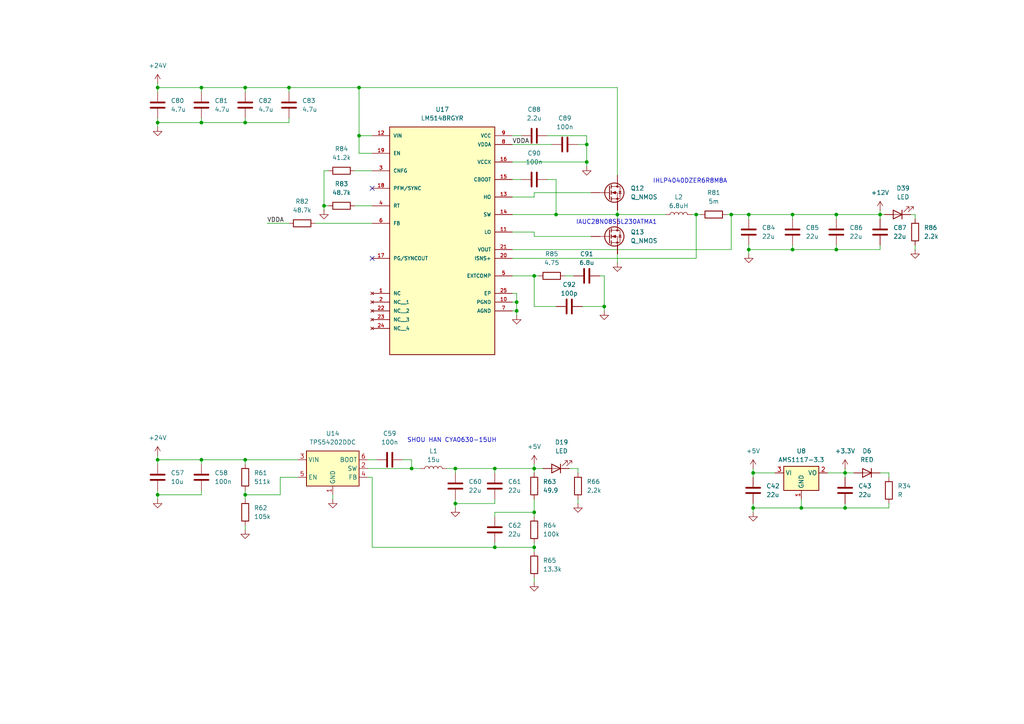
<source format=kicad_sch>
(kicad_sch
	(version 20250114)
	(generator "eeschema")
	(generator_version "9.0")
	(uuid "56b8c0a9-06fb-470f-bee5-c999e76cefd3")
	(paper "A4")
	(lib_symbols
		(symbol "Device:C"
			(pin_numbers
				(hide yes)
			)
			(pin_names
				(offset 0.254)
			)
			(exclude_from_sim no)
			(in_bom yes)
			(on_board yes)
			(property "Reference" "C"
				(at 0.635 2.54 0)
				(effects
					(font
						(size 1.27 1.27)
					)
					(justify left)
				)
			)
			(property "Value" "C"
				(at 0.635 -2.54 0)
				(effects
					(font
						(size 1.27 1.27)
					)
					(justify left)
				)
			)
			(property "Footprint" ""
				(at 0.9652 -3.81 0)
				(effects
					(font
						(size 1.27 1.27)
					)
					(hide yes)
				)
			)
			(property "Datasheet" "~"
				(at 0 0 0)
				(effects
					(font
						(size 1.27 1.27)
					)
					(hide yes)
				)
			)
			(property "Description" "Unpolarized capacitor"
				(at 0 0 0)
				(effects
					(font
						(size 1.27 1.27)
					)
					(hide yes)
				)
			)
			(property "ki_keywords" "cap capacitor"
				(at 0 0 0)
				(effects
					(font
						(size 1.27 1.27)
					)
					(hide yes)
				)
			)
			(property "ki_fp_filters" "C_*"
				(at 0 0 0)
				(effects
					(font
						(size 1.27 1.27)
					)
					(hide yes)
				)
			)
			(symbol "C_0_1"
				(polyline
					(pts
						(xy -2.032 0.762) (xy 2.032 0.762)
					)
					(stroke
						(width 0.508)
						(type default)
					)
					(fill
						(type none)
					)
				)
				(polyline
					(pts
						(xy -2.032 -0.762) (xy 2.032 -0.762)
					)
					(stroke
						(width 0.508)
						(type default)
					)
					(fill
						(type none)
					)
				)
			)
			(symbol "C_1_1"
				(pin passive line
					(at 0 3.81 270)
					(length 2.794)
					(name "~"
						(effects
							(font
								(size 1.27 1.27)
							)
						)
					)
					(number "1"
						(effects
							(font
								(size 1.27 1.27)
							)
						)
					)
				)
				(pin passive line
					(at 0 -3.81 90)
					(length 2.794)
					(name "~"
						(effects
							(font
								(size 1.27 1.27)
							)
						)
					)
					(number "2"
						(effects
							(font
								(size 1.27 1.27)
							)
						)
					)
				)
			)
			(embedded_fonts no)
		)
		(symbol "Device:D"
			(pin_numbers
				(hide yes)
			)
			(pin_names
				(offset 1.016)
				(hide yes)
			)
			(exclude_from_sim no)
			(in_bom yes)
			(on_board yes)
			(property "Reference" "D"
				(at 0 2.54 0)
				(effects
					(font
						(size 1.27 1.27)
					)
				)
			)
			(property "Value" "D"
				(at 0 -2.54 0)
				(effects
					(font
						(size 1.27 1.27)
					)
				)
			)
			(property "Footprint" ""
				(at 0 0 0)
				(effects
					(font
						(size 1.27 1.27)
					)
					(hide yes)
				)
			)
			(property "Datasheet" "~"
				(at 0 0 0)
				(effects
					(font
						(size 1.27 1.27)
					)
					(hide yes)
				)
			)
			(property "Description" "Diode"
				(at 0 0 0)
				(effects
					(font
						(size 1.27 1.27)
					)
					(hide yes)
				)
			)
			(property "Sim.Device" "D"
				(at 0 0 0)
				(effects
					(font
						(size 1.27 1.27)
					)
					(hide yes)
				)
			)
			(property "Sim.Pins" "1=K 2=A"
				(at 0 0 0)
				(effects
					(font
						(size 1.27 1.27)
					)
					(hide yes)
				)
			)
			(property "ki_keywords" "diode"
				(at 0 0 0)
				(effects
					(font
						(size 1.27 1.27)
					)
					(hide yes)
				)
			)
			(property "ki_fp_filters" "TO-???* *_Diode_* *SingleDiode* D_*"
				(at 0 0 0)
				(effects
					(font
						(size 1.27 1.27)
					)
					(hide yes)
				)
			)
			(symbol "D_0_1"
				(polyline
					(pts
						(xy -1.27 1.27) (xy -1.27 -1.27)
					)
					(stroke
						(width 0.254)
						(type default)
					)
					(fill
						(type none)
					)
				)
				(polyline
					(pts
						(xy 1.27 1.27) (xy 1.27 -1.27) (xy -1.27 0) (xy 1.27 1.27)
					)
					(stroke
						(width 0.254)
						(type default)
					)
					(fill
						(type none)
					)
				)
				(polyline
					(pts
						(xy 1.27 0) (xy -1.27 0)
					)
					(stroke
						(width 0)
						(type default)
					)
					(fill
						(type none)
					)
				)
			)
			(symbol "D_1_1"
				(pin passive line
					(at -3.81 0 0)
					(length 2.54)
					(name "K"
						(effects
							(font
								(size 1.27 1.27)
							)
						)
					)
					(number "1"
						(effects
							(font
								(size 1.27 1.27)
							)
						)
					)
				)
				(pin passive line
					(at 3.81 0 180)
					(length 2.54)
					(name "A"
						(effects
							(font
								(size 1.27 1.27)
							)
						)
					)
					(number "2"
						(effects
							(font
								(size 1.27 1.27)
							)
						)
					)
				)
			)
			(embedded_fonts no)
		)
		(symbol "Device:L"
			(pin_numbers
				(hide yes)
			)
			(pin_names
				(offset 1.016)
				(hide yes)
			)
			(exclude_from_sim no)
			(in_bom yes)
			(on_board yes)
			(property "Reference" "L"
				(at -1.27 0 90)
				(effects
					(font
						(size 1.27 1.27)
					)
				)
			)
			(property "Value" "L"
				(at 1.905 0 90)
				(effects
					(font
						(size 1.27 1.27)
					)
				)
			)
			(property "Footprint" ""
				(at 0 0 0)
				(effects
					(font
						(size 1.27 1.27)
					)
					(hide yes)
				)
			)
			(property "Datasheet" "~"
				(at 0 0 0)
				(effects
					(font
						(size 1.27 1.27)
					)
					(hide yes)
				)
			)
			(property "Description" "Inductor"
				(at 0 0 0)
				(effects
					(font
						(size 1.27 1.27)
					)
					(hide yes)
				)
			)
			(property "ki_keywords" "inductor choke coil reactor magnetic"
				(at 0 0 0)
				(effects
					(font
						(size 1.27 1.27)
					)
					(hide yes)
				)
			)
			(property "ki_fp_filters" "Choke_* *Coil* Inductor_* L_*"
				(at 0 0 0)
				(effects
					(font
						(size 1.27 1.27)
					)
					(hide yes)
				)
			)
			(symbol "L_0_1"
				(arc
					(start 0 2.54)
					(mid 0.6323 1.905)
					(end 0 1.27)
					(stroke
						(width 0)
						(type default)
					)
					(fill
						(type none)
					)
				)
				(arc
					(start 0 1.27)
					(mid 0.6323 0.635)
					(end 0 0)
					(stroke
						(width 0)
						(type default)
					)
					(fill
						(type none)
					)
				)
				(arc
					(start 0 0)
					(mid 0.6323 -0.635)
					(end 0 -1.27)
					(stroke
						(width 0)
						(type default)
					)
					(fill
						(type none)
					)
				)
				(arc
					(start 0 -1.27)
					(mid 0.6323 -1.905)
					(end 0 -2.54)
					(stroke
						(width 0)
						(type default)
					)
					(fill
						(type none)
					)
				)
			)
			(symbol "L_1_1"
				(pin passive line
					(at 0 3.81 270)
					(length 1.27)
					(name "1"
						(effects
							(font
								(size 1.27 1.27)
							)
						)
					)
					(number "1"
						(effects
							(font
								(size 1.27 1.27)
							)
						)
					)
				)
				(pin passive line
					(at 0 -3.81 90)
					(length 1.27)
					(name "2"
						(effects
							(font
								(size 1.27 1.27)
							)
						)
					)
					(number "2"
						(effects
							(font
								(size 1.27 1.27)
							)
						)
					)
				)
			)
			(embedded_fonts no)
		)
		(symbol "Device:LED"
			(pin_numbers
				(hide yes)
			)
			(pin_names
				(offset 1.016)
				(hide yes)
			)
			(exclude_from_sim no)
			(in_bom yes)
			(on_board yes)
			(property "Reference" "D"
				(at 0 2.54 0)
				(effects
					(font
						(size 1.27 1.27)
					)
				)
			)
			(property "Value" "LED"
				(at 0 -2.54 0)
				(effects
					(font
						(size 1.27 1.27)
					)
				)
			)
			(property "Footprint" ""
				(at 0 0 0)
				(effects
					(font
						(size 1.27 1.27)
					)
					(hide yes)
				)
			)
			(property "Datasheet" "~"
				(at 0 0 0)
				(effects
					(font
						(size 1.27 1.27)
					)
					(hide yes)
				)
			)
			(property "Description" "Light emitting diode"
				(at 0 0 0)
				(effects
					(font
						(size 1.27 1.27)
					)
					(hide yes)
				)
			)
			(property "Sim.Pins" "1=K 2=A"
				(at 0 0 0)
				(effects
					(font
						(size 1.27 1.27)
					)
					(hide yes)
				)
			)
			(property "ki_keywords" "LED diode"
				(at 0 0 0)
				(effects
					(font
						(size 1.27 1.27)
					)
					(hide yes)
				)
			)
			(property "ki_fp_filters" "LED* LED_SMD:* LED_THT:*"
				(at 0 0 0)
				(effects
					(font
						(size 1.27 1.27)
					)
					(hide yes)
				)
			)
			(symbol "LED_0_1"
				(polyline
					(pts
						(xy -3.048 -0.762) (xy -4.572 -2.286) (xy -3.81 -2.286) (xy -4.572 -2.286) (xy -4.572 -1.524)
					)
					(stroke
						(width 0)
						(type default)
					)
					(fill
						(type none)
					)
				)
				(polyline
					(pts
						(xy -1.778 -0.762) (xy -3.302 -2.286) (xy -2.54 -2.286) (xy -3.302 -2.286) (xy -3.302 -1.524)
					)
					(stroke
						(width 0)
						(type default)
					)
					(fill
						(type none)
					)
				)
				(polyline
					(pts
						(xy -1.27 0) (xy 1.27 0)
					)
					(stroke
						(width 0)
						(type default)
					)
					(fill
						(type none)
					)
				)
				(polyline
					(pts
						(xy -1.27 -1.27) (xy -1.27 1.27)
					)
					(stroke
						(width 0.254)
						(type default)
					)
					(fill
						(type none)
					)
				)
				(polyline
					(pts
						(xy 1.27 -1.27) (xy 1.27 1.27) (xy -1.27 0) (xy 1.27 -1.27)
					)
					(stroke
						(width 0.254)
						(type default)
					)
					(fill
						(type none)
					)
				)
			)
			(symbol "LED_1_1"
				(pin passive line
					(at -3.81 0 0)
					(length 2.54)
					(name "K"
						(effects
							(font
								(size 1.27 1.27)
							)
						)
					)
					(number "1"
						(effects
							(font
								(size 1.27 1.27)
							)
						)
					)
				)
				(pin passive line
					(at 3.81 0 180)
					(length 2.54)
					(name "A"
						(effects
							(font
								(size 1.27 1.27)
							)
						)
					)
					(number "2"
						(effects
							(font
								(size 1.27 1.27)
							)
						)
					)
				)
			)
			(embedded_fonts no)
		)
		(symbol "Device:Q_NMOS"
			(pin_numbers
				(hide yes)
			)
			(pin_names
				(offset 0)
				(hide yes)
			)
			(exclude_from_sim no)
			(in_bom yes)
			(on_board yes)
			(property "Reference" "Q12"
				(at 6.35 1.2701 0)
				(effects
					(font
						(size 1.27 1.27)
					)
					(justify left)
				)
			)
			(property "Value" "Q_NMOS"
				(at 6.35 -1.2699 0)
				(effects
					(font
						(size 1.27 1.27)
					)
					(justify left)
				)
			)
			(property "Footprint" "Package_TO_SOT_SMD:TDSON-8-1"
				(at 5.08 2.54 0)
				(effects
					(font
						(size 1.27 1.27)
					)
					(hide yes)
				)
			)
			(property "Datasheet" "~"
				(at 0 0 0)
				(effects
					(font
						(size 1.27 1.27)
					)
					(hide yes)
				)
			)
			(property "Description" "N-MOSFET transistor"
				(at -0.762 2.54 0)
				(effects
					(font
						(size 1.27 1.27)
					)
					(hide yes)
				)
			)
			(property "ki_keywords" "NMOS N-MOS"
				(at 0 0 0)
				(effects
					(font
						(size 1.27 1.27)
					)
					(hide yes)
				)
			)
			(symbol "Q_NMOS_0_1"
				(polyline
					(pts
						(xy 0.254 1.905) (xy 0.254 -1.905)
					)
					(stroke
						(width 0.254)
						(type default)
					)
					(fill
						(type none)
					)
				)
				(polyline
					(pts
						(xy 0.254 0) (xy -2.54 0)
					)
					(stroke
						(width 0)
						(type default)
					)
					(fill
						(type none)
					)
				)
				(polyline
					(pts
						(xy 0.762 2.286) (xy 0.762 1.27)
					)
					(stroke
						(width 0.254)
						(type default)
					)
					(fill
						(type none)
					)
				)
				(polyline
					(pts
						(xy 0.762 0.508) (xy 0.762 -0.508)
					)
					(stroke
						(width 0.254)
						(type default)
					)
					(fill
						(type none)
					)
				)
				(polyline
					(pts
						(xy 0.762 -1.27) (xy 0.762 -2.286)
					)
					(stroke
						(width 0.254)
						(type default)
					)
					(fill
						(type none)
					)
				)
				(polyline
					(pts
						(xy 0.762 -1.778) (xy 3.302 -1.778) (xy 3.302 1.778) (xy 0.762 1.778)
					)
					(stroke
						(width 0)
						(type default)
					)
					(fill
						(type none)
					)
				)
				(polyline
					(pts
						(xy 1.016 0) (xy 2.032 0.381) (xy 2.032 -0.381) (xy 1.016 0)
					)
					(stroke
						(width 0)
						(type default)
					)
					(fill
						(type outline)
					)
				)
				(circle
					(center 1.651 0)
					(radius 2.794)
					(stroke
						(width 0.254)
						(type default)
					)
					(fill
						(type none)
					)
				)
				(polyline
					(pts
						(xy 2.54 2.54) (xy 2.54 1.778)
					)
					(stroke
						(width 0)
						(type default)
					)
					(fill
						(type none)
					)
				)
				(circle
					(center 2.54 1.778)
					(radius 0.254)
					(stroke
						(width 0)
						(type default)
					)
					(fill
						(type outline)
					)
				)
				(circle
					(center 2.54 -1.778)
					(radius 0.254)
					(stroke
						(width 0)
						(type default)
					)
					(fill
						(type outline)
					)
				)
				(polyline
					(pts
						(xy 2.54 -2.54) (xy 2.54 0) (xy 0.762 0)
					)
					(stroke
						(width 0)
						(type default)
					)
					(fill
						(type none)
					)
				)
				(polyline
					(pts
						(xy 2.921 0.381) (xy 3.683 0.381)
					)
					(stroke
						(width 0)
						(type default)
					)
					(fill
						(type none)
					)
				)
				(polyline
					(pts
						(xy 3.302 0.381) (xy 2.921 -0.254) (xy 3.683 -0.254) (xy 3.302 0.381)
					)
					(stroke
						(width 0)
						(type default)
					)
					(fill
						(type none)
					)
				)
			)
			(symbol "Q_NMOS_1_1"
				(pin input line
					(at -5.08 0 0)
					(length 2.54)
					(name "G"
						(effects
							(font
								(size 1.27 1.27)
							)
						)
					)
					(number "4"
						(effects
							(font
								(size 1.27 1.27)
							)
						)
					)
				)
				(pin passive line
					(at 2.54 5.08 270)
					(length 2.54)
					(name "D"
						(effects
							(font
								(size 1.27 1.27)
							)
						)
					)
					(number "5"
						(effects
							(font
								(size 1.27 1.27)
							)
						)
					)
				)
				(pin passive line
					(at 2.54 -5.08 90)
					(length 2.54)
					(name "S"
						(effects
							(font
								(size 1.27 1.27)
							)
						)
					)
					(number "1"
						(effects
							(font
								(size 1.27 1.27)
							)
						)
					)
				)
				(pin passive line
					(at 2.54 -5.08 90)
					(length 2.54)
					(name "S"
						(effects
							(font
								(size 1.27 1.27)
							)
						)
					)
					(number "2"
						(effects
							(font
								(size 1.27 1.27)
							)
						)
					)
				)
				(pin passive line
					(at 2.54 -5.08 90)
					(length 2.54)
					(name "S"
						(effects
							(font
								(size 1.27 1.27)
							)
						)
					)
					(number "3"
						(effects
							(font
								(size 1.27 1.27)
							)
						)
					)
				)
			)
			(embedded_fonts no)
		)
		(symbol "Device:R"
			(pin_numbers
				(hide yes)
			)
			(pin_names
				(offset 0)
			)
			(exclude_from_sim no)
			(in_bom yes)
			(on_board yes)
			(property "Reference" "R"
				(at 2.032 0 90)
				(effects
					(font
						(size 1.27 1.27)
					)
				)
			)
			(property "Value" "R"
				(at 0 0 90)
				(effects
					(font
						(size 1.27 1.27)
					)
				)
			)
			(property "Footprint" ""
				(at -1.778 0 90)
				(effects
					(font
						(size 1.27 1.27)
					)
					(hide yes)
				)
			)
			(property "Datasheet" "~"
				(at 0 0 0)
				(effects
					(font
						(size 1.27 1.27)
					)
					(hide yes)
				)
			)
			(property "Description" "Resistor"
				(at 0 0 0)
				(effects
					(font
						(size 1.27 1.27)
					)
					(hide yes)
				)
			)
			(property "ki_keywords" "R res resistor"
				(at 0 0 0)
				(effects
					(font
						(size 1.27 1.27)
					)
					(hide yes)
				)
			)
			(property "ki_fp_filters" "R_*"
				(at 0 0 0)
				(effects
					(font
						(size 1.27 1.27)
					)
					(hide yes)
				)
			)
			(symbol "R_0_1"
				(rectangle
					(start -1.016 -2.54)
					(end 1.016 2.54)
					(stroke
						(width 0.254)
						(type default)
					)
					(fill
						(type none)
					)
				)
			)
			(symbol "R_1_1"
				(pin passive line
					(at 0 3.81 270)
					(length 1.27)
					(name "~"
						(effects
							(font
								(size 1.27 1.27)
							)
						)
					)
					(number "1"
						(effects
							(font
								(size 1.27 1.27)
							)
						)
					)
				)
				(pin passive line
					(at 0 -3.81 90)
					(length 1.27)
					(name "~"
						(effects
							(font
								(size 1.27 1.27)
							)
						)
					)
					(number "2"
						(effects
							(font
								(size 1.27 1.27)
							)
						)
					)
				)
			)
			(embedded_fonts no)
		)
		(symbol "Q_NMOS_1"
			(pin_numbers
				(hide yes)
			)
			(pin_names
				(offset 0)
				(hide yes)
			)
			(exclude_from_sim no)
			(in_bom yes)
			(on_board yes)
			(property "Reference" "Q13"
				(at 6.35 1.2701 0)
				(effects
					(font
						(size 1.27 1.27)
					)
					(justify left)
				)
			)
			(property "Value" "Q_NMOS"
				(at 6.35 -1.2699 0)
				(effects
					(font
						(size 1.27 1.27)
					)
					(justify left)
				)
			)
			(property "Footprint" "Package_TO_SOT_SMD:TDSON-8-1"
				(at 5.08 2.54 0)
				(effects
					(font
						(size 1.27 1.27)
					)
					(hide yes)
				)
			)
			(property "Datasheet" "~"
				(at 0 0 0)
				(effects
					(font
						(size 1.27 1.27)
					)
					(hide yes)
				)
			)
			(property "Description" "N-MOSFET transistor"
				(at -9.398 4.826 0)
				(effects
					(font
						(size 1.27 1.27)
					)
					(hide yes)
				)
			)
			(property "ki_keywords" "NMOS N-MOS"
				(at 0 0 0)
				(effects
					(font
						(size 1.27 1.27)
					)
					(hide yes)
				)
			)
			(symbol "Q_NMOS_1_0_1"
				(polyline
					(pts
						(xy 0.254 1.905) (xy 0.254 -1.905)
					)
					(stroke
						(width 0.254)
						(type default)
					)
					(fill
						(type none)
					)
				)
				(polyline
					(pts
						(xy 0.254 0) (xy -2.54 0)
					)
					(stroke
						(width 0)
						(type default)
					)
					(fill
						(type none)
					)
				)
				(polyline
					(pts
						(xy 0.762 2.286) (xy 0.762 1.27)
					)
					(stroke
						(width 0.254)
						(type default)
					)
					(fill
						(type none)
					)
				)
				(polyline
					(pts
						(xy 0.762 0.508) (xy 0.762 -0.508)
					)
					(stroke
						(width 0.254)
						(type default)
					)
					(fill
						(type none)
					)
				)
				(polyline
					(pts
						(xy 0.762 -1.27) (xy 0.762 -2.286)
					)
					(stroke
						(width 0.254)
						(type default)
					)
					(fill
						(type none)
					)
				)
				(polyline
					(pts
						(xy 0.762 -1.778) (xy 3.302 -1.778) (xy 3.302 1.778) (xy 0.762 1.778)
					)
					(stroke
						(width 0)
						(type default)
					)
					(fill
						(type none)
					)
				)
				(polyline
					(pts
						(xy 1.016 0) (xy 2.032 0.381) (xy 2.032 -0.381) (xy 1.016 0)
					)
					(stroke
						(width 0)
						(type default)
					)
					(fill
						(type outline)
					)
				)
				(circle
					(center 1.651 0)
					(radius 2.794)
					(stroke
						(width 0.254)
						(type default)
					)
					(fill
						(type none)
					)
				)
				(polyline
					(pts
						(xy 2.54 2.54) (xy 2.54 1.778)
					)
					(stroke
						(width 0)
						(type default)
					)
					(fill
						(type none)
					)
				)
				(circle
					(center 2.54 1.778)
					(radius 0.254)
					(stroke
						(width 0)
						(type default)
					)
					(fill
						(type outline)
					)
				)
				(circle
					(center 2.54 -1.778)
					(radius 0.254)
					(stroke
						(width 0)
						(type default)
					)
					(fill
						(type outline)
					)
				)
				(polyline
					(pts
						(xy 2.54 -2.54) (xy 2.54 0) (xy 0.762 0)
					)
					(stroke
						(width 0)
						(type default)
					)
					(fill
						(type none)
					)
				)
				(polyline
					(pts
						(xy 2.921 0.381) (xy 3.683 0.381)
					)
					(stroke
						(width 0)
						(type default)
					)
					(fill
						(type none)
					)
				)
				(polyline
					(pts
						(xy 3.302 0.381) (xy 2.921 -0.254) (xy 3.683 -0.254) (xy 3.302 0.381)
					)
					(stroke
						(width 0)
						(type default)
					)
					(fill
						(type none)
					)
				)
			)
			(symbol "Q_NMOS_1_1_1"
				(pin input line
					(at -5.08 0 0)
					(length 2.54)
					(name "G"
						(effects
							(font
								(size 1.27 1.27)
							)
						)
					)
					(number "4"
						(effects
							(font
								(size 1.27 1.27)
							)
						)
					)
				)
				(pin passive line
					(at 2.54 5.08 270)
					(length 2.54)
					(name "D"
						(effects
							(font
								(size 1.27 1.27)
							)
						)
					)
					(number "5"
						(effects
							(font
								(size 1.27 1.27)
							)
						)
					)
				)
				(pin passive line
					(at 2.54 -5.08 90)
					(length 2.54)
					(name "S"
						(effects
							(font
								(size 1.27 1.27)
							)
						)
					)
					(number "1"
						(effects
							(font
								(size 1.27 1.27)
							)
						)
					)
				)
				(pin passive line
					(at 2.54 -5.08 90)
					(length 2.54)
					(name "S"
						(effects
							(font
								(size 1.27 1.27)
							)
						)
					)
					(number "2"
						(effects
							(font
								(size 1.27 1.27)
							)
						)
					)
				)
				(pin passive line
					(at 2.54 -5.08 90)
					(length 2.54)
					(name "S"
						(effects
							(font
								(size 1.27 1.27)
							)
						)
					)
					(number "3"
						(effects
							(font
								(size 1.27 1.27)
							)
						)
					)
				)
			)
			(embedded_fonts no)
		)
		(symbol "Regulator_Linear:AMS1117-3.3"
			(exclude_from_sim no)
			(in_bom yes)
			(on_board yes)
			(property "Reference" "U"
				(at -3.81 3.175 0)
				(effects
					(font
						(size 1.27 1.27)
					)
				)
			)
			(property "Value" "AMS1117-3.3"
				(at 0 3.175 0)
				(effects
					(font
						(size 1.27 1.27)
					)
					(justify left)
				)
			)
			(property "Footprint" "Package_TO_SOT_SMD:SOT-223-3_TabPin2"
				(at 0 5.08 0)
				(effects
					(font
						(size 1.27 1.27)
					)
					(hide yes)
				)
			)
			(property "Datasheet" "http://www.advanced-monolithic.com/pdf/ds1117.pdf"
				(at 2.54 -6.35 0)
				(effects
					(font
						(size 1.27 1.27)
					)
					(hide yes)
				)
			)
			(property "Description" "1A Low Dropout regulator, positive, 3.3V fixed output, SOT-223"
				(at 0 0 0)
				(effects
					(font
						(size 1.27 1.27)
					)
					(hide yes)
				)
			)
			(property "ki_keywords" "linear regulator ldo fixed positive"
				(at 0 0 0)
				(effects
					(font
						(size 1.27 1.27)
					)
					(hide yes)
				)
			)
			(property "ki_fp_filters" "SOT?223*TabPin2*"
				(at 0 0 0)
				(effects
					(font
						(size 1.27 1.27)
					)
					(hide yes)
				)
			)
			(symbol "AMS1117-3.3_0_1"
				(rectangle
					(start -5.08 -5.08)
					(end 5.08 1.905)
					(stroke
						(width 0.254)
						(type default)
					)
					(fill
						(type background)
					)
				)
			)
			(symbol "AMS1117-3.3_1_1"
				(pin power_in line
					(at -7.62 0 0)
					(length 2.54)
					(name "VI"
						(effects
							(font
								(size 1.27 1.27)
							)
						)
					)
					(number "3"
						(effects
							(font
								(size 1.27 1.27)
							)
						)
					)
				)
				(pin power_in line
					(at 0 -7.62 90)
					(length 2.54)
					(name "GND"
						(effects
							(font
								(size 1.27 1.27)
							)
						)
					)
					(number "1"
						(effects
							(font
								(size 1.27 1.27)
							)
						)
					)
				)
				(pin power_out line
					(at 7.62 0 180)
					(length 2.54)
					(name "VO"
						(effects
							(font
								(size 1.27 1.27)
							)
						)
					)
					(number "2"
						(effects
							(font
								(size 1.27 1.27)
							)
						)
					)
				)
			)
			(embedded_fonts no)
		)
		(symbol "Regulator_Switching:TPS54202DDC"
			(exclude_from_sim no)
			(in_bom yes)
			(on_board yes)
			(property "Reference" "U"
				(at -7.62 6.35 0)
				(effects
					(font
						(size 1.27 1.27)
					)
					(justify left)
				)
			)
			(property "Value" "TPS54202DDC"
				(at 0 6.35 0)
				(effects
					(font
						(size 1.27 1.27)
					)
					(justify left)
				)
			)
			(property "Footprint" "Package_TO_SOT_SMD:SOT-23-6"
				(at 1.27 -8.89 0)
				(effects
					(font
						(size 1.27 1.27)
					)
					(justify left)
					(hide yes)
				)
			)
			(property "Datasheet" "http://www.ti.com/lit/ds/symlink/tps54202.pdf"
				(at -7.62 8.89 0)
				(effects
					(font
						(size 1.27 1.27)
					)
					(hide yes)
				)
			)
			(property "Description" "2A, 4.5 to 28V Input, EMI Friendly integrated switch synchronous step-down regulator, pulse-skipping, SOT-23-6"
				(at 0 0 0)
				(effects
					(font
						(size 1.27 1.27)
					)
					(hide yes)
				)
			)
			(property "ki_keywords" "switching buck converter power-supply voltage regulator emi spread spectrum"
				(at 0 0 0)
				(effects
					(font
						(size 1.27 1.27)
					)
					(hide yes)
				)
			)
			(property "ki_fp_filters" "SOT?23*"
				(at 0 0 0)
				(effects
					(font
						(size 1.27 1.27)
					)
					(hide yes)
				)
			)
			(symbol "TPS54202DDC_0_1"
				(rectangle
					(start -7.62 5.08)
					(end 7.62 -5.08)
					(stroke
						(width 0.254)
						(type default)
					)
					(fill
						(type background)
					)
				)
			)
			(symbol "TPS54202DDC_1_1"
				(pin power_in line
					(at -10.16 2.54 0)
					(length 2.54)
					(name "VIN"
						(effects
							(font
								(size 1.27 1.27)
							)
						)
					)
					(number "3"
						(effects
							(font
								(size 1.27 1.27)
							)
						)
					)
				)
				(pin input line
					(at -10.16 -2.54 0)
					(length 2.54)
					(name "EN"
						(effects
							(font
								(size 1.27 1.27)
							)
						)
					)
					(number "5"
						(effects
							(font
								(size 1.27 1.27)
							)
						)
					)
				)
				(pin power_in line
					(at 0 -7.62 90)
					(length 2.54)
					(name "GND"
						(effects
							(font
								(size 1.27 1.27)
							)
						)
					)
					(number "1"
						(effects
							(font
								(size 1.27 1.27)
							)
						)
					)
				)
				(pin passive line
					(at 10.16 2.54 180)
					(length 2.54)
					(name "BOOT"
						(effects
							(font
								(size 1.27 1.27)
							)
						)
					)
					(number "6"
						(effects
							(font
								(size 1.27 1.27)
							)
						)
					)
				)
				(pin power_out line
					(at 10.16 0 180)
					(length 2.54)
					(name "SW"
						(effects
							(font
								(size 1.27 1.27)
							)
						)
					)
					(number "2"
						(effects
							(font
								(size 1.27 1.27)
							)
						)
					)
				)
				(pin input line
					(at 10.16 -2.54 180)
					(length 2.54)
					(name "FB"
						(effects
							(font
								(size 1.27 1.27)
							)
						)
					)
					(number "4"
						(effects
							(font
								(size 1.27 1.27)
							)
						)
					)
				)
			)
			(embedded_fonts no)
		)
		(symbol "Tutor_Common_Parts:LM5148RGYR"
			(pin_names
				(offset 1.016)
			)
			(exclude_from_sim no)
			(in_bom yes)
			(on_board yes)
			(property "Reference" "U"
				(at -15.24 28.702 0)
				(effects
					(font
						(size 1.27 1.27)
					)
					(justify left bottom)
				)
			)
			(property "Value" "LM5148RGYR"
				(at -15.24 -40.64 0)
				(effects
					(font
						(size 1.27 1.27)
					)
					(justify left bottom)
				)
			)
			(property "Footprint" "LM5148RGYR:QFN50P550X350X100-25N"
				(at 0 0 0)
				(effects
					(font
						(size 1.27 1.27)
					)
					(justify bottom)
					(hide yes)
				)
			)
			(property "Datasheet" "https://www.ti.com/lit/ds/symlink/lm5148.pdf?ts=1752590309532&ref_url=https%253A%252F%252Feu.mouser.com%252F"
				(at 0 0 0)
				(effects
					(font
						(size 1.27 1.27)
					)
					(hide yes)
				)
			)
			(property "Description" ""
				(at 0 0 0)
				(effects
					(font
						(size 1.27 1.27)
					)
					(hide yes)
				)
			)
			(property "SNAPEDA_PACKAGE_ID" ""
				(at 0 0 0)
				(effects
					(font
						(size 1.27 1.27)
					)
					(justify bottom)
					(hide yes)
				)
			)
			(property "B_NOM" "0.25"
				(at 0 0 0)
				(effects
					(font
						(size 1.27 1.27)
					)
					(justify bottom)
					(hide yes)
				)
			)
			(property "EMAX" ""
				(at 0 0 0)
				(effects
					(font
						(size 1.27 1.27)
					)
					(justify bottom)
					(hide yes)
				)
			)
			(property "D_MAX" "5.6"
				(at 0 0 0)
				(effects
					(font
						(size 1.27 1.27)
					)
					(justify bottom)
					(hide yes)
				)
			)
			(property "BALL_COLUMNS" ""
				(at 0 0 0)
				(effects
					(font
						(size 1.27 1.27)
					)
					(justify bottom)
					(hide yes)
				)
			)
			(property "PARTEV" "February 2023"
				(at 0 0 0)
				(effects
					(font
						(size 1.27 1.27)
					)
					(justify bottom)
					(hide yes)
				)
			)
			(property "PIN_COUNT_D" "10.0"
				(at 0 0 0)
				(effects
					(font
						(size 1.27 1.27)
					)
					(justify bottom)
					(hide yes)
				)
			)
			(property "THERMAL_PAD" ""
				(at 0 0 0)
				(effects
					(font
						(size 1.27 1.27)
					)
					(justify bottom)
					(hide yes)
				)
			)
			(property "DMAX" ""
				(at 0 0 0)
				(effects
					(font
						(size 1.27 1.27)
					)
					(justify bottom)
					(hide yes)
				)
			)
			(property "B_MAX" "0.3"
				(at 0 0 0)
				(effects
					(font
						(size 1.27 1.27)
					)
					(justify bottom)
					(hide yes)
				)
			)
			(property "EMIN" ""
				(at 0 0 0)
				(effects
					(font
						(size 1.27 1.27)
					)
					(justify bottom)
					(hide yes)
				)
			)
			(property "JEDEC" ""
				(at 0 0 0)
				(effects
					(font
						(size 1.27 1.27)
					)
					(justify bottom)
					(hide yes)
				)
			)
			(property "ENOM" "0.5"
				(at 0 0 0)
				(effects
					(font
						(size 1.27 1.27)
					)
					(justify bottom)
					(hide yes)
				)
			)
			(property "D_NOM" "5.5"
				(at 0 0 0)
				(effects
					(font
						(size 1.27 1.27)
					)
					(justify bottom)
					(hide yes)
				)
			)
			(property "VACANCIES" ""
				(at 0 0 0)
				(effects
					(font
						(size 1.27 1.27)
					)
					(justify bottom)
					(hide yes)
				)
			)
			(property "L_MAX" "0.5"
				(at 0 0 0)
				(effects
					(font
						(size 1.27 1.27)
					)
					(justify bottom)
					(hide yes)
				)
			)
			(property "A_MAX" "1.0"
				(at 0 0 0)
				(effects
					(font
						(size 1.27 1.27)
					)
					(justify bottom)
					(hide yes)
				)
			)
			(property "E2_NOM" "2.1"
				(at 0 0 0)
				(effects
					(font
						(size 1.27 1.27)
					)
					(justify bottom)
					(hide yes)
				)
			)
			(property "D2_NOM" "4.1"
				(at 0 0 0)
				(effects
					(font
						(size 1.27 1.27)
					)
					(justify bottom)
					(hide yes)
				)
			)
			(property "DNOM" ""
				(at 0 0 0)
				(effects
					(font
						(size 1.27 1.27)
					)
					(justify bottom)
					(hide yes)
				)
			)
			(property "DMIN" ""
				(at 0 0 0)
				(effects
					(font
						(size 1.27 1.27)
					)
					(justify bottom)
					(hide yes)
				)
			)
			(property "E_NOM" "3.5"
				(at 0 0 0)
				(effects
					(font
						(size 1.27 1.27)
					)
					(justify bottom)
					(hide yes)
				)
			)
			(property "BALL_ROWS" ""
				(at 0 0 0)
				(effects
					(font
						(size 1.27 1.27)
					)
					(justify bottom)
					(hide yes)
				)
			)
			(property "B_MIN" "0.2"
				(at 0 0 0)
				(effects
					(font
						(size 1.27 1.27)
					)
					(justify bottom)
					(hide yes)
				)
			)
			(property "STANDARD" "IPC 7351B"
				(at 0 0 0)
				(effects
					(font
						(size 1.27 1.27)
					)
					(justify bottom)
					(hide yes)
				)
			)
			(property "L_NOM" "0.4"
				(at 0 0 0)
				(effects
					(font
						(size 1.27 1.27)
					)
					(justify bottom)
					(hide yes)
				)
			)
			(property "MANUFACTURER" "Texas Instruments"
				(at 0 0 0)
				(effects
					(font
						(size 1.27 1.27)
					)
					(justify bottom)
					(hide yes)
				)
			)
			(property "IPC" ""
				(at 0 0 0)
				(effects
					(font
						(size 1.27 1.27)
					)
					(justify bottom)
					(hide yes)
				)
			)
			(property "PIN_COLUMNS" ""
				(at 0 0 0)
				(effects
					(font
						(size 1.27 1.27)
					)
					(justify bottom)
					(hide yes)
				)
			)
			(property "MAXIMUM_PACKAGE_HEIGHT" "1.00 mm"
				(at 0 0 0)
				(effects
					(font
						(size 1.27 1.27)
					)
					(justify bottom)
					(hide yes)
				)
			)
			(property "PIN_COUNT_E" "4.0"
				(at 0 0 0)
				(effects
					(font
						(size 1.27 1.27)
					)
					(justify bottom)
					(hide yes)
				)
			)
			(property "BODY_DIAMETER" ""
				(at 0 0 0)
				(effects
					(font
						(size 1.27 1.27)
					)
					(justify bottom)
					(hide yes)
				)
			)
			(property "E_MIN" "3.4"
				(at 0 0 0)
				(effects
					(font
						(size 1.27 1.27)
					)
					(justify bottom)
					(hide yes)
				)
			)
			(property "PACKAGE_TYPE" ""
				(at 0 0 0)
				(effects
					(font
						(size 1.27 1.27)
					)
					(justify bottom)
					(hide yes)
				)
			)
			(property "D_MIN" "5.4"
				(at 0 0 0)
				(effects
					(font
						(size 1.27 1.27)
					)
					(justify bottom)
					(hide yes)
				)
			)
			(property "PINS" ""
				(at 0 0 0)
				(effects
					(font
						(size 1.27 1.27)
					)
					(justify bottom)
					(hide yes)
				)
			)
			(property "L_MIN" "0.3"
				(at 0 0 0)
				(effects
					(font
						(size 1.27 1.27)
					)
					(justify bottom)
					(hide yes)
				)
			)
			(property "E_MAX" "3.6"
				(at 0 0 0)
				(effects
					(font
						(size 1.27 1.27)
					)
					(justify bottom)
					(hide yes)
				)
			)
			(symbol "LM5148RGYR_0_0"
				(rectangle
					(start -15.24 -38.1)
					(end 15.24 27.94)
					(stroke
						(width 0.254)
						(type default)
					)
					(fill
						(type background)
					)
				)
				(pin input line
					(at -20.32 25.4 0)
					(length 5.08)
					(name "VIN"
						(effects
							(font
								(size 1.016 1.016)
							)
						)
					)
					(number "12"
						(effects
							(font
								(size 1.016 1.016)
							)
						)
					)
				)
				(pin input line
					(at -20.32 20.32 0)
					(length 5.08)
					(name "EN"
						(effects
							(font
								(size 1.016 1.016)
							)
						)
					)
					(number "19"
						(effects
							(font
								(size 1.016 1.016)
							)
						)
					)
				)
				(pin input line
					(at -20.32 15.24 0)
					(length 5.08)
					(name "CNFG"
						(effects
							(font
								(size 1.016 1.016)
							)
						)
					)
					(number "3"
						(effects
							(font
								(size 1.016 1.016)
							)
						)
					)
				)
				(pin input line
					(at -20.32 10.16 0)
					(length 5.08)
					(name "PFM/SYNC"
						(effects
							(font
								(size 1.016 1.016)
							)
						)
					)
					(number "18"
						(effects
							(font
								(size 1.016 1.016)
							)
						)
					)
				)
				(pin input line
					(at -20.32 5.08 0)
					(length 5.08)
					(name "RT"
						(effects
							(font
								(size 1.016 1.016)
							)
						)
					)
					(number "4"
						(effects
							(font
								(size 1.016 1.016)
							)
						)
					)
				)
				(pin input line
					(at -20.32 0 0)
					(length 5.08)
					(name "FB"
						(effects
							(font
								(size 1.016 1.016)
							)
						)
					)
					(number "6"
						(effects
							(font
								(size 1.016 1.016)
							)
						)
					)
				)
				(pin output line
					(at -20.32 -10.16 0)
					(length 5.08)
					(name "PG/SYNCOUT"
						(effects
							(font
								(size 1.016 1.016)
							)
						)
					)
					(number "17"
						(effects
							(font
								(size 1.016 1.016)
							)
						)
					)
				)
				(pin no_connect line
					(at -20.32 -20.32 0)
					(length 5.08)
					(name "NC"
						(effects
							(font
								(size 1.016 1.016)
							)
						)
					)
					(number "1"
						(effects
							(font
								(size 1.016 1.016)
							)
						)
					)
				)
				(pin no_connect line
					(at -20.32 -22.86 0)
					(length 5.08)
					(name "NC__1"
						(effects
							(font
								(size 1.016 1.016)
							)
						)
					)
					(number "2"
						(effects
							(font
								(size 1.016 1.016)
							)
						)
					)
				)
				(pin no_connect line
					(at -20.32 -25.4 0)
					(length 5.08)
					(name "NC__2"
						(effects
							(font
								(size 1.016 1.016)
							)
						)
					)
					(number "22"
						(effects
							(font
								(size 1.016 1.016)
							)
						)
					)
				)
				(pin no_connect line
					(at -20.32 -27.94 0)
					(length 5.08)
					(name "NC__3"
						(effects
							(font
								(size 1.016 1.016)
							)
						)
					)
					(number "23"
						(effects
							(font
								(size 1.016 1.016)
							)
						)
					)
				)
				(pin no_connect line
					(at -20.32 -30.48 0)
					(length 5.08)
					(name "NC__4"
						(effects
							(font
								(size 1.016 1.016)
							)
						)
					)
					(number "24"
						(effects
							(font
								(size 1.016 1.016)
							)
						)
					)
				)
				(pin power_in line
					(at 20.32 25.4 180)
					(length 5.08)
					(name "VCC"
						(effects
							(font
								(size 1.016 1.016)
							)
						)
					)
					(number "9"
						(effects
							(font
								(size 1.016 1.016)
							)
						)
					)
				)
				(pin power_in line
					(at 20.32 22.86 180)
					(length 5.08)
					(name "VDDA"
						(effects
							(font
								(size 1.016 1.016)
							)
						)
					)
					(number "8"
						(effects
							(font
								(size 1.016 1.016)
							)
						)
					)
				)
				(pin passive line
					(at 20.32 17.78 180)
					(length 5.08)
					(name "VCCX"
						(effects
							(font
								(size 1.016 1.016)
							)
						)
					)
					(number "16"
						(effects
							(font
								(size 1.016 1.016)
							)
						)
					)
				)
				(pin passive line
					(at 20.32 12.7 180)
					(length 5.08)
					(name "CBOOT"
						(effects
							(font
								(size 1.016 1.016)
							)
						)
					)
					(number "15"
						(effects
							(font
								(size 1.016 1.016)
							)
						)
					)
				)
				(pin output line
					(at 20.32 7.62 180)
					(length 5.08)
					(name "HO"
						(effects
							(font
								(size 1.016 1.016)
							)
						)
					)
					(number "13"
						(effects
							(font
								(size 1.016 1.016)
							)
						)
					)
				)
				(pin passive line
					(at 20.32 2.54 180)
					(length 5.08)
					(name "SW"
						(effects
							(font
								(size 1.016 1.016)
							)
						)
					)
					(number "14"
						(effects
							(font
								(size 1.016 1.016)
							)
						)
					)
				)
				(pin output line
					(at 20.32 -2.54 180)
					(length 5.08)
					(name "LO"
						(effects
							(font
								(size 1.016 1.016)
							)
						)
					)
					(number "11"
						(effects
							(font
								(size 1.016 1.016)
							)
						)
					)
				)
				(pin input line
					(at 20.32 -7.62 180)
					(length 5.08)
					(name "VOUT"
						(effects
							(font
								(size 1.016 1.016)
							)
						)
					)
					(number "21"
						(effects
							(font
								(size 1.016 1.016)
							)
						)
					)
				)
				(pin input line
					(at 20.32 -10.16 180)
					(length 5.08)
					(name "ISNS+"
						(effects
							(font
								(size 1.016 1.016)
							)
						)
					)
					(number "20"
						(effects
							(font
								(size 1.016 1.016)
							)
						)
					)
				)
				(pin output line
					(at 20.32 -15.24 180)
					(length 5.08)
					(name "EXTCOMP"
						(effects
							(font
								(size 1.016 1.016)
							)
						)
					)
					(number "5"
						(effects
							(font
								(size 1.016 1.016)
							)
						)
					)
				)
				(pin power_in line
					(at 20.32 -20.32 180)
					(length 5.08)
					(name "EP"
						(effects
							(font
								(size 1.016 1.016)
							)
						)
					)
					(number "25"
						(effects
							(font
								(size 1.016 1.016)
							)
						)
					)
				)
				(pin power_in line
					(at 20.32 -22.86 180)
					(length 5.08)
					(name "PGND"
						(effects
							(font
								(size 1.016 1.016)
							)
						)
					)
					(number "10"
						(effects
							(font
								(size 1.016 1.016)
							)
						)
					)
				)
				(pin power_in line
					(at 20.32 -25.4 180)
					(length 5.08)
					(name "AGND"
						(effects
							(font
								(size 1.016 1.016)
							)
						)
					)
					(number "7"
						(effects
							(font
								(size 1.016 1.016)
							)
						)
					)
				)
			)
			(embedded_fonts no)
		)
		(symbol "power:+12V"
			(power)
			(pin_numbers
				(hide yes)
			)
			(pin_names
				(offset 0)
				(hide yes)
			)
			(exclude_from_sim no)
			(in_bom yes)
			(on_board yes)
			(property "Reference" "#PWR"
				(at 0 -3.81 0)
				(effects
					(font
						(size 1.27 1.27)
					)
					(hide yes)
				)
			)
			(property "Value" "+12V"
				(at 0 3.556 0)
				(effects
					(font
						(size 1.27 1.27)
					)
				)
			)
			(property "Footprint" ""
				(at 0 0 0)
				(effects
					(font
						(size 1.27 1.27)
					)
					(hide yes)
				)
			)
			(property "Datasheet" ""
				(at 0 0 0)
				(effects
					(font
						(size 1.27 1.27)
					)
					(hide yes)
				)
			)
			(property "Description" "Power symbol creates a global label with name \"+12V\""
				(at 0 0 0)
				(effects
					(font
						(size 1.27 1.27)
					)
					(hide yes)
				)
			)
			(property "ki_keywords" "global power"
				(at 0 0 0)
				(effects
					(font
						(size 1.27 1.27)
					)
					(hide yes)
				)
			)
			(symbol "+12V_0_1"
				(polyline
					(pts
						(xy -0.762 1.27) (xy 0 2.54)
					)
					(stroke
						(width 0)
						(type default)
					)
					(fill
						(type none)
					)
				)
				(polyline
					(pts
						(xy 0 2.54) (xy 0.762 1.27)
					)
					(stroke
						(width 0)
						(type default)
					)
					(fill
						(type none)
					)
				)
				(polyline
					(pts
						(xy 0 0) (xy 0 2.54)
					)
					(stroke
						(width 0)
						(type default)
					)
					(fill
						(type none)
					)
				)
			)
			(symbol "+12V_1_1"
				(pin power_in line
					(at 0 0 90)
					(length 0)
					(name "~"
						(effects
							(font
								(size 1.27 1.27)
							)
						)
					)
					(number "1"
						(effects
							(font
								(size 1.27 1.27)
							)
						)
					)
				)
			)
			(embedded_fonts no)
		)
		(symbol "power:+24V"
			(power)
			(pin_numbers
				(hide yes)
			)
			(pin_names
				(offset 0)
				(hide yes)
			)
			(exclude_from_sim no)
			(in_bom yes)
			(on_board yes)
			(property "Reference" "#PWR"
				(at 0 -3.81 0)
				(effects
					(font
						(size 1.27 1.27)
					)
					(hide yes)
				)
			)
			(property "Value" "+24V"
				(at 0 3.556 0)
				(effects
					(font
						(size 1.27 1.27)
					)
				)
			)
			(property "Footprint" ""
				(at 0 0 0)
				(effects
					(font
						(size 1.27 1.27)
					)
					(hide yes)
				)
			)
			(property "Datasheet" ""
				(at 0 0 0)
				(effects
					(font
						(size 1.27 1.27)
					)
					(hide yes)
				)
			)
			(property "Description" "Power symbol creates a global label with name \"+24V\""
				(at 0 0 0)
				(effects
					(font
						(size 1.27 1.27)
					)
					(hide yes)
				)
			)
			(property "ki_keywords" "global power"
				(at 0 0 0)
				(effects
					(font
						(size 1.27 1.27)
					)
					(hide yes)
				)
			)
			(symbol "+24V_0_1"
				(polyline
					(pts
						(xy -0.762 1.27) (xy 0 2.54)
					)
					(stroke
						(width 0)
						(type default)
					)
					(fill
						(type none)
					)
				)
				(polyline
					(pts
						(xy 0 2.54) (xy 0.762 1.27)
					)
					(stroke
						(width 0)
						(type default)
					)
					(fill
						(type none)
					)
				)
				(polyline
					(pts
						(xy 0 0) (xy 0 2.54)
					)
					(stroke
						(width 0)
						(type default)
					)
					(fill
						(type none)
					)
				)
			)
			(symbol "+24V_1_1"
				(pin power_in line
					(at 0 0 90)
					(length 0)
					(name "~"
						(effects
							(font
								(size 1.27 1.27)
							)
						)
					)
					(number "1"
						(effects
							(font
								(size 1.27 1.27)
							)
						)
					)
				)
			)
			(embedded_fonts no)
		)
		(symbol "power:+3.3V"
			(power)
			(pin_numbers
				(hide yes)
			)
			(pin_names
				(offset 0)
				(hide yes)
			)
			(exclude_from_sim no)
			(in_bom yes)
			(on_board yes)
			(property "Reference" "#PWR"
				(at 0 -3.81 0)
				(effects
					(font
						(size 1.27 1.27)
					)
					(hide yes)
				)
			)
			(property "Value" "+3.3V"
				(at 0 3.556 0)
				(effects
					(font
						(size 1.27 1.27)
					)
				)
			)
			(property "Footprint" ""
				(at 0 0 0)
				(effects
					(font
						(size 1.27 1.27)
					)
					(hide yes)
				)
			)
			(property "Datasheet" ""
				(at 0 0 0)
				(effects
					(font
						(size 1.27 1.27)
					)
					(hide yes)
				)
			)
			(property "Description" "Power symbol creates a global label with name \"+3.3V\""
				(at 0 0 0)
				(effects
					(font
						(size 1.27 1.27)
					)
					(hide yes)
				)
			)
			(property "ki_keywords" "global power"
				(at 0 0 0)
				(effects
					(font
						(size 1.27 1.27)
					)
					(hide yes)
				)
			)
			(symbol "+3.3V_0_1"
				(polyline
					(pts
						(xy -0.762 1.27) (xy 0 2.54)
					)
					(stroke
						(width 0)
						(type default)
					)
					(fill
						(type none)
					)
				)
				(polyline
					(pts
						(xy 0 2.54) (xy 0.762 1.27)
					)
					(stroke
						(width 0)
						(type default)
					)
					(fill
						(type none)
					)
				)
				(polyline
					(pts
						(xy 0 0) (xy 0 2.54)
					)
					(stroke
						(width 0)
						(type default)
					)
					(fill
						(type none)
					)
				)
			)
			(symbol "+3.3V_1_1"
				(pin power_in line
					(at 0 0 90)
					(length 0)
					(name "~"
						(effects
							(font
								(size 1.27 1.27)
							)
						)
					)
					(number "1"
						(effects
							(font
								(size 1.27 1.27)
							)
						)
					)
				)
			)
			(embedded_fonts no)
		)
		(symbol "power:+5V"
			(power)
			(pin_numbers
				(hide yes)
			)
			(pin_names
				(offset 0)
				(hide yes)
			)
			(exclude_from_sim no)
			(in_bom yes)
			(on_board yes)
			(property "Reference" "#PWR"
				(at 0 -3.81 0)
				(effects
					(font
						(size 1.27 1.27)
					)
					(hide yes)
				)
			)
			(property "Value" "+5V"
				(at 0 3.556 0)
				(effects
					(font
						(size 1.27 1.27)
					)
				)
			)
			(property "Footprint" ""
				(at 0 0 0)
				(effects
					(font
						(size 1.27 1.27)
					)
					(hide yes)
				)
			)
			(property "Datasheet" ""
				(at 0 0 0)
				(effects
					(font
						(size 1.27 1.27)
					)
					(hide yes)
				)
			)
			(property "Description" "Power symbol creates a global label with name \"+5V\""
				(at 0 0 0)
				(effects
					(font
						(size 1.27 1.27)
					)
					(hide yes)
				)
			)
			(property "ki_keywords" "global power"
				(at 0 0 0)
				(effects
					(font
						(size 1.27 1.27)
					)
					(hide yes)
				)
			)
			(symbol "+5V_0_1"
				(polyline
					(pts
						(xy -0.762 1.27) (xy 0 2.54)
					)
					(stroke
						(width 0)
						(type default)
					)
					(fill
						(type none)
					)
				)
				(polyline
					(pts
						(xy 0 2.54) (xy 0.762 1.27)
					)
					(stroke
						(width 0)
						(type default)
					)
					(fill
						(type none)
					)
				)
				(polyline
					(pts
						(xy 0 0) (xy 0 2.54)
					)
					(stroke
						(width 0)
						(type default)
					)
					(fill
						(type none)
					)
				)
			)
			(symbol "+5V_1_1"
				(pin power_in line
					(at 0 0 90)
					(length 0)
					(name "~"
						(effects
							(font
								(size 1.27 1.27)
							)
						)
					)
					(number "1"
						(effects
							(font
								(size 1.27 1.27)
							)
						)
					)
				)
			)
			(embedded_fonts no)
		)
		(symbol "power:GND"
			(power)
			(pin_numbers
				(hide yes)
			)
			(pin_names
				(offset 0)
				(hide yes)
			)
			(exclude_from_sim no)
			(in_bom yes)
			(on_board yes)
			(property "Reference" "#PWR"
				(at 0 -6.35 0)
				(effects
					(font
						(size 1.27 1.27)
					)
					(hide yes)
				)
			)
			(property "Value" "GND"
				(at 0 -3.81 0)
				(effects
					(font
						(size 1.27 1.27)
					)
				)
			)
			(property "Footprint" ""
				(at 0 0 0)
				(effects
					(font
						(size 1.27 1.27)
					)
					(hide yes)
				)
			)
			(property "Datasheet" ""
				(at 0 0 0)
				(effects
					(font
						(size 1.27 1.27)
					)
					(hide yes)
				)
			)
			(property "Description" "Power symbol creates a global label with name \"GND\" , ground"
				(at 0 0 0)
				(effects
					(font
						(size 1.27 1.27)
					)
					(hide yes)
				)
			)
			(property "ki_keywords" "global power"
				(at 0 0 0)
				(effects
					(font
						(size 1.27 1.27)
					)
					(hide yes)
				)
			)
			(symbol "GND_0_1"
				(polyline
					(pts
						(xy 0 0) (xy 0 -1.27) (xy 1.27 -1.27) (xy 0 -2.54) (xy -1.27 -1.27) (xy 0 -1.27)
					)
					(stroke
						(width 0)
						(type default)
					)
					(fill
						(type none)
					)
				)
			)
			(symbol "GND_1_1"
				(pin power_in line
					(at 0 0 270)
					(length 0)
					(name "~"
						(effects
							(font
								(size 1.27 1.27)
							)
						)
					)
					(number "1"
						(effects
							(font
								(size 1.27 1.27)
							)
						)
					)
				)
			)
			(embedded_fonts no)
		)
	)
	(text "SHOU HAN CYA0630-15UH"
		(exclude_from_sim no)
		(at 131.064 127.762 0)
		(effects
			(font
				(size 1.27 1.27)
			)
		)
		(uuid "78060bc4-b191-46f5-ab8d-92ad6cee246d")
	)
	(text "IHLP4040DZER6R8M8A"
		(exclude_from_sim no)
		(at 200.152 52.578 0)
		(effects
			(font
				(size 1.27 1.27)
			)
		)
		(uuid "b54acfb5-278f-470f-ba4d-a05e1c75dcb7")
	)
	(text "IAUC28N08S5L230ATMA1"
		(exclude_from_sim no)
		(at 178.816 64.516 0)
		(effects
			(font
				(size 1.27 1.27)
			)
		)
		(uuid "f0a252c1-21c7-4f33-b042-fdb72d721185")
	)
	(junction
		(at 217.17 62.23)
		(diameter 0)
		(color 0 0 0 0)
		(uuid "013883ea-b10a-459f-88cb-172ff1fc122e")
	)
	(junction
		(at 255.27 62.23)
		(diameter 0)
		(color 0 0 0 0)
		(uuid "055a00cb-e6c5-4b5c-95a1-a50b9f34366b")
	)
	(junction
		(at 104.14 39.37)
		(diameter 0)
		(color 0 0 0 0)
		(uuid "07218ca8-ae65-4357-8735-4ce9fdadafbd")
	)
	(junction
		(at 71.12 25.4)
		(diameter 0)
		(color 0 0 0 0)
		(uuid "1337e0ad-729f-408f-9a01-fed26ed2eadd")
	)
	(junction
		(at 119.38 135.89)
		(diameter 0)
		(color 0 0 0 0)
		(uuid "278da7af-5115-4aa4-9633-c7763b89dc4a")
	)
	(junction
		(at 201.93 62.23)
		(diameter 0)
		(color 0 0 0 0)
		(uuid "2a439234-c891-4a43-9393-8433ad67d6cc")
	)
	(junction
		(at 132.08 135.89)
		(diameter 0)
		(color 0 0 0 0)
		(uuid "2bc97c3e-59b4-43d3-9160-f965c206363c")
	)
	(junction
		(at 58.42 25.4)
		(diameter 0)
		(color 0 0 0 0)
		(uuid "2d87331f-6971-4cb2-bb70-d0df463f7c5a")
	)
	(junction
		(at 232.41 147.32)
		(diameter 0)
		(color 0 0 0 0)
		(uuid "3365c6d6-e198-46a7-909b-2ef87cf37b16")
	)
	(junction
		(at 83.82 25.4)
		(diameter 0)
		(color 0 0 0 0)
		(uuid "3540a65e-bbbb-415c-8c88-6aaabe68eda3")
	)
	(junction
		(at 154.94 158.75)
		(diameter 0)
		(color 0 0 0 0)
		(uuid "36bbe687-3ce7-4e95-834d-ce5fa22b6bef")
	)
	(junction
		(at 45.72 133.35)
		(diameter 0)
		(color 0 0 0 0)
		(uuid "3717a418-97e0-4b52-ba10-22bb9b79078d")
	)
	(junction
		(at 143.51 158.75)
		(diameter 0)
		(color 0 0 0 0)
		(uuid "3a74da90-bd21-4699-9a31-a7018fbec7d4")
	)
	(junction
		(at 229.87 72.39)
		(diameter 0)
		(color 0 0 0 0)
		(uuid "3ac5c2fc-c9f9-4e6a-b816-47c298b33046")
	)
	(junction
		(at 245.11 147.32)
		(diameter 0)
		(color 0 0 0 0)
		(uuid "3ad2a6ec-eb86-4e52-a69e-ff28f1602871")
	)
	(junction
		(at 229.87 62.23)
		(diameter 0)
		(color 0 0 0 0)
		(uuid "3cdb4c16-57c2-476a-9a31-99a8fca08517")
	)
	(junction
		(at 71.12 143.51)
		(diameter 0)
		(color 0 0 0 0)
		(uuid "415743d3-d8ef-4734-9e6d-e8347383f743")
	)
	(junction
		(at 154.94 148.59)
		(diameter 0)
		(color 0 0 0 0)
		(uuid "46116a53-7581-48d0-bf65-c1c7ac76bcd4")
	)
	(junction
		(at 58.42 133.35)
		(diameter 0)
		(color 0 0 0 0)
		(uuid "4dfef113-d64e-47ba-a4dd-26d8bffde09d")
	)
	(junction
		(at 149.86 90.17)
		(diameter 0)
		(color 0 0 0 0)
		(uuid "511136f3-1939-4760-914c-e58f49562642")
	)
	(junction
		(at 71.12 133.35)
		(diameter 0)
		(color 0 0 0 0)
		(uuid "5fe82e69-8f26-46ec-9a9f-5af7636a611b")
	)
	(junction
		(at 170.18 41.91)
		(diameter 0)
		(color 0 0 0 0)
		(uuid "6d76337a-b5ce-48f9-b3ab-080d91884201")
	)
	(junction
		(at 71.12 35.56)
		(diameter 0)
		(color 0 0 0 0)
		(uuid "6dbdf107-c241-44cb-a3ae-f179e7f69190")
	)
	(junction
		(at 45.72 25.4)
		(diameter 0)
		(color 0 0 0 0)
		(uuid "6fa42a99-ada7-49da-ab0a-eb214e5af600")
	)
	(junction
		(at 242.57 62.23)
		(diameter 0)
		(color 0 0 0 0)
		(uuid "73e47cc2-db5d-4063-b692-c7d36956affe")
	)
	(junction
		(at 149.86 87.63)
		(diameter 0)
		(color 0 0 0 0)
		(uuid "9c333620-d1a9-4c03-8d94-cebc71338fc4")
	)
	(junction
		(at 218.44 147.32)
		(diameter 0)
		(color 0 0 0 0)
		(uuid "a5460b73-114c-46ae-a509-df5ae94f9a18")
	)
	(junction
		(at 93.98 59.69)
		(diameter 0)
		(color 0 0 0 0)
		(uuid "a7836748-04ee-40a5-b88c-5fe1be3eebbd")
	)
	(junction
		(at 179.07 62.23)
		(diameter 0)
		(color 0 0 0 0)
		(uuid "ac948f59-1edd-40d3-9b77-027dce2daebc")
	)
	(junction
		(at 218.44 137.16)
		(diameter 0)
		(color 0 0 0 0)
		(uuid "b0212c4c-253d-4870-b166-ade69e3860b8")
	)
	(junction
		(at 154.94 80.01)
		(diameter 0)
		(color 0 0 0 0)
		(uuid "b4cf9271-a2fe-4112-873e-cffa86a43d89")
	)
	(junction
		(at 170.18 46.99)
		(diameter 0)
		(color 0 0 0 0)
		(uuid "b5ed774b-d5f7-4f70-b2b6-00b537422636")
	)
	(junction
		(at 175.26 88.9)
		(diameter 0)
		(color 0 0 0 0)
		(uuid "b639db92-f418-46ec-8af0-256e90d0f2fe")
	)
	(junction
		(at 132.08 146.05)
		(diameter 0)
		(color 0 0 0 0)
		(uuid "c02b40de-a385-4745-ba6e-17d51596b3b3")
	)
	(junction
		(at 58.42 35.56)
		(diameter 0)
		(color 0 0 0 0)
		(uuid "c2c4ed00-add2-461e-9bf1-ea0a50b19f46")
	)
	(junction
		(at 212.09 62.23)
		(diameter 0)
		(color 0 0 0 0)
		(uuid "d6664e3a-278c-4eb7-b56e-5c0bc08b0c4b")
	)
	(junction
		(at 45.72 35.56)
		(diameter 0)
		(color 0 0 0 0)
		(uuid "dda0dd26-255d-4e80-bfcc-493d5d34f08d")
	)
	(junction
		(at 161.29 62.23)
		(diameter 0)
		(color 0 0 0 0)
		(uuid "e6763825-0745-4237-946a-d10b794143de")
	)
	(junction
		(at 217.17 72.39)
		(diameter 0)
		(color 0 0 0 0)
		(uuid "f12c24ac-9df3-4529-9dd0-454216293dc3")
	)
	(junction
		(at 45.72 143.51)
		(diameter 0)
		(color 0 0 0 0)
		(uuid "f4a8bb5e-e0d5-485f-b9d7-edc1c1950e87")
	)
	(junction
		(at 104.14 25.4)
		(diameter 0)
		(color 0 0 0 0)
		(uuid "f50e827e-e34f-4575-be7b-280a6bab2038")
	)
	(junction
		(at 143.51 135.89)
		(diameter 0)
		(color 0 0 0 0)
		(uuid "f7181269-57de-4638-94e3-c20563d256f7")
	)
	(junction
		(at 242.57 72.39)
		(diameter 0)
		(color 0 0 0 0)
		(uuid "fb640fa4-271a-4dbe-a4c6-13aba34b4a96")
	)
	(junction
		(at 245.11 137.16)
		(diameter 0)
		(color 0 0 0 0)
		(uuid "fdd235f9-9e34-43d4-913d-509121cf136e")
	)
	(junction
		(at 154.94 135.89)
		(diameter 0)
		(color 0 0 0 0)
		(uuid "fe6fc815-4f38-469d-bca8-d7e49ba05b45")
	)
	(no_connect
		(at 107.95 74.93)
		(uuid "b0a9eb83-595c-46ae-a4b2-81e2bd01bec7")
	)
	(no_connect
		(at 107.95 54.61)
		(uuid "fac7a664-35c1-4e71-ba8b-7a5f182fc8ef")
	)
	(wire
		(pts
			(xy 96.52 143.51) (xy 96.52 144.78)
		)
		(stroke
			(width 0)
			(type default)
		)
		(uuid "0041d41b-82d3-4032-b197-5876a1a095f3")
	)
	(wire
		(pts
			(xy 210.82 62.23) (xy 212.09 62.23)
		)
		(stroke
			(width 0)
			(type default)
		)
		(uuid "048af161-1928-4593-9a62-34768e3fdd95")
	)
	(wire
		(pts
			(xy 148.59 90.17) (xy 149.86 90.17)
		)
		(stroke
			(width 0)
			(type default)
		)
		(uuid "06569223-4f8b-4b77-be5d-d3feff229f8f")
	)
	(wire
		(pts
			(xy 83.82 34.29) (xy 83.82 35.56)
		)
		(stroke
			(width 0)
			(type default)
		)
		(uuid "065e43bc-9ca6-481f-8bd9-ffbf4389c9db")
	)
	(wire
		(pts
			(xy 161.29 62.23) (xy 179.07 62.23)
		)
		(stroke
			(width 0)
			(type default)
		)
		(uuid "0c75a316-c9da-4ed2-8f9f-3d940bc2f540")
	)
	(wire
		(pts
			(xy 148.59 80.01) (xy 154.94 80.01)
		)
		(stroke
			(width 0)
			(type default)
		)
		(uuid "0ef780cc-a2e2-4032-877c-d1f0814db530")
	)
	(wire
		(pts
			(xy 149.86 91.44) (xy 149.86 90.17)
		)
		(stroke
			(width 0)
			(type default)
		)
		(uuid "11421aaf-032f-4b67-b0f1-6438aa3d19f7")
	)
	(wire
		(pts
			(xy 104.14 44.45) (xy 104.14 39.37)
		)
		(stroke
			(width 0)
			(type default)
		)
		(uuid "13d4da78-ccea-43b7-8932-87a31db34c41")
	)
	(wire
		(pts
			(xy 58.42 142.24) (xy 58.42 143.51)
		)
		(stroke
			(width 0)
			(type default)
		)
		(uuid "174d8e40-955b-4fda-823a-6a70a777cd5c")
	)
	(wire
		(pts
			(xy 232.41 147.32) (xy 245.11 147.32)
		)
		(stroke
			(width 0)
			(type default)
		)
		(uuid "1a4d303b-0878-4ba9-a2ff-f014ac7ae413")
	)
	(wire
		(pts
			(xy 95.25 49.53) (xy 93.98 49.53)
		)
		(stroke
			(width 0)
			(type default)
		)
		(uuid "1c244309-5e2c-448f-83c0-e9706a656c14")
	)
	(wire
		(pts
			(xy 179.07 60.96) (xy 179.07 62.23)
		)
		(stroke
			(width 0)
			(type default)
		)
		(uuid "1dd7fac6-fa9c-4cac-be19-ca282c59282b")
	)
	(wire
		(pts
			(xy 242.57 62.23) (xy 255.27 62.23)
		)
		(stroke
			(width 0)
			(type default)
		)
		(uuid "1ee26684-c2b1-4790-8045-f5f9dc70e4b2")
	)
	(wire
		(pts
			(xy 218.44 147.32) (xy 232.41 147.32)
		)
		(stroke
			(width 0)
			(type default)
		)
		(uuid "1f23ec4f-f273-4330-a05a-ec7ab1b22182")
	)
	(wire
		(pts
			(xy 154.94 68.58) (xy 154.94 67.31)
		)
		(stroke
			(width 0)
			(type default)
		)
		(uuid "1fd190f2-98ab-4de9-9e8c-6ead3f49b672")
	)
	(wire
		(pts
			(xy 148.59 87.63) (xy 149.86 87.63)
		)
		(stroke
			(width 0)
			(type default)
		)
		(uuid "209d72ae-d505-4af7-8c55-c2c017554c54")
	)
	(wire
		(pts
			(xy 218.44 146.05) (xy 218.44 147.32)
		)
		(stroke
			(width 0)
			(type default)
		)
		(uuid "2111378a-a613-4210-974e-bd1e7079414e")
	)
	(wire
		(pts
			(xy 175.26 88.9) (xy 175.26 90.17)
		)
		(stroke
			(width 0)
			(type default)
		)
		(uuid "22610945-4fbf-431e-82a3-a927270bfda5")
	)
	(wire
		(pts
			(xy 143.51 135.89) (xy 154.94 135.89)
		)
		(stroke
			(width 0)
			(type default)
		)
		(uuid "234c68ba-8c3f-42aa-9d8e-8a779e0cf64b")
	)
	(wire
		(pts
			(xy 154.94 88.9) (xy 154.94 80.01)
		)
		(stroke
			(width 0)
			(type default)
		)
		(uuid "2510bc4e-b6b7-4a6f-bac9-8cfe7f54b2c0")
	)
	(wire
		(pts
			(xy 71.12 143.51) (xy 71.12 144.78)
		)
		(stroke
			(width 0)
			(type default)
		)
		(uuid "25f5ebe3-1fae-4a11-aa9d-b14b7e2e83f7")
	)
	(wire
		(pts
			(xy 71.12 25.4) (xy 71.12 26.67)
		)
		(stroke
			(width 0)
			(type default)
		)
		(uuid "2638a4e4-1c67-4d36-82e0-3058df36addd")
	)
	(wire
		(pts
			(xy 132.08 146.05) (xy 143.51 146.05)
		)
		(stroke
			(width 0)
			(type default)
		)
		(uuid "26526c90-0e11-4477-8586-a2cdc245ddd2")
	)
	(wire
		(pts
			(xy 106.68 138.43) (xy 107.95 138.43)
		)
		(stroke
			(width 0)
			(type default)
		)
		(uuid "2754179b-17e9-4091-b108-b2f63427a363")
	)
	(wire
		(pts
			(xy 45.72 142.24) (xy 45.72 143.51)
		)
		(stroke
			(width 0)
			(type default)
		)
		(uuid "276d9dc1-a767-429b-a121-00a6bffaacbf")
	)
	(wire
		(pts
			(xy 58.42 133.35) (xy 58.42 134.62)
		)
		(stroke
			(width 0)
			(type default)
		)
		(uuid "27f76f17-aa0c-4c5f-b6f3-00f167bfa4a2")
	)
	(wire
		(pts
			(xy 106.68 133.35) (xy 109.22 133.35)
		)
		(stroke
			(width 0)
			(type default)
		)
		(uuid "282678b9-f94b-4b11-91eb-f3b250b1a722")
	)
	(wire
		(pts
			(xy 165.1 135.89) (xy 167.64 135.89)
		)
		(stroke
			(width 0)
			(type default)
		)
		(uuid "2951d7fb-e0d5-430a-93d4-cfcc58399980")
	)
	(wire
		(pts
			(xy 148.59 46.99) (xy 170.18 46.99)
		)
		(stroke
			(width 0)
			(type default)
		)
		(uuid "2954bd4e-512b-4d5d-b4e0-c7b28f6dffc5")
	)
	(wire
		(pts
			(xy 132.08 135.89) (xy 143.51 135.89)
		)
		(stroke
			(width 0)
			(type default)
		)
		(uuid "2b5c65d6-ba60-4456-a741-6c8f70602a56")
	)
	(wire
		(pts
			(xy 154.94 148.59) (xy 154.94 149.86)
		)
		(stroke
			(width 0)
			(type default)
		)
		(uuid "2c3d8e75-dd77-4364-ab54-ee79b8a383a6")
	)
	(wire
		(pts
			(xy 179.07 73.66) (xy 179.07 76.2)
		)
		(stroke
			(width 0)
			(type default)
		)
		(uuid "2c43ca1f-c30c-479d-a06b-6550fa26bd83")
	)
	(wire
		(pts
			(xy 148.59 41.91) (xy 160.02 41.91)
		)
		(stroke
			(width 0)
			(type default)
		)
		(uuid "2d8da183-81ef-46f7-9fd5-1f13be787a59")
	)
	(wire
		(pts
			(xy 102.87 49.53) (xy 107.95 49.53)
		)
		(stroke
			(width 0)
			(type default)
		)
		(uuid "2e6bff91-4258-4bcc-861a-2fce1e979db6")
	)
	(wire
		(pts
			(xy 217.17 62.23) (xy 217.17 63.5)
		)
		(stroke
			(width 0)
			(type default)
		)
		(uuid "30b786fb-fc02-4f01-97df-b5cf636e31b2")
	)
	(wire
		(pts
			(xy 212.09 62.23) (xy 217.17 62.23)
		)
		(stroke
			(width 0)
			(type default)
		)
		(uuid "31ae089a-2fec-428f-9fb7-9b4bedced71d")
	)
	(wire
		(pts
			(xy 91.44 64.77) (xy 107.95 64.77)
		)
		(stroke
			(width 0)
			(type default)
		)
		(uuid "34c2b417-2fed-4b65-b2f8-c1f913efa82b")
	)
	(wire
		(pts
			(xy 119.38 135.89) (xy 121.92 135.89)
		)
		(stroke
			(width 0)
			(type default)
		)
		(uuid "39a75cb2-c1b2-49c3-924d-47b81a7049d8")
	)
	(wire
		(pts
			(xy 229.87 71.12) (xy 229.87 72.39)
		)
		(stroke
			(width 0)
			(type default)
		)
		(uuid "39b91c29-fc4f-4e6d-9447-60e83d0e97f1")
	)
	(wire
		(pts
			(xy 71.12 133.35) (xy 58.42 133.35)
		)
		(stroke
			(width 0)
			(type default)
		)
		(uuid "3c1ab273-a5b5-4168-8b6a-5b4fc4d13c81")
	)
	(wire
		(pts
			(xy 148.59 62.23) (xy 161.29 62.23)
		)
		(stroke
			(width 0)
			(type default)
		)
		(uuid "40c71133-08ec-4469-bdd2-81268dd9b563")
	)
	(wire
		(pts
			(xy 71.12 35.56) (xy 83.82 35.56)
		)
		(stroke
			(width 0)
			(type default)
		)
		(uuid "46790a8c-e2d1-4a63-bbf3-7202c4511973")
	)
	(wire
		(pts
			(xy 148.59 39.37) (xy 151.13 39.37)
		)
		(stroke
			(width 0)
			(type default)
		)
		(uuid "48a3a2ef-5f10-41a7-b25a-6310ff1fcccd")
	)
	(wire
		(pts
			(xy 158.75 52.07) (xy 161.29 52.07)
		)
		(stroke
			(width 0)
			(type default)
		)
		(uuid "4a18c0df-88ea-43cf-b936-3e3b53e090d3")
	)
	(wire
		(pts
			(xy 161.29 88.9) (xy 154.94 88.9)
		)
		(stroke
			(width 0)
			(type default)
		)
		(uuid "4bb9e12e-c2d7-4859-8fef-d5bd318a6629")
	)
	(wire
		(pts
			(xy 217.17 72.39) (xy 217.17 73.66)
		)
		(stroke
			(width 0)
			(type default)
		)
		(uuid "4d3654e9-405e-4330-9c60-ace53d4172a6")
	)
	(wire
		(pts
			(xy 93.98 60.96) (xy 93.98 59.69)
		)
		(stroke
			(width 0)
			(type default)
		)
		(uuid "4feca9cb-f014-4c73-9922-fb66fbc18be7")
	)
	(wire
		(pts
			(xy 107.95 138.43) (xy 107.95 158.75)
		)
		(stroke
			(width 0)
			(type default)
		)
		(uuid "50028157-bb9b-4ac5-96a1-62ae38417200")
	)
	(wire
		(pts
			(xy 218.44 138.43) (xy 218.44 137.16)
		)
		(stroke
			(width 0)
			(type default)
		)
		(uuid "5176184e-0ec1-4b09-a1f0-9586bece89d9")
	)
	(wire
		(pts
			(xy 170.18 39.37) (xy 170.18 41.91)
		)
		(stroke
			(width 0)
			(type default)
		)
		(uuid "51a38492-34d0-468a-997f-c477772d2684")
	)
	(wire
		(pts
			(xy 86.36 133.35) (xy 71.12 133.35)
		)
		(stroke
			(width 0)
			(type default)
		)
		(uuid "563a8706-f95f-4994-b9b2-03158c2ead98")
	)
	(wire
		(pts
			(xy 104.14 39.37) (xy 104.14 25.4)
		)
		(stroke
			(width 0)
			(type default)
		)
		(uuid "58e96bd7-1651-4371-bd32-547bc10a9672")
	)
	(wire
		(pts
			(xy 154.94 137.16) (xy 154.94 135.89)
		)
		(stroke
			(width 0)
			(type default)
		)
		(uuid "5cd2c9c3-f710-4aac-90b6-9cf0f576c2cd")
	)
	(wire
		(pts
			(xy 245.11 137.16) (xy 245.11 138.43)
		)
		(stroke
			(width 0)
			(type default)
		)
		(uuid "5f82725a-7893-4e8e-b65a-05973f0121ce")
	)
	(wire
		(pts
			(xy 171.45 68.58) (xy 154.94 68.58)
		)
		(stroke
			(width 0)
			(type default)
		)
		(uuid "6055d2bc-a730-4448-b505-2d384ae1f698")
	)
	(wire
		(pts
			(xy 45.72 143.51) (xy 45.72 144.78)
		)
		(stroke
			(width 0)
			(type default)
		)
		(uuid "6157a9c9-c036-440f-9065-22c8b7a44636")
	)
	(wire
		(pts
			(xy 107.95 44.45) (xy 104.14 44.45)
		)
		(stroke
			(width 0)
			(type default)
		)
		(uuid "631f7fd5-305f-4ad8-bd2d-d658703adc98")
	)
	(wire
		(pts
			(xy 71.12 152.4) (xy 71.12 153.67)
		)
		(stroke
			(width 0)
			(type default)
		)
		(uuid "68213710-aae3-4b68-9728-030133dca815")
	)
	(wire
		(pts
			(xy 154.94 80.01) (xy 156.21 80.01)
		)
		(stroke
			(width 0)
			(type default)
		)
		(uuid "6a481b9d-d09d-4759-a1d8-5bf8d4c26c66")
	)
	(wire
		(pts
			(xy 245.11 135.89) (xy 245.11 137.16)
		)
		(stroke
			(width 0)
			(type default)
		)
		(uuid "6a592c35-976b-401e-94b6-c0cd6a60e75d")
	)
	(wire
		(pts
			(xy 217.17 62.23) (xy 229.87 62.23)
		)
		(stroke
			(width 0)
			(type default)
		)
		(uuid "6cb83090-100a-44b8-be3c-9483a24d4491")
	)
	(wire
		(pts
			(xy 265.43 62.23) (xy 264.16 62.23)
		)
		(stroke
			(width 0)
			(type default)
		)
		(uuid "6d27bc77-5ce9-4580-862c-82b2bb488f41")
	)
	(wire
		(pts
			(xy 45.72 132.08) (xy 45.72 133.35)
		)
		(stroke
			(width 0)
			(type default)
		)
		(uuid "71f4ae70-67cc-4c63-a865-05f62fcf083d")
	)
	(wire
		(pts
			(xy 129.54 135.89) (xy 132.08 135.89)
		)
		(stroke
			(width 0)
			(type default)
		)
		(uuid "736c6e64-a51b-46bf-b5f2-4b0d26e6f3c6")
	)
	(wire
		(pts
			(xy 255.27 62.23) (xy 256.54 62.23)
		)
		(stroke
			(width 0)
			(type default)
		)
		(uuid "737ccc44-2054-4b06-a0d8-e47bb25c8995")
	)
	(wire
		(pts
			(xy 255.27 71.12) (xy 255.27 72.39)
		)
		(stroke
			(width 0)
			(type default)
		)
		(uuid "74c6baf8-cc9b-4320-9595-88dcd6dd2192")
	)
	(wire
		(pts
			(xy 107.95 158.75) (xy 143.51 158.75)
		)
		(stroke
			(width 0)
			(type default)
		)
		(uuid "75dfc7a6-086a-43d2-b1d4-e46dcb1917aa")
	)
	(wire
		(pts
			(xy 148.59 52.07) (xy 151.13 52.07)
		)
		(stroke
			(width 0)
			(type default)
		)
		(uuid "76937526-b598-4edd-9a91-ce38f5d2a7b6")
	)
	(wire
		(pts
			(xy 71.12 133.35) (xy 71.12 134.62)
		)
		(stroke
			(width 0)
			(type default)
		)
		(uuid "77e2ccb1-84df-4494-80f9-dd14da208245")
	)
	(wire
		(pts
			(xy 154.94 55.88) (xy 154.94 57.15)
		)
		(stroke
			(width 0)
			(type default)
		)
		(uuid "78cad1f7-b031-4147-9237-f321644686f2")
	)
	(wire
		(pts
			(xy 58.42 35.56) (xy 71.12 35.56)
		)
		(stroke
			(width 0)
			(type default)
		)
		(uuid "7a170ef9-df63-4150-be87-ad19bef640bc")
	)
	(wire
		(pts
			(xy 175.26 88.9) (xy 175.26 80.01)
		)
		(stroke
			(width 0)
			(type default)
		)
		(uuid "7dc89c71-57a3-4095-9dee-aa9d4c897e11")
	)
	(wire
		(pts
			(xy 201.93 74.93) (xy 201.93 62.23)
		)
		(stroke
			(width 0)
			(type default)
		)
		(uuid "7e1eeb2f-6176-402b-908a-365958acab0c")
	)
	(wire
		(pts
			(xy 154.94 134.62) (xy 154.94 135.89)
		)
		(stroke
			(width 0)
			(type default)
		)
		(uuid "807fd76e-e6f0-4aba-bc5f-d268a311c603")
	)
	(wire
		(pts
			(xy 179.07 50.8) (xy 179.07 25.4)
		)
		(stroke
			(width 0)
			(type default)
		)
		(uuid "8212675e-1ee4-4744-a04b-b6d5ec293a79")
	)
	(wire
		(pts
			(xy 245.11 146.05) (xy 245.11 147.32)
		)
		(stroke
			(width 0)
			(type default)
		)
		(uuid "855bed62-639d-4a9a-ae4c-3b1c30654412")
	)
	(wire
		(pts
			(xy 229.87 62.23) (xy 229.87 63.5)
		)
		(stroke
			(width 0)
			(type default)
		)
		(uuid "8608d781-0287-440d-9886-c3a346ad8cc4")
	)
	(wire
		(pts
			(xy 257.81 147.32) (xy 245.11 147.32)
		)
		(stroke
			(width 0)
			(type default)
		)
		(uuid "86831a24-c4ee-4147-9da9-3b7781767167")
	)
	(wire
		(pts
			(xy 93.98 49.53) (xy 93.98 59.69)
		)
		(stroke
			(width 0)
			(type default)
		)
		(uuid "86f9d502-d85a-4440-a95c-8bab9164cfb3")
	)
	(wire
		(pts
			(xy 143.51 158.75) (xy 154.94 158.75)
		)
		(stroke
			(width 0)
			(type default)
		)
		(uuid "87455728-34ea-4397-af0d-e980655cb940")
	)
	(wire
		(pts
			(xy 58.42 143.51) (xy 45.72 143.51)
		)
		(stroke
			(width 0)
			(type default)
		)
		(uuid "8759aba2-8f4a-4d5b-aebe-4a2b4c1b1512")
	)
	(wire
		(pts
			(xy 148.59 74.93) (xy 201.93 74.93)
		)
		(stroke
			(width 0)
			(type default)
		)
		(uuid "882562d5-8cd1-4ff9-beb4-3735a42b0bf0")
	)
	(wire
		(pts
			(xy 242.57 72.39) (xy 255.27 72.39)
		)
		(stroke
			(width 0)
			(type default)
		)
		(uuid "8aaa984e-3bf6-4ac3-a4f2-8b587f735a29")
	)
	(wire
		(pts
			(xy 45.72 35.56) (xy 45.72 36.83)
		)
		(stroke
			(width 0)
			(type default)
		)
		(uuid "8b3c39f4-a7d6-43f3-a44e-3479689b21d7")
	)
	(wire
		(pts
			(xy 229.87 62.23) (xy 242.57 62.23)
		)
		(stroke
			(width 0)
			(type default)
		)
		(uuid "8b61e24d-760c-4d80-a514-ec84e8983253")
	)
	(wire
		(pts
			(xy 200.66 62.23) (xy 201.93 62.23)
		)
		(stroke
			(width 0)
			(type default)
		)
		(uuid "8b6d9d1b-7c25-4ff0-8cfc-e8fc0db64d8e")
	)
	(wire
		(pts
			(xy 132.08 144.78) (xy 132.08 146.05)
		)
		(stroke
			(width 0)
			(type default)
		)
		(uuid "8d4fb2f6-54e1-4113-9f5b-75573b38abe5")
	)
	(wire
		(pts
			(xy 171.45 55.88) (xy 154.94 55.88)
		)
		(stroke
			(width 0)
			(type default)
		)
		(uuid "8f6f8548-87da-4ceb-89ee-27f1cba395d5")
	)
	(wire
		(pts
			(xy 119.38 133.35) (xy 119.38 135.89)
		)
		(stroke
			(width 0)
			(type default)
		)
		(uuid "8fbb7e39-7a5b-43af-a95e-ae44f454d063")
	)
	(wire
		(pts
			(xy 45.72 25.4) (xy 45.72 26.67)
		)
		(stroke
			(width 0)
			(type default)
		)
		(uuid "9222c616-97af-4683-b453-6fc346346f1c")
	)
	(wire
		(pts
			(xy 229.87 72.39) (xy 242.57 72.39)
		)
		(stroke
			(width 0)
			(type default)
		)
		(uuid "9299be14-3f63-4ca9-baf4-8477907d6547")
	)
	(wire
		(pts
			(xy 81.28 138.43) (xy 81.28 143.51)
		)
		(stroke
			(width 0)
			(type default)
		)
		(uuid "95796fe1-b86d-474b-b122-bf29b6000d6b")
	)
	(wire
		(pts
			(xy 242.57 62.23) (xy 242.57 63.5)
		)
		(stroke
			(width 0)
			(type default)
		)
		(uuid "9645ea1f-ddf3-4b3f-ab37-f52bff219c4f")
	)
	(wire
		(pts
			(xy 217.17 72.39) (xy 229.87 72.39)
		)
		(stroke
			(width 0)
			(type default)
		)
		(uuid "9a632302-801e-4815-89c0-5483d6db3e80")
	)
	(wire
		(pts
			(xy 45.72 34.29) (xy 45.72 35.56)
		)
		(stroke
			(width 0)
			(type default)
		)
		(uuid "9a8141be-e867-43c4-9452-de7d89a4c309")
	)
	(wire
		(pts
			(xy 154.94 158.75) (xy 154.94 160.02)
		)
		(stroke
			(width 0)
			(type default)
		)
		(uuid "9aaaa0dd-0197-43f7-abd7-2ae2d1ee89a7")
	)
	(wire
		(pts
			(xy 167.64 144.78) (xy 167.64 146.05)
		)
		(stroke
			(width 0)
			(type default)
		)
		(uuid "9abe6da8-efa0-431f-bab8-f89fd4b110a5")
	)
	(wire
		(pts
			(xy 148.59 57.15) (xy 154.94 57.15)
		)
		(stroke
			(width 0)
			(type default)
		)
		(uuid "9e073bbb-d932-4962-a5ee-71f494ac609b")
	)
	(wire
		(pts
			(xy 143.51 149.86) (xy 143.51 148.59)
		)
		(stroke
			(width 0)
			(type default)
		)
		(uuid "9f94c53b-8e85-4e53-bd9d-d8459266d62b")
	)
	(wire
		(pts
			(xy 158.75 39.37) (xy 170.18 39.37)
		)
		(stroke
			(width 0)
			(type default)
		)
		(uuid "a0689437-ad91-489b-b4d7-c685fbb3318e")
	)
	(wire
		(pts
			(xy 83.82 26.67) (xy 83.82 25.4)
		)
		(stroke
			(width 0)
			(type default)
		)
		(uuid "a1e0e125-7c9a-4afc-a97d-54e5d21aceec")
	)
	(wire
		(pts
			(xy 201.93 62.23) (xy 203.2 62.23)
		)
		(stroke
			(width 0)
			(type default)
		)
		(uuid "a25e1d99-accf-4b02-ad49-dc481f26fb0b")
	)
	(wire
		(pts
			(xy 45.72 24.13) (xy 45.72 25.4)
		)
		(stroke
			(width 0)
			(type default)
		)
		(uuid "a3bae5fd-5abf-49c1-8e93-9623dcd855c3")
	)
	(wire
		(pts
			(xy 58.42 25.4) (xy 71.12 25.4)
		)
		(stroke
			(width 0)
			(type default)
		)
		(uuid "a545dd0d-a87c-45cc-9dba-0563b44bd408")
	)
	(wire
		(pts
			(xy 132.08 135.89) (xy 132.08 137.16)
		)
		(stroke
			(width 0)
			(type default)
		)
		(uuid "a710eab0-4336-4f59-b291-e39ea938de6b")
	)
	(wire
		(pts
			(xy 58.42 25.4) (xy 58.42 26.67)
		)
		(stroke
			(width 0)
			(type default)
		)
		(uuid "a90ab4f9-9eee-437c-bbb7-7bcd6cd6e4b9")
	)
	(wire
		(pts
			(xy 149.86 87.63) (xy 149.86 85.09)
		)
		(stroke
			(width 0)
			(type default)
		)
		(uuid "a93e59cc-ebcd-4290-97a1-238897fb51a4")
	)
	(wire
		(pts
			(xy 257.81 137.16) (xy 255.27 137.16)
		)
		(stroke
			(width 0)
			(type default)
		)
		(uuid "a97fd973-6132-4dbb-99ea-358bb01f5189")
	)
	(wire
		(pts
			(xy 143.51 146.05) (xy 143.51 144.78)
		)
		(stroke
			(width 0)
			(type default)
		)
		(uuid "a9e4bd3f-4c7a-4027-93de-3d6fbf5976c1")
	)
	(wire
		(pts
			(xy 154.94 144.78) (xy 154.94 148.59)
		)
		(stroke
			(width 0)
			(type default)
		)
		(uuid "ae03239b-9a05-4860-a6fd-bac21fbe1b20")
	)
	(wire
		(pts
			(xy 257.81 146.05) (xy 257.81 147.32)
		)
		(stroke
			(width 0)
			(type default)
		)
		(uuid "b1241edf-b858-45e4-9901-68e9a1c81b6e")
	)
	(wire
		(pts
			(xy 218.44 135.89) (xy 218.44 137.16)
		)
		(stroke
			(width 0)
			(type default)
		)
		(uuid "b58534f8-ff16-4b55-b4a9-8f97aa1464c6")
	)
	(wire
		(pts
			(xy 86.36 138.43) (xy 81.28 138.43)
		)
		(stroke
			(width 0)
			(type default)
		)
		(uuid "b75a60f4-8d97-4c9f-b735-43a215b2afdd")
	)
	(wire
		(pts
			(xy 58.42 34.29) (xy 58.42 35.56)
		)
		(stroke
			(width 0)
			(type default)
		)
		(uuid "b763f263-6773-4360-8956-770c6a4a1ba9")
	)
	(wire
		(pts
			(xy 77.47 64.77) (xy 83.82 64.77)
		)
		(stroke
			(width 0)
			(type default)
		)
		(uuid "b7787c8a-2825-4cf4-8010-a87db1ae5c04")
	)
	(wire
		(pts
			(xy 167.64 41.91) (xy 170.18 41.91)
		)
		(stroke
			(width 0)
			(type default)
		)
		(uuid "b823a175-11d3-47c1-8a07-7c104b587d24")
	)
	(wire
		(pts
			(xy 240.03 137.16) (xy 245.11 137.16)
		)
		(stroke
			(width 0)
			(type default)
		)
		(uuid "b91a3dd0-f61f-4803-88d2-2f4eb2a083a4")
	)
	(wire
		(pts
			(xy 218.44 137.16) (xy 224.79 137.16)
		)
		(stroke
			(width 0)
			(type default)
		)
		(uuid "ba3f704f-09cf-4f0e-9dc8-126b0a6af72c")
	)
	(wire
		(pts
			(xy 167.64 135.89) (xy 167.64 137.16)
		)
		(stroke
			(width 0)
			(type default)
		)
		(uuid "ba71ed8a-50af-470a-891e-ab63d361b33d")
	)
	(wire
		(pts
			(xy 179.07 62.23) (xy 193.04 62.23)
		)
		(stroke
			(width 0)
			(type default)
		)
		(uuid "bc79e591-4138-4356-833b-186d8dd62038")
	)
	(wire
		(pts
			(xy 71.12 25.4) (xy 83.82 25.4)
		)
		(stroke
			(width 0)
			(type default)
		)
		(uuid "bd7e249d-fc42-46ec-b999-264f2f45852a")
	)
	(wire
		(pts
			(xy 143.51 148.59) (xy 154.94 148.59)
		)
		(stroke
			(width 0)
			(type default)
		)
		(uuid "bee7d762-e86b-45f9-81be-0f15809af567")
	)
	(wire
		(pts
			(xy 104.14 25.4) (xy 83.82 25.4)
		)
		(stroke
			(width 0)
			(type default)
		)
		(uuid "c3584375-48d5-4562-b593-88b2c2b23ca9")
	)
	(wire
		(pts
			(xy 175.26 80.01) (xy 173.99 80.01)
		)
		(stroke
			(width 0)
			(type default)
		)
		(uuid "c4a4f6d5-fa17-401a-a2b9-c7c149682a87")
	)
	(wire
		(pts
			(xy 179.07 25.4) (xy 104.14 25.4)
		)
		(stroke
			(width 0)
			(type default)
		)
		(uuid "c4c6e786-a3af-4f44-ba60-018ce76e19aa")
	)
	(wire
		(pts
			(xy 149.86 90.17) (xy 149.86 87.63)
		)
		(stroke
			(width 0)
			(type default)
		)
		(uuid "c4cce491-0731-4318-9f91-0a3597d14829")
	)
	(wire
		(pts
			(xy 265.43 63.5) (xy 265.43 62.23)
		)
		(stroke
			(width 0)
			(type default)
		)
		(uuid "c55af358-bef4-4275-8941-f1b773a9d114")
	)
	(wire
		(pts
			(xy 149.86 85.09) (xy 148.59 85.09)
		)
		(stroke
			(width 0)
			(type default)
		)
		(uuid "c7aaf24c-4b17-4f14-845e-e81bfe418f0a")
	)
	(wire
		(pts
			(xy 170.18 41.91) (xy 170.18 46.99)
		)
		(stroke
			(width 0)
			(type default)
		)
		(uuid "c9450624-d3e4-4abb-bd99-bc30b5e89dfe")
	)
	(wire
		(pts
			(xy 217.17 71.12) (xy 217.17 72.39)
		)
		(stroke
			(width 0)
			(type default)
		)
		(uuid "ca3cd608-e7e9-4ac7-b365-a84501f40226")
	)
	(wire
		(pts
			(xy 58.42 133.35) (xy 45.72 133.35)
		)
		(stroke
			(width 0)
			(type default)
		)
		(uuid "cb2ff83e-4f4c-4d15-b466-b0c1779f63f1")
	)
	(wire
		(pts
			(xy 132.08 146.05) (xy 132.08 147.32)
		)
		(stroke
			(width 0)
			(type default)
		)
		(uuid "cc3327fb-b8c2-40a3-b758-fc805f5a2dc6")
	)
	(wire
		(pts
			(xy 45.72 35.56) (xy 58.42 35.56)
		)
		(stroke
			(width 0)
			(type default)
		)
		(uuid "d025f5b9-5113-485d-af57-1edad94ff04e")
	)
	(wire
		(pts
			(xy 265.43 71.12) (xy 265.43 72.39)
		)
		(stroke
			(width 0)
			(type default)
		)
		(uuid "d0361bf9-b8bb-4370-b124-52bee2328268")
	)
	(wire
		(pts
			(xy 154.94 167.64) (xy 154.94 168.91)
		)
		(stroke
			(width 0)
			(type default)
		)
		(uuid "d32e5a33-dd80-4a20-a1b2-de18c5731503")
	)
	(wire
		(pts
			(xy 255.27 62.23) (xy 255.27 63.5)
		)
		(stroke
			(width 0)
			(type default)
		)
		(uuid "d5aef85d-897d-46ad-ab52-c34bd63eff0f")
	)
	(wire
		(pts
			(xy 106.68 135.89) (xy 119.38 135.89)
		)
		(stroke
			(width 0)
			(type default)
		)
		(uuid "d5dde34b-d586-4be1-9d9a-3d3725f8e0e3")
	)
	(wire
		(pts
			(xy 102.87 59.69) (xy 107.95 59.69)
		)
		(stroke
			(width 0)
			(type default)
		)
		(uuid "daf9f510-d3f8-4d50-9cb0-44d61225f75e")
	)
	(wire
		(pts
			(xy 161.29 52.07) (xy 161.29 62.23)
		)
		(stroke
			(width 0)
			(type default)
		)
		(uuid "dbfd7ce2-8b61-4f38-bf1d-e060b0055a12")
	)
	(wire
		(pts
			(xy 242.57 71.12) (xy 242.57 72.39)
		)
		(stroke
			(width 0)
			(type default)
		)
		(uuid "dcb5fc77-ef1d-4cf7-a58c-cc4f113ee7b0")
	)
	(wire
		(pts
			(xy 81.28 143.51) (xy 71.12 143.51)
		)
		(stroke
			(width 0)
			(type default)
		)
		(uuid "df1727a0-15f5-4cee-b3a4-13015f2f18fd")
	)
	(wire
		(pts
			(xy 45.72 133.35) (xy 45.72 134.62)
		)
		(stroke
			(width 0)
			(type default)
		)
		(uuid "df23969f-0c62-4864-8c7c-ce9c51f2d25c")
	)
	(wire
		(pts
			(xy 257.81 138.43) (xy 257.81 137.16)
		)
		(stroke
			(width 0)
			(type default)
		)
		(uuid "e29935e2-26e9-42a9-8a12-d523f983e154")
	)
	(wire
		(pts
			(xy 71.12 34.29) (xy 71.12 35.56)
		)
		(stroke
			(width 0)
			(type default)
		)
		(uuid "e2a80027-87d6-4d3b-936a-320472485574")
	)
	(wire
		(pts
			(xy 218.44 147.32) (xy 218.44 148.59)
		)
		(stroke
			(width 0)
			(type default)
		)
		(uuid "e2d99075-2a17-42e4-a5f5-b986f43f0cae")
	)
	(wire
		(pts
			(xy 212.09 72.39) (xy 212.09 62.23)
		)
		(stroke
			(width 0)
			(type default)
		)
		(uuid "e65f06ed-8825-49da-b81e-0badb5a8951c")
	)
	(wire
		(pts
			(xy 143.51 157.48) (xy 143.51 158.75)
		)
		(stroke
			(width 0)
			(type default)
		)
		(uuid "e842a0a3-9987-4a19-a019-83471a0e2693")
	)
	(wire
		(pts
			(xy 71.12 142.24) (xy 71.12 143.51)
		)
		(stroke
			(width 0)
			(type default)
		)
		(uuid "eee9d198-bf7a-48eb-b02d-8938e4296672")
	)
	(wire
		(pts
			(xy 143.51 137.16) (xy 143.51 135.89)
		)
		(stroke
			(width 0)
			(type default)
		)
		(uuid "efc2e5a6-f02a-45ad-a605-69ddde739d8a")
	)
	(wire
		(pts
			(xy 93.98 59.69) (xy 95.25 59.69)
		)
		(stroke
			(width 0)
			(type default)
		)
		(uuid "f0459711-dc35-42fc-9b9c-81be4dbd4eef")
	)
	(wire
		(pts
			(xy 45.72 25.4) (xy 58.42 25.4)
		)
		(stroke
			(width 0)
			(type default)
		)
		(uuid "f40d5ec8-c180-4fa8-aebc-ec437f46cd1a")
	)
	(wire
		(pts
			(xy 168.91 88.9) (xy 175.26 88.9)
		)
		(stroke
			(width 0)
			(type default)
		)
		(uuid "f434b4dd-39ba-4904-b549-d90ba685b7a4")
	)
	(wire
		(pts
			(xy 163.83 80.01) (xy 166.37 80.01)
		)
		(stroke
			(width 0)
			(type default)
		)
		(uuid "f5174835-3b84-42f4-b055-969be1872a16")
	)
	(wire
		(pts
			(xy 255.27 60.96) (xy 255.27 62.23)
		)
		(stroke
			(width 0)
			(type default)
		)
		(uuid "f74d250b-fb8a-4ec2-81ba-72caab789978")
	)
	(wire
		(pts
			(xy 179.07 62.23) (xy 179.07 63.5)
		)
		(stroke
			(width 0)
			(type default)
		)
		(uuid "f7a316f4-53ff-4e64-a5dd-7bfe1fe2ea65")
	)
	(wire
		(pts
			(xy 116.84 133.35) (xy 119.38 133.35)
		)
		(stroke
			(width 0)
			(type default)
		)
		(uuid "f7cb68d8-2c9b-4713-9258-d6c6520ae64d")
	)
	(wire
		(pts
			(xy 232.41 144.78) (xy 232.41 147.32)
		)
		(stroke
			(width 0)
			(type default)
		)
		(uuid "f845e29f-601d-4d3b-8da0-59ea2a3e1844")
	)
	(wire
		(pts
			(xy 154.94 67.31) (xy 148.59 67.31)
		)
		(stroke
			(width 0)
			(type default)
		)
		(uuid "f8639a22-8a06-439f-8e27-0156d4b773bc")
	)
	(wire
		(pts
			(xy 245.11 137.16) (xy 247.65 137.16)
		)
		(stroke
			(width 0)
			(type default)
		)
		(uuid "f87abcbd-77b4-4ddd-b9a7-fbeaf9e5c725")
	)
	(wire
		(pts
			(xy 170.18 48.26) (xy 170.18 46.99)
		)
		(stroke
			(width 0)
			(type default)
		)
		(uuid "fb18a76a-da3e-4d7c-857f-76d31d47eeae")
	)
	(wire
		(pts
			(xy 154.94 135.89) (xy 157.48 135.89)
		)
		(stroke
			(width 0)
			(type default)
		)
		(uuid "fb21b864-f13c-4c09-b42a-a9ab3a425d2f")
	)
	(wire
		(pts
			(xy 154.94 157.48) (xy 154.94 158.75)
		)
		(stroke
			(width 0)
			(type default)
		)
		(uuid "fb2e2ebf-b91a-4fcb-b124-f7f160f597af")
	)
	(wire
		(pts
			(xy 148.59 72.39) (xy 212.09 72.39)
		)
		(stroke
			(width 0)
			(type default)
		)
		(uuid "fd823208-0b40-4f9f-8951-77dabb187951")
	)
	(wire
		(pts
			(xy 107.95 39.37) (xy 104.14 39.37)
		)
		(stroke
			(width 0)
			(type default)
		)
		(uuid "ff2661f4-dd09-498e-ae3d-9f483d00bdb3")
	)
	(label "VDDA"
		(at 148.59 41.91 0)
		(effects
			(font
				(size 1.27 1.27)
			)
			(justify left bottom)
		)
		(uuid "5e67bf3f-955f-4432-907c-c0681b84d54d")
	)
	(label "VDDA"
		(at 77.47 64.77 0)
		(effects
			(font
				(size 1.27 1.27)
			)
			(justify left bottom)
		)
		(uuid "91828d14-0db5-40de-aeb4-f91786a2119a")
	)
	(symbol
		(lib_id "power:GND")
		(at 93.98 60.96 0)
		(unit 1)
		(exclude_from_sim no)
		(in_bom yes)
		(on_board yes)
		(dnp no)
		(fields_autoplaced yes)
		(uuid "03b33801-2055-49de-9547-e10c055dab62")
		(property "Reference" "#PWR0146"
			(at 93.98 67.31 0)
			(effects
				(font
					(size 1.27 1.27)
				)
				(hide yes)
			)
		)
		(property "Value" "GND"
			(at 93.98 66.04 0)
			(effects
				(font
					(size 1.27 1.27)
				)
				(hide yes)
			)
		)
		(property "Footprint" ""
			(at 93.98 60.96 0)
			(effects
				(font
					(size 1.27 1.27)
				)
				(hide yes)
			)
		)
		(property "Datasheet" ""
			(at 93.98 60.96 0)
			(effects
				(font
					(size 1.27 1.27)
				)
				(hide yes)
			)
		)
		(property "Description" "Power symbol creates a global label with name \"GND\" , ground"
			(at 93.98 60.96 0)
			(effects
				(font
					(size 1.27 1.27)
				)
				(hide yes)
			)
		)
		(pin "1"
			(uuid "c598bb7c-f047-40e7-a44f-4d47e01b2f96")
		)
		(instances
			(project "Input_Eve_V1.0"
				(path "/519cd8d4-bb93-4bd2-8d6d-fc5bc7100516/2acab2f7-df2f-40fc-ae7d-2a02477ddc5f"
					(reference "#PWR0146")
					(unit 1)
				)
			)
		)
	)
	(symbol
		(lib_id "Device:C")
		(at 170.18 80.01 90)
		(unit 1)
		(exclude_from_sim no)
		(in_bom yes)
		(on_board yes)
		(dnp no)
		(uuid "0a0589cd-c8bf-49d0-b52f-9bdbb81e8271")
		(property "Reference" "C91"
			(at 170.18 73.66 90)
			(effects
				(font
					(size 1.27 1.27)
				)
			)
		)
		(property "Value" "6.8u"
			(at 170.18 76.2 90)
			(effects
				(font
					(size 1.27 1.27)
				)
			)
		)
		(property "Footprint" "Capacitor_SMD:C_0402_1005Metric"
			(at 173.99 79.0448 0)
			(effects
				(font
					(size 1.27 1.27)
				)
				(hide yes)
			)
		)
		(property "Datasheet" "~"
			(at 170.18 80.01 0)
			(effects
				(font
					(size 1.27 1.27)
				)
				(hide yes)
			)
		)
		(property "Description" "Unpolarized capacitor"
			(at 170.18 80.01 0)
			(effects
				(font
					(size 1.27 1.27)
				)
				(hide yes)
			)
		)
		(pin "1"
			(uuid "6f8b6c9c-4dcd-491b-a306-cc07055676d1")
		)
		(pin "2"
			(uuid "66706ed6-13b1-49eb-821a-cc3d302c9acf")
		)
		(instances
			(project "Input_Eve_V1.0"
				(path "/519cd8d4-bb93-4bd2-8d6d-fc5bc7100516/2acab2f7-df2f-40fc-ae7d-2a02477ddc5f"
					(reference "C91")
					(unit 1)
				)
			)
		)
	)
	(symbol
		(lib_id "power:GND")
		(at 217.17 73.66 0)
		(unit 1)
		(exclude_from_sim no)
		(in_bom yes)
		(on_board yes)
		(dnp no)
		(fields_autoplaced yes)
		(uuid "0aa872f8-7856-4abd-b388-1be08358654e")
		(property "Reference" "#PWR0145"
			(at 217.17 80.01 0)
			(effects
				(font
					(size 1.27 1.27)
				)
				(hide yes)
			)
		)
		(property "Value" "GND"
			(at 217.17 78.74 0)
			(effects
				(font
					(size 1.27 1.27)
				)
				(hide yes)
			)
		)
		(property "Footprint" ""
			(at 217.17 73.66 0)
			(effects
				(font
					(size 1.27 1.27)
				)
				(hide yes)
			)
		)
		(property "Datasheet" ""
			(at 217.17 73.66 0)
			(effects
				(font
					(size 1.27 1.27)
				)
				(hide yes)
			)
		)
		(property "Description" "Power symbol creates a global label with name \"GND\" , ground"
			(at 217.17 73.66 0)
			(effects
				(font
					(size 1.27 1.27)
				)
				(hide yes)
			)
		)
		(pin "1"
			(uuid "937f4b04-c3c1-45d9-a4a6-6d83f8b757fb")
		)
		(instances
			(project "Input_Eve_V1.0"
				(path "/519cd8d4-bb93-4bd2-8d6d-fc5bc7100516/2acab2f7-df2f-40fc-ae7d-2a02477ddc5f"
					(reference "#PWR0145")
					(unit 1)
				)
			)
		)
	)
	(symbol
		(lib_id "Device:L")
		(at 125.73 135.89 90)
		(unit 1)
		(exclude_from_sim no)
		(in_bom yes)
		(on_board yes)
		(dnp no)
		(fields_autoplaced yes)
		(uuid "0b1a5fb3-4cfe-481e-8e5e-d8397e02e913")
		(property "Reference" "L1"
			(at 125.73 130.81 90)
			(effects
				(font
					(size 1.27 1.27)
				)
			)
		)
		(property "Value" "15u"
			(at 125.73 133.35 90)
			(effects
				(font
					(size 1.27 1.27)
				)
			)
		)
		(property "Footprint" "Tutor_Common_Parts:IND_CYA0630_SHH"
			(at 125.73 135.89 0)
			(effects
				(font
					(size 1.27 1.27)
				)
				(hide yes)
			)
		)
		(property "Datasheet" "~"
			(at 125.73 135.89 0)
			(effects
				(font
					(size 1.27 1.27)
				)
				(hide yes)
			)
		)
		(property "Description" "Inductor"
			(at 125.73 135.89 0)
			(effects
				(font
					(size 1.27 1.27)
				)
				(hide yes)
			)
		)
		(pin "2"
			(uuid "01125f36-d23f-47c6-bb01-f2dce39615f7")
		)
		(pin "1"
			(uuid "1214c10f-ef8b-4317-9eff-f449be345e0e")
		)
		(instances
			(project ""
				(path "/519cd8d4-bb93-4bd2-8d6d-fc5bc7100516/2acab2f7-df2f-40fc-ae7d-2a02477ddc5f"
					(reference "L1")
					(unit 1)
				)
			)
		)
	)
	(symbol
		(lib_id "power:GND")
		(at 265.43 72.39 0)
		(unit 1)
		(exclude_from_sim no)
		(in_bom yes)
		(on_board yes)
		(dnp no)
		(fields_autoplaced yes)
		(uuid "103010bb-45ce-4ef7-a926-e8b884e1c4d0")
		(property "Reference" "#PWR0151"
			(at 265.43 78.74 0)
			(effects
				(font
					(size 1.27 1.27)
				)
				(hide yes)
			)
		)
		(property "Value" "GND"
			(at 265.43 77.47 0)
			(effects
				(font
					(size 1.27 1.27)
				)
				(hide yes)
			)
		)
		(property "Footprint" ""
			(at 265.43 72.39 0)
			(effects
				(font
					(size 1.27 1.27)
				)
				(hide yes)
			)
		)
		(property "Datasheet" ""
			(at 265.43 72.39 0)
			(effects
				(font
					(size 1.27 1.27)
				)
				(hide yes)
			)
		)
		(property "Description" "Power symbol creates a global label with name \"GND\" , ground"
			(at 265.43 72.39 0)
			(effects
				(font
					(size 1.27 1.27)
				)
				(hide yes)
			)
		)
		(pin "1"
			(uuid "d526c5f0-5a2d-44ad-81cd-b7a3d6d7d25f")
		)
		(instances
			(project "Input_Eve_V1.0"
				(path "/519cd8d4-bb93-4bd2-8d6d-fc5bc7100516/2acab2f7-df2f-40fc-ae7d-2a02477ddc5f"
					(reference "#PWR0151")
					(unit 1)
				)
			)
		)
	)
	(symbol
		(lib_id "Device:C")
		(at 163.83 41.91 90)
		(unit 1)
		(exclude_from_sim no)
		(in_bom yes)
		(on_board yes)
		(dnp no)
		(fields_autoplaced yes)
		(uuid "11aacef4-e039-49ce-974e-c2ce431cbf5d")
		(property "Reference" "C89"
			(at 163.83 34.29 90)
			(effects
				(font
					(size 1.27 1.27)
				)
			)
		)
		(property "Value" "100n"
			(at 163.83 36.83 90)
			(effects
				(font
					(size 1.27 1.27)
				)
			)
		)
		(property "Footprint" "Capacitor_SMD:C_0402_1005Metric"
			(at 167.64 40.9448 0)
			(effects
				(font
					(size 1.27 1.27)
				)
				(hide yes)
			)
		)
		(property "Datasheet" "~"
			(at 163.83 41.91 0)
			(effects
				(font
					(size 1.27 1.27)
				)
				(hide yes)
			)
		)
		(property "Description" "Unpolarized capacitor"
			(at 163.83 41.91 0)
			(effects
				(font
					(size 1.27 1.27)
				)
				(hide yes)
			)
		)
		(pin "1"
			(uuid "3a1aa1a5-8bef-4c29-b017-22c76ae27f84")
		)
		(pin "2"
			(uuid "926eddeb-e95c-4ae5-bdf5-9d474bde458d")
		)
		(instances
			(project "Input_Eve_V1.0"
				(path "/519cd8d4-bb93-4bd2-8d6d-fc5bc7100516/2acab2f7-df2f-40fc-ae7d-2a02477ddc5f"
					(reference "C89")
					(unit 1)
				)
			)
		)
	)
	(symbol
		(lib_id "Device:C")
		(at 154.94 52.07 90)
		(unit 1)
		(exclude_from_sim no)
		(in_bom yes)
		(on_board yes)
		(dnp no)
		(fields_autoplaced yes)
		(uuid "18ffd384-8673-4e4d-bfbf-3a498a6d2fe7")
		(property "Reference" "C90"
			(at 154.94 44.45 90)
			(effects
				(font
					(size 1.27 1.27)
				)
			)
		)
		(property "Value" "100n"
			(at 154.94 46.99 90)
			(effects
				(font
					(size 1.27 1.27)
				)
			)
		)
		(property "Footprint" "Capacitor_SMD:C_0402_1005Metric"
			(at 158.75 51.1048 0)
			(effects
				(font
					(size 1.27 1.27)
				)
				(hide yes)
			)
		)
		(property "Datasheet" "~"
			(at 154.94 52.07 0)
			(effects
				(font
					(size 1.27 1.27)
				)
				(hide yes)
			)
		)
		(property "Description" "Unpolarized capacitor"
			(at 154.94 52.07 0)
			(effects
				(font
					(size 1.27 1.27)
				)
				(hide yes)
			)
		)
		(pin "1"
			(uuid "158bdaa1-0cdf-42ea-8923-8e283489e59f")
		)
		(pin "2"
			(uuid "bd4f4eb3-a731-4aaf-b5b2-3322464e922d")
		)
		(instances
			(project "Input_Eve_V1.0"
				(path "/519cd8d4-bb93-4bd2-8d6d-fc5bc7100516/2acab2f7-df2f-40fc-ae7d-2a02477ddc5f"
					(reference "C90")
					(unit 1)
				)
			)
		)
	)
	(symbol
		(lib_id "Device:R")
		(at 87.63 64.77 90)
		(unit 1)
		(exclude_from_sim no)
		(in_bom yes)
		(on_board yes)
		(dnp no)
		(fields_autoplaced yes)
		(uuid "20bd64d5-af10-4373-8e6c-bf6a68acc574")
		(property "Reference" "R82"
			(at 87.63 58.42 90)
			(effects
				(font
					(size 1.27 1.27)
				)
			)
		)
		(property "Value" "48.7k"
			(at 87.63 60.96 90)
			(effects
				(font
					(size 1.27 1.27)
				)
			)
		)
		(property "Footprint" "Resistor_SMD:R_0402_1005Metric"
			(at 87.63 66.548 90)
			(effects
				(font
					(size 1.27 1.27)
				)
				(hide yes)
			)
		)
		(property "Datasheet" "~"
			(at 87.63 64.77 0)
			(effects
				(font
					(size 1.27 1.27)
				)
				(hide yes)
			)
		)
		(property "Description" "Resistor"
			(at 87.63 64.77 0)
			(effects
				(font
					(size 1.27 1.27)
				)
				(hide yes)
			)
		)
		(pin "2"
			(uuid "d9039748-279c-41a1-a832-3f9c4b7dffc0")
		)
		(pin "1"
			(uuid "ccce1f42-9d26-4893-83d7-5b1a006b4812")
		)
		(instances
			(project "Input_Eve_V1.0"
				(path "/519cd8d4-bb93-4bd2-8d6d-fc5bc7100516/2acab2f7-df2f-40fc-ae7d-2a02477ddc5f"
					(reference "R82")
					(unit 1)
				)
			)
		)
	)
	(symbol
		(lib_id "power:+5V")
		(at 154.94 134.62 0)
		(unit 1)
		(exclude_from_sim no)
		(in_bom yes)
		(on_board yes)
		(dnp no)
		(fields_autoplaced yes)
		(uuid "22f75ad1-f271-4a45-b31f-a83f2701a6df")
		(property "Reference" "#PWR0198"
			(at 154.94 138.43 0)
			(effects
				(font
					(size 1.27 1.27)
				)
				(hide yes)
			)
		)
		(property "Value" "+5V"
			(at 154.94 129.54 0)
			(effects
				(font
					(size 1.27 1.27)
				)
			)
		)
		(property "Footprint" ""
			(at 154.94 134.62 0)
			(effects
				(font
					(size 1.27 1.27)
				)
				(hide yes)
			)
		)
		(property "Datasheet" ""
			(at 154.94 134.62 0)
			(effects
				(font
					(size 1.27 1.27)
				)
				(hide yes)
			)
		)
		(property "Description" "Power symbol creates a global label with name \"+5V\""
			(at 154.94 134.62 0)
			(effects
				(font
					(size 1.27 1.27)
				)
				(hide yes)
			)
		)
		(pin "1"
			(uuid "9a3c696a-d25a-4e14-8c4e-4ac7538db6f9")
		)
		(instances
			(project ""
				(path "/519cd8d4-bb93-4bd2-8d6d-fc5bc7100516/2acab2f7-df2f-40fc-ae7d-2a02477ddc5f"
					(reference "#PWR0198")
					(unit 1)
				)
			)
		)
	)
	(symbol
		(lib_id "Device:R")
		(at 265.43 67.31 0)
		(unit 1)
		(exclude_from_sim no)
		(in_bom yes)
		(on_board yes)
		(dnp no)
		(fields_autoplaced yes)
		(uuid "34191841-3a8e-4421-91f5-1e14f9e4515d")
		(property "Reference" "R86"
			(at 267.97 66.0399 0)
			(effects
				(font
					(size 1.27 1.27)
				)
				(justify left)
			)
		)
		(property "Value" "2.2k"
			(at 267.97 68.5799 0)
			(effects
				(font
					(size 1.27 1.27)
				)
				(justify left)
			)
		)
		(property "Footprint" "Resistor_SMD:R_0402_1005Metric"
			(at 263.652 67.31 90)
			(effects
				(font
					(size 1.27 1.27)
				)
				(hide yes)
			)
		)
		(property "Datasheet" "~"
			(at 265.43 67.31 0)
			(effects
				(font
					(size 1.27 1.27)
				)
				(hide yes)
			)
		)
		(property "Description" "Resistor"
			(at 265.43 67.31 0)
			(effects
				(font
					(size 1.27 1.27)
				)
				(hide yes)
			)
		)
		(pin "2"
			(uuid "4edea889-f16c-45ab-8a64-1198f59a4037")
		)
		(pin "1"
			(uuid "2cafbcb0-a97d-4ed5-b51c-0d9de9adffc4")
		)
		(instances
			(project "Input_Eve_V1.0"
				(path "/519cd8d4-bb93-4bd2-8d6d-fc5bc7100516/2acab2f7-df2f-40fc-ae7d-2a02477ddc5f"
					(reference "R86")
					(unit 1)
				)
			)
		)
	)
	(symbol
		(lib_id "Device:C")
		(at 45.72 138.43 0)
		(unit 1)
		(exclude_from_sim no)
		(in_bom yes)
		(on_board yes)
		(dnp no)
		(fields_autoplaced yes)
		(uuid "39c593c1-7a7c-4290-9cd9-ed99062dabfa")
		(property "Reference" "C57"
			(at 49.53 137.1599 0)
			(effects
				(font
					(size 1.27 1.27)
				)
				(justify left)
			)
		)
		(property "Value" "10u"
			(at 49.53 139.6999 0)
			(effects
				(font
					(size 1.27 1.27)
				)
				(justify left)
			)
		)
		(property "Footprint" "Capacitor_SMD:C_0402_1005Metric"
			(at 46.6852 142.24 0)
			(effects
				(font
					(size 1.27 1.27)
				)
				(hide yes)
			)
		)
		(property "Datasheet" "~"
			(at 45.72 138.43 0)
			(effects
				(font
					(size 1.27 1.27)
				)
				(hide yes)
			)
		)
		(property "Description" "Unpolarized capacitor"
			(at 45.72 138.43 0)
			(effects
				(font
					(size 1.27 1.27)
				)
				(hide yes)
			)
		)
		(pin "2"
			(uuid "ae7f0b0f-bfb5-4155-976a-f4c2e54b161a")
		)
		(pin "1"
			(uuid "b3629544-17f5-4713-98e4-58fdd7772ec0")
		)
		(instances
			(project ""
				(path "/519cd8d4-bb93-4bd2-8d6d-fc5bc7100516/2acab2f7-df2f-40fc-ae7d-2a02477ddc5f"
					(reference "C57")
					(unit 1)
				)
			)
		)
	)
	(symbol
		(lib_id "Device:C")
		(at 83.82 30.48 0)
		(unit 1)
		(exclude_from_sim no)
		(in_bom yes)
		(on_board yes)
		(dnp no)
		(fields_autoplaced yes)
		(uuid "42be260f-a8ee-4bf3-bbdf-b10ed108a55e")
		(property "Reference" "C83"
			(at 87.63 29.2099 0)
			(effects
				(font
					(size 1.27 1.27)
				)
				(justify left)
			)
		)
		(property "Value" "4.7u"
			(at 87.63 31.7499 0)
			(effects
				(font
					(size 1.27 1.27)
				)
				(justify left)
			)
		)
		(property "Footprint" "Capacitor_SMD:C_1210_3225Metric"
			(at 84.7852 34.29 0)
			(effects
				(font
					(size 1.27 1.27)
				)
				(hide yes)
			)
		)
		(property "Datasheet" "~"
			(at 83.82 30.48 0)
			(effects
				(font
					(size 1.27 1.27)
				)
				(hide yes)
			)
		)
		(property "Description" "Unpolarized capacitor"
			(at 83.82 30.48 0)
			(effects
				(font
					(size 1.27 1.27)
				)
				(hide yes)
			)
		)
		(pin "1"
			(uuid "1c7b0646-2c3a-40cb-9d3d-cfb36f185a73")
		)
		(pin "2"
			(uuid "8afb1b08-6c85-47a5-a14e-d97ff6cbf30c")
		)
		(instances
			(project "Input_Eve_V1.0"
				(path "/519cd8d4-bb93-4bd2-8d6d-fc5bc7100516/2acab2f7-df2f-40fc-ae7d-2a02477ddc5f"
					(reference "C83")
					(unit 1)
				)
			)
		)
	)
	(symbol
		(lib_id "Device:C")
		(at 229.87 67.31 0)
		(unit 1)
		(exclude_from_sim no)
		(in_bom yes)
		(on_board yes)
		(dnp no)
		(fields_autoplaced yes)
		(uuid "477c58bf-7f29-4ba0-bcda-c21fad00900d")
		(property "Reference" "C85"
			(at 233.68 66.0399 0)
			(effects
				(font
					(size 1.27 1.27)
				)
				(justify left)
			)
		)
		(property "Value" "22u"
			(at 233.68 68.5799 0)
			(effects
				(font
					(size 1.27 1.27)
				)
				(justify left)
			)
		)
		(property "Footprint" "Capacitor_SMD:C_1206_3216Metric"
			(at 230.8352 71.12 0)
			(effects
				(font
					(size 1.27 1.27)
				)
				(hide yes)
			)
		)
		(property "Datasheet" "~"
			(at 229.87 67.31 0)
			(effects
				(font
					(size 1.27 1.27)
				)
				(hide yes)
			)
		)
		(property "Description" "Unpolarized capacitor"
			(at 229.87 67.31 0)
			(effects
				(font
					(size 1.27 1.27)
				)
				(hide yes)
			)
		)
		(pin "1"
			(uuid "f5c8be81-9c13-4f32-a165-07409f3e0583")
		)
		(pin "2"
			(uuid "c1e5f945-91af-4df8-b56f-cea65ab980ee")
		)
		(instances
			(project "Input_Eve_V1.0"
				(path "/519cd8d4-bb93-4bd2-8d6d-fc5bc7100516/2acab2f7-df2f-40fc-ae7d-2a02477ddc5f"
					(reference "C85")
					(unit 1)
				)
			)
		)
	)
	(symbol
		(lib_id "Device:C")
		(at 113.03 133.35 90)
		(unit 1)
		(exclude_from_sim no)
		(in_bom yes)
		(on_board yes)
		(dnp no)
		(fields_autoplaced yes)
		(uuid "495697d0-f9bb-4ab4-b558-68bd967339d5")
		(property "Reference" "C59"
			(at 113.03 125.73 90)
			(effects
				(font
					(size 1.27 1.27)
				)
			)
		)
		(property "Value" "100n"
			(at 113.03 128.27 90)
			(effects
				(font
					(size 1.27 1.27)
				)
			)
		)
		(property "Footprint" "Capacitor_SMD:C_0402_1005Metric"
			(at 116.84 132.3848 0)
			(effects
				(font
					(size 1.27 1.27)
				)
				(hide yes)
			)
		)
		(property "Datasheet" "~"
			(at 113.03 133.35 0)
			(effects
				(font
					(size 1.27 1.27)
				)
				(hide yes)
			)
		)
		(property "Description" "Unpolarized capacitor"
			(at 113.03 133.35 0)
			(effects
				(font
					(size 1.27 1.27)
				)
				(hide yes)
			)
		)
		(pin "2"
			(uuid "07040a4b-79ed-4747-8b23-2a121c0aad0a")
		)
		(pin "1"
			(uuid "abfc235b-76eb-40d2-9a70-d8980aae2219")
		)
		(instances
			(project "Input_Eve_V1.0"
				(path "/519cd8d4-bb93-4bd2-8d6d-fc5bc7100516/2acab2f7-df2f-40fc-ae7d-2a02477ddc5f"
					(reference "C59")
					(unit 1)
				)
			)
		)
	)
	(symbol
		(lib_id "Device:C")
		(at 218.44 142.24 0)
		(unit 1)
		(exclude_from_sim no)
		(in_bom yes)
		(on_board yes)
		(dnp no)
		(fields_autoplaced yes)
		(uuid "4fa5866b-201b-4e3e-b22f-a262dc7f87ff")
		(property "Reference" "C42"
			(at 222.25 140.9699 0)
			(effects
				(font
					(size 1.27 1.27)
				)
				(justify left)
			)
		)
		(property "Value" "22u"
			(at 222.25 143.5099 0)
			(effects
				(font
					(size 1.27 1.27)
				)
				(justify left)
			)
		)
		(property "Footprint" "Capacitor_SMD:C_0402_1005Metric"
			(at 219.4052 146.05 0)
			(effects
				(font
					(size 1.27 1.27)
				)
				(hide yes)
			)
		)
		(property "Datasheet" "~"
			(at 218.44 142.24 0)
			(effects
				(font
					(size 1.27 1.27)
				)
				(hide yes)
			)
		)
		(property "Description" "Unpolarized capacitor"
			(at 218.44 142.24 0)
			(effects
				(font
					(size 1.27 1.27)
				)
				(hide yes)
			)
		)
		(pin "2"
			(uuid "f61b7208-d241-4afe-80fe-664da19b6beb")
		)
		(pin "1"
			(uuid "0c4baa76-3ba6-495a-8e11-839d65e679cb")
		)
		(instances
			(project ""
				(path "/519cd8d4-bb93-4bd2-8d6d-fc5bc7100516/2acab2f7-df2f-40fc-ae7d-2a02477ddc5f"
					(reference "C42")
					(unit 1)
				)
			)
		)
	)
	(symbol
		(lib_id "Device:C")
		(at 255.27 67.31 0)
		(unit 1)
		(exclude_from_sim no)
		(in_bom yes)
		(on_board yes)
		(dnp no)
		(fields_autoplaced yes)
		(uuid "50e984f2-5c6a-4f2a-900a-cfa147fa4711")
		(property "Reference" "C87"
			(at 259.08 66.0399 0)
			(effects
				(font
					(size 1.27 1.27)
				)
				(justify left)
			)
		)
		(property "Value" "22u"
			(at 259.08 68.5799 0)
			(effects
				(font
					(size 1.27 1.27)
				)
				(justify left)
			)
		)
		(property "Footprint" "Capacitor_SMD:C_1206_3216Metric"
			(at 256.2352 71.12 0)
			(effects
				(font
					(size 1.27 1.27)
				)
				(hide yes)
			)
		)
		(property "Datasheet" "~"
			(at 255.27 67.31 0)
			(effects
				(font
					(size 1.27 1.27)
				)
				(hide yes)
			)
		)
		(property "Description" "Unpolarized capacitor"
			(at 255.27 67.31 0)
			(effects
				(font
					(size 1.27 1.27)
				)
				(hide yes)
			)
		)
		(pin "1"
			(uuid "dd796964-1fa7-4a4a-92c4-61d71bd9c8be")
		)
		(pin "2"
			(uuid "6b8c061a-5f6f-4f99-ae4d-08b85b9d48a2")
		)
		(instances
			(project "Input_Eve_V1.0"
				(path "/519cd8d4-bb93-4bd2-8d6d-fc5bc7100516/2acab2f7-df2f-40fc-ae7d-2a02477ddc5f"
					(reference "C87")
					(unit 1)
				)
			)
		)
	)
	(symbol
		(lib_id "power:GND")
		(at 170.18 48.26 0)
		(unit 1)
		(exclude_from_sim no)
		(in_bom yes)
		(on_board yes)
		(dnp no)
		(fields_autoplaced yes)
		(uuid "5491a15f-9711-40f5-afd0-c27d027f3dd4")
		(property "Reference" "#PWR0147"
			(at 170.18 54.61 0)
			(effects
				(font
					(size 1.27 1.27)
				)
				(hide yes)
			)
		)
		(property "Value" "GND"
			(at 170.18 53.34 0)
			(effects
				(font
					(size 1.27 1.27)
				)
				(hide yes)
			)
		)
		(property "Footprint" ""
			(at 170.18 48.26 0)
			(effects
				(font
					(size 1.27 1.27)
				)
				(hide yes)
			)
		)
		(property "Datasheet" ""
			(at 170.18 48.26 0)
			(effects
				(font
					(size 1.27 1.27)
				)
				(hide yes)
			)
		)
		(property "Description" "Power symbol creates a global label with name \"GND\" , ground"
			(at 170.18 48.26 0)
			(effects
				(font
					(size 1.27 1.27)
				)
				(hide yes)
			)
		)
		(pin "1"
			(uuid "567680e9-b84b-4355-8fe5-530d69eb09a4")
		)
		(instances
			(project "Input_Eve_V1.0"
				(path "/519cd8d4-bb93-4bd2-8d6d-fc5bc7100516/2acab2f7-df2f-40fc-ae7d-2a02477ddc5f"
					(reference "#PWR0147")
					(unit 1)
				)
			)
		)
	)
	(symbol
		(lib_id "power:GND")
		(at 45.72 144.78 0)
		(unit 1)
		(exclude_from_sim no)
		(in_bom yes)
		(on_board yes)
		(dnp no)
		(fields_autoplaced yes)
		(uuid "5624041d-7893-431c-9279-605cdc0ea3d9")
		(property "Reference" "#PWR094"
			(at 45.72 151.13 0)
			(effects
				(font
					(size 1.27 1.27)
				)
				(hide yes)
			)
		)
		(property "Value" "GND"
			(at 45.72 149.86 0)
			(effects
				(font
					(size 1.27 1.27)
				)
				(hide yes)
			)
		)
		(property "Footprint" ""
			(at 45.72 144.78 0)
			(effects
				(font
					(size 1.27 1.27)
				)
				(hide yes)
			)
		)
		(property "Datasheet" ""
			(at 45.72 144.78 0)
			(effects
				(font
					(size 1.27 1.27)
				)
				(hide yes)
			)
		)
		(property "Description" "Power symbol creates a global label with name \"GND\" , ground"
			(at 45.72 144.78 0)
			(effects
				(font
					(size 1.27 1.27)
				)
				(hide yes)
			)
		)
		(pin "1"
			(uuid "aa0e9633-ba08-4a73-8da9-c969740767df")
		)
		(instances
			(project "Input_Eve_V1.0"
				(path "/519cd8d4-bb93-4bd2-8d6d-fc5bc7100516/2acab2f7-df2f-40fc-ae7d-2a02477ddc5f"
					(reference "#PWR094")
					(unit 1)
				)
			)
		)
	)
	(symbol
		(lib_id "Device:R")
		(at 71.12 138.43 0)
		(unit 1)
		(exclude_from_sim no)
		(in_bom yes)
		(on_board yes)
		(dnp no)
		(fields_autoplaced yes)
		(uuid "588ee845-4b70-4342-be3c-3a1189c96128")
		(property "Reference" "R61"
			(at 73.66 137.1599 0)
			(effects
				(font
					(size 1.27 1.27)
				)
				(justify left)
			)
		)
		(property "Value" "511k"
			(at 73.66 139.6999 0)
			(effects
				(font
					(size 1.27 1.27)
				)
				(justify left)
			)
		)
		(property "Footprint" "Resistor_SMD:R_0402_1005Metric"
			(at 69.342 138.43 90)
			(effects
				(font
					(size 1.27 1.27)
				)
				(hide yes)
			)
		)
		(property "Datasheet" "~"
			(at 71.12 138.43 0)
			(effects
				(font
					(size 1.27 1.27)
				)
				(hide yes)
			)
		)
		(property "Description" "Resistor"
			(at 71.12 138.43 0)
			(effects
				(font
					(size 1.27 1.27)
				)
				(hide yes)
			)
		)
		(pin "2"
			(uuid "9361a6e6-5104-476f-bedb-94d2d46570f1")
		)
		(pin "1"
			(uuid "74aa970b-fad4-4ebb-906b-d4f74168e10d")
		)
		(instances
			(project ""
				(path "/519cd8d4-bb93-4bd2-8d6d-fc5bc7100516/2acab2f7-df2f-40fc-ae7d-2a02477ddc5f"
					(reference "R61")
					(unit 1)
				)
			)
		)
	)
	(symbol
		(lib_id "Device:R")
		(at 167.64 140.97 0)
		(unit 1)
		(exclude_from_sim no)
		(in_bom yes)
		(on_board yes)
		(dnp no)
		(fields_autoplaced yes)
		(uuid "5af573d5-fae7-4a44-979f-d007f4142c38")
		(property "Reference" "R66"
			(at 170.18 139.6999 0)
			(effects
				(font
					(size 1.27 1.27)
				)
				(justify left)
			)
		)
		(property "Value" "2.2k"
			(at 170.18 142.2399 0)
			(effects
				(font
					(size 1.27 1.27)
				)
				(justify left)
			)
		)
		(property "Footprint" "Resistor_SMD:R_0402_1005Metric"
			(at 165.862 140.97 90)
			(effects
				(font
					(size 1.27 1.27)
				)
				(hide yes)
			)
		)
		(property "Datasheet" "~"
			(at 167.64 140.97 0)
			(effects
				(font
					(size 1.27 1.27)
				)
				(hide yes)
			)
		)
		(property "Description" "Resistor"
			(at 167.64 140.97 0)
			(effects
				(font
					(size 1.27 1.27)
				)
				(hide yes)
			)
		)
		(pin "2"
			(uuid "86a8f836-d799-4c61-81d2-7c33b48f4dff")
		)
		(pin "1"
			(uuid "6288eec5-6931-4540-987a-a11b53def8f6")
		)
		(instances
			(project "Input_Eve_V1.0"
				(path "/519cd8d4-bb93-4bd2-8d6d-fc5bc7100516/2acab2f7-df2f-40fc-ae7d-2a02477ddc5f"
					(reference "R66")
					(unit 1)
				)
			)
		)
	)
	(symbol
		(lib_id "power:GND")
		(at 45.72 36.83 0)
		(unit 1)
		(exclude_from_sim no)
		(in_bom yes)
		(on_board yes)
		(dnp no)
		(fields_autoplaced yes)
		(uuid "5b28a8c4-34a8-454e-9814-c74f3419b99d")
		(property "Reference" "#PWR0144"
			(at 45.72 43.18 0)
			(effects
				(font
					(size 1.27 1.27)
				)
				(hide yes)
			)
		)
		(property "Value" "GND"
			(at 45.72 41.91 0)
			(effects
				(font
					(size 1.27 1.27)
				)
				(hide yes)
			)
		)
		(property "Footprint" ""
			(at 45.72 36.83 0)
			(effects
				(font
					(size 1.27 1.27)
				)
				(hide yes)
			)
		)
		(property "Datasheet" ""
			(at 45.72 36.83 0)
			(effects
				(font
					(size 1.27 1.27)
				)
				(hide yes)
			)
		)
		(property "Description" "Power symbol creates a global label with name \"GND\" , ground"
			(at 45.72 36.83 0)
			(effects
				(font
					(size 1.27 1.27)
				)
				(hide yes)
			)
		)
		(pin "1"
			(uuid "735fe846-f642-4f5e-89df-be0e188f8e6d")
		)
		(instances
			(project "Input_Eve_V1.0"
				(path "/519cd8d4-bb93-4bd2-8d6d-fc5bc7100516/2acab2f7-df2f-40fc-ae7d-2a02477ddc5f"
					(reference "#PWR0144")
					(unit 1)
				)
			)
		)
	)
	(symbol
		(lib_id "power:+24V")
		(at 45.72 132.08 0)
		(unit 1)
		(exclude_from_sim no)
		(in_bom yes)
		(on_board yes)
		(dnp no)
		(fields_autoplaced yes)
		(uuid "5c0a66ff-b428-434f-b9b1-ac85de00587a")
		(property "Reference" "#PWR099"
			(at 45.72 135.89 0)
			(effects
				(font
					(size 1.27 1.27)
				)
				(hide yes)
			)
		)
		(property "Value" "+24V"
			(at 45.72 127 0)
			(effects
				(font
					(size 1.27 1.27)
				)
			)
		)
		(property "Footprint" ""
			(at 45.72 132.08 0)
			(effects
				(font
					(size 1.27 1.27)
				)
				(hide yes)
			)
		)
		(property "Datasheet" ""
			(at 45.72 132.08 0)
			(effects
				(font
					(size 1.27 1.27)
				)
				(hide yes)
			)
		)
		(property "Description" "Power symbol creates a global label with name \"+24V\""
			(at 45.72 132.08 0)
			(effects
				(font
					(size 1.27 1.27)
				)
				(hide yes)
			)
		)
		(pin "1"
			(uuid "ca70c2d8-8bee-4f26-9a59-4cedc3226028")
		)
		(instances
			(project ""
				(path "/519cd8d4-bb93-4bd2-8d6d-fc5bc7100516/2acab2f7-df2f-40fc-ae7d-2a02477ddc5f"
					(reference "#PWR099")
					(unit 1)
				)
			)
		)
	)
	(symbol
		(lib_id "Device:R")
		(at 71.12 148.59 0)
		(unit 1)
		(exclude_from_sim no)
		(in_bom yes)
		(on_board yes)
		(dnp no)
		(fields_autoplaced yes)
		(uuid "601a5c49-cada-4857-b24c-00056e82039a")
		(property "Reference" "R62"
			(at 73.66 147.3199 0)
			(effects
				(font
					(size 1.27 1.27)
				)
				(justify left)
			)
		)
		(property "Value" "105k"
			(at 73.66 149.8599 0)
			(effects
				(font
					(size 1.27 1.27)
				)
				(justify left)
			)
		)
		(property "Footprint" "Resistor_SMD:R_0402_1005Metric"
			(at 69.342 148.59 90)
			(effects
				(font
					(size 1.27 1.27)
				)
				(hide yes)
			)
		)
		(property "Datasheet" "~"
			(at 71.12 148.59 0)
			(effects
				(font
					(size 1.27 1.27)
				)
				(hide yes)
			)
		)
		(property "Description" "Resistor"
			(at 71.12 148.59 0)
			(effects
				(font
					(size 1.27 1.27)
				)
				(hide yes)
			)
		)
		(pin "2"
			(uuid "b09cca9e-f219-4fc7-b767-d90ac46628a8")
		)
		(pin "1"
			(uuid "0c8b75a8-f28d-4d7d-adb5-e26af8e63fd7")
		)
		(instances
			(project "Input_Eve_V1.0"
				(path "/519cd8d4-bb93-4bd2-8d6d-fc5bc7100516/2acab2f7-df2f-40fc-ae7d-2a02477ddc5f"
					(reference "R62")
					(unit 1)
				)
			)
		)
	)
	(symbol
		(lib_id "power:GND")
		(at 96.52 144.78 0)
		(unit 1)
		(exclude_from_sim no)
		(in_bom yes)
		(on_board yes)
		(dnp no)
		(fields_autoplaced yes)
		(uuid "608a42cd-ad80-466c-9021-c60d1ace071d")
		(property "Reference" "#PWR096"
			(at 96.52 151.13 0)
			(effects
				(font
					(size 1.27 1.27)
				)
				(hide yes)
			)
		)
		(property "Value" "GND"
			(at 96.52 149.86 0)
			(effects
				(font
					(size 1.27 1.27)
				)
				(hide yes)
			)
		)
		(property "Footprint" ""
			(at 96.52 144.78 0)
			(effects
				(font
					(size 1.27 1.27)
				)
				(hide yes)
			)
		)
		(property "Datasheet" ""
			(at 96.52 144.78 0)
			(effects
				(font
					(size 1.27 1.27)
				)
				(hide yes)
			)
		)
		(property "Description" "Power symbol creates a global label with name \"GND\" , ground"
			(at 96.52 144.78 0)
			(effects
				(font
					(size 1.27 1.27)
				)
				(hide yes)
			)
		)
		(pin "1"
			(uuid "06ddec6b-737a-456f-8f72-3916bf0b78ed")
		)
		(instances
			(project "Input_Eve_V1.0"
				(path "/519cd8d4-bb93-4bd2-8d6d-fc5bc7100516/2acab2f7-df2f-40fc-ae7d-2a02477ddc5f"
					(reference "#PWR096")
					(unit 1)
				)
			)
		)
	)
	(symbol
		(lib_id "Device:R")
		(at 154.94 140.97 0)
		(unit 1)
		(exclude_from_sim no)
		(in_bom yes)
		(on_board yes)
		(dnp no)
		(fields_autoplaced yes)
		(uuid "6579ab7b-ef4b-4ad6-ac32-119e148ef37b")
		(property "Reference" "R63"
			(at 157.48 139.6999 0)
			(effects
				(font
					(size 1.27 1.27)
				)
				(justify left)
			)
		)
		(property "Value" "49.9"
			(at 157.48 142.2399 0)
			(effects
				(font
					(size 1.27 1.27)
				)
				(justify left)
			)
		)
		(property "Footprint" "Resistor_SMD:R_0402_1005Metric"
			(at 153.162 140.97 90)
			(effects
				(font
					(size 1.27 1.27)
				)
				(hide yes)
			)
		)
		(property "Datasheet" "~"
			(at 154.94 140.97 0)
			(effects
				(font
					(size 1.27 1.27)
				)
				(hide yes)
			)
		)
		(property "Description" "Resistor"
			(at 154.94 140.97 0)
			(effects
				(font
					(size 1.27 1.27)
				)
				(hide yes)
			)
		)
		(pin "2"
			(uuid "82d043fd-ba24-46a3-84d5-1e4ddf42135c")
		)
		(pin "1"
			(uuid "04991cb7-0692-4188-822c-f4d46ee1a911")
		)
		(instances
			(project "Input_Eve_V1.0"
				(path "/519cd8d4-bb93-4bd2-8d6d-fc5bc7100516/2acab2f7-df2f-40fc-ae7d-2a02477ddc5f"
					(reference "R63")
					(unit 1)
				)
			)
		)
	)
	(symbol
		(lib_id "power:GND")
		(at 71.12 153.67 0)
		(unit 1)
		(exclude_from_sim no)
		(in_bom yes)
		(on_board yes)
		(dnp no)
		(fields_autoplaced yes)
		(uuid "6a534977-8a72-4a0e-83cf-16fbdb77848b")
		(property "Reference" "#PWR095"
			(at 71.12 160.02 0)
			(effects
				(font
					(size 1.27 1.27)
				)
				(hide yes)
			)
		)
		(property "Value" "GND"
			(at 71.12 158.75 0)
			(effects
				(font
					(size 1.27 1.27)
				)
				(hide yes)
			)
		)
		(property "Footprint" ""
			(at 71.12 153.67 0)
			(effects
				(font
					(size 1.27 1.27)
				)
				(hide yes)
			)
		)
		(property "Datasheet" ""
			(at 71.12 153.67 0)
			(effects
				(font
					(size 1.27 1.27)
				)
				(hide yes)
			)
		)
		(property "Description" "Power symbol creates a global label with name \"GND\" , ground"
			(at 71.12 153.67 0)
			(effects
				(font
					(size 1.27 1.27)
				)
				(hide yes)
			)
		)
		(pin "1"
			(uuid "6ddfc1b8-4991-4d2a-85b3-6c35b214fdc5")
		)
		(instances
			(project "Input_Eve_V1.0"
				(path "/519cd8d4-bb93-4bd2-8d6d-fc5bc7100516/2acab2f7-df2f-40fc-ae7d-2a02477ddc5f"
					(reference "#PWR095")
					(unit 1)
				)
			)
		)
	)
	(symbol
		(lib_id "power:GND")
		(at 179.07 76.2 0)
		(unit 1)
		(exclude_from_sim no)
		(in_bom yes)
		(on_board yes)
		(dnp no)
		(fields_autoplaced yes)
		(uuid "6ae8872a-21f2-4d6c-b77e-39c3c4eaa4a3")
		(property "Reference" "#PWR0150"
			(at 179.07 82.55 0)
			(effects
				(font
					(size 1.27 1.27)
				)
				(hide yes)
			)
		)
		(property "Value" "GND"
			(at 179.07 81.28 0)
			(effects
				(font
					(size 1.27 1.27)
				)
				(hide yes)
			)
		)
		(property "Footprint" ""
			(at 179.07 76.2 0)
			(effects
				(font
					(size 1.27 1.27)
				)
				(hide yes)
			)
		)
		(property "Datasheet" ""
			(at 179.07 76.2 0)
			(effects
				(font
					(size 1.27 1.27)
				)
				(hide yes)
			)
		)
		(property "Description" "Power symbol creates a global label with name \"GND\" , ground"
			(at 179.07 76.2 0)
			(effects
				(font
					(size 1.27 1.27)
				)
				(hide yes)
			)
		)
		(pin "1"
			(uuid "fd14d363-b5a3-4f28-83dc-09a48477338f")
		)
		(instances
			(project "Input_Eve_V1.0"
				(path "/519cd8d4-bb93-4bd2-8d6d-fc5bc7100516/2acab2f7-df2f-40fc-ae7d-2a02477ddc5f"
					(reference "#PWR0150")
					(unit 1)
				)
			)
		)
	)
	(symbol
		(lib_id "Device:C")
		(at 217.17 67.31 0)
		(unit 1)
		(exclude_from_sim no)
		(in_bom yes)
		(on_board yes)
		(dnp no)
		(fields_autoplaced yes)
		(uuid "6d3eca96-eeab-4415-a13a-7ca0fff539a9")
		(property "Reference" "C84"
			(at 220.98 66.0399 0)
			(effects
				(font
					(size 1.27 1.27)
				)
				(justify left)
			)
		)
		(property "Value" "22u"
			(at 220.98 68.5799 0)
			(effects
				(font
					(size 1.27 1.27)
				)
				(justify left)
			)
		)
		(property "Footprint" "Capacitor_SMD:C_1206_3216Metric"
			(at 218.1352 71.12 0)
			(effects
				(font
					(size 1.27 1.27)
				)
				(hide yes)
			)
		)
		(property "Datasheet" "~"
			(at 217.17 67.31 0)
			(effects
				(font
					(size 1.27 1.27)
				)
				(hide yes)
			)
		)
		(property "Description" "Unpolarized capacitor"
			(at 217.17 67.31 0)
			(effects
				(font
					(size 1.27 1.27)
				)
				(hide yes)
			)
		)
		(pin "1"
			(uuid "881e853d-a5f9-427c-92a8-095ded2aa99b")
		)
		(pin "2"
			(uuid "a8951830-ae7f-45f1-886d-1f88085a4923")
		)
		(instances
			(project "Input_Eve_V1.0"
				(path "/519cd8d4-bb93-4bd2-8d6d-fc5bc7100516/2acab2f7-df2f-40fc-ae7d-2a02477ddc5f"
					(reference "C84")
					(unit 1)
				)
			)
		)
	)
	(symbol
		(lib_id "power:GND")
		(at 218.44 148.59 0)
		(unit 1)
		(exclude_from_sim no)
		(in_bom yes)
		(on_board yes)
		(dnp no)
		(fields_autoplaced yes)
		(uuid "72bf84a0-0977-4d40-8cab-bf2c1e40b1bd")
		(property "Reference" "#PWR055"
			(at 218.44 154.94 0)
			(effects
				(font
					(size 1.27 1.27)
				)
				(hide yes)
			)
		)
		(property "Value" "GND"
			(at 218.44 153.67 0)
			(effects
				(font
					(size 1.27 1.27)
				)
				(hide yes)
			)
		)
		(property "Footprint" ""
			(at 218.44 148.59 0)
			(effects
				(font
					(size 1.27 1.27)
				)
				(hide yes)
			)
		)
		(property "Datasheet" ""
			(at 218.44 148.59 0)
			(effects
				(font
					(size 1.27 1.27)
				)
				(hide yes)
			)
		)
		(property "Description" "Power symbol creates a global label with name \"GND\" , ground"
			(at 218.44 148.59 0)
			(effects
				(font
					(size 1.27 1.27)
				)
				(hide yes)
			)
		)
		(pin "1"
			(uuid "ddb49924-f6c0-41ce-82c1-5e8939f38874")
		)
		(instances
			(project "Input_Eve_V1.0"
				(path "/519cd8d4-bb93-4bd2-8d6d-fc5bc7100516/2acab2f7-df2f-40fc-ae7d-2a02477ddc5f"
					(reference "#PWR055")
					(unit 1)
				)
			)
		)
	)
	(symbol
		(lib_id "Device:R")
		(at 257.81 142.24 0)
		(unit 1)
		(exclude_from_sim no)
		(in_bom yes)
		(on_board yes)
		(dnp no)
		(fields_autoplaced yes)
		(uuid "76be3918-c8b7-4775-9c06-1fd66a5ecb22")
		(property "Reference" "R34"
			(at 260.35 140.9699 0)
			(effects
				(font
					(size 1.27 1.27)
				)
				(justify left)
			)
		)
		(property "Value" "R"
			(at 260.35 143.5099 0)
			(effects
				(font
					(size 1.27 1.27)
				)
				(justify left)
			)
		)
		(property "Footprint" "Resistor_SMD:R_0402_1005Metric"
			(at 256.032 142.24 90)
			(effects
				(font
					(size 1.27 1.27)
				)
				(hide yes)
			)
		)
		(property "Datasheet" "~"
			(at 257.81 142.24 0)
			(effects
				(font
					(size 1.27 1.27)
				)
				(hide yes)
			)
		)
		(property "Description" "Resistor"
			(at 257.81 142.24 0)
			(effects
				(font
					(size 1.27 1.27)
				)
				(hide yes)
			)
		)
		(pin "1"
			(uuid "23954ca5-4a86-4ecd-a8b5-b78a7d9e2b3c")
		)
		(pin "2"
			(uuid "e4047673-9c45-4333-9bc4-0424f932e67d")
		)
		(instances
			(project ""
				(path "/519cd8d4-bb93-4bd2-8d6d-fc5bc7100516/2acab2f7-df2f-40fc-ae7d-2a02477ddc5f"
					(reference "R34")
					(unit 1)
				)
			)
		)
	)
	(symbol
		(lib_id "Device:C")
		(at 143.51 140.97 0)
		(unit 1)
		(exclude_from_sim no)
		(in_bom yes)
		(on_board yes)
		(dnp no)
		(fields_autoplaced yes)
		(uuid "7c3bc837-eff0-45c8-a24f-496d51d2d675")
		(property "Reference" "C61"
			(at 147.32 139.6999 0)
			(effects
				(font
					(size 1.27 1.27)
				)
				(justify left)
			)
		)
		(property "Value" "22u"
			(at 147.32 142.2399 0)
			(effects
				(font
					(size 1.27 1.27)
				)
				(justify left)
			)
		)
		(property "Footprint" "Capacitor_SMD:C_0603_1608Metric"
			(at 144.4752 144.78 0)
			(effects
				(font
					(size 1.27 1.27)
				)
				(hide yes)
			)
		)
		(property "Datasheet" "~"
			(at 143.51 140.97 0)
			(effects
				(font
					(size 1.27 1.27)
				)
				(hide yes)
			)
		)
		(property "Description" "Unpolarized capacitor"
			(at 143.51 140.97 0)
			(effects
				(font
					(size 1.27 1.27)
				)
				(hide yes)
			)
		)
		(pin "2"
			(uuid "7446e2bd-4476-4d6a-89ff-833e2b553f50")
		)
		(pin "1"
			(uuid "bb2c8394-89b3-4cc8-8805-c229573aaa88")
		)
		(instances
			(project "Input_Eve_V1.0"
				(path "/519cd8d4-bb93-4bd2-8d6d-fc5bc7100516/2acab2f7-df2f-40fc-ae7d-2a02477ddc5f"
					(reference "C61")
					(unit 1)
				)
			)
		)
	)
	(symbol
		(lib_id "power:GND")
		(at 175.26 90.17 0)
		(unit 1)
		(exclude_from_sim no)
		(in_bom yes)
		(on_board yes)
		(dnp no)
		(fields_autoplaced yes)
		(uuid "7d789aba-3dfb-4f0f-b8dd-9f4eeaad422e")
		(property "Reference" "#PWR0149"
			(at 175.26 96.52 0)
			(effects
				(font
					(size 1.27 1.27)
				)
				(hide yes)
			)
		)
		(property "Value" "GND"
			(at 175.26 95.25 0)
			(effects
				(font
					(size 1.27 1.27)
				)
				(hide yes)
			)
		)
		(property "Footprint" ""
			(at 175.26 90.17 0)
			(effects
				(font
					(size 1.27 1.27)
				)
				(hide yes)
			)
		)
		(property "Datasheet" ""
			(at 175.26 90.17 0)
			(effects
				(font
					(size 1.27 1.27)
				)
				(hide yes)
			)
		)
		(property "Description" "Power symbol creates a global label with name \"GND\" , ground"
			(at 175.26 90.17 0)
			(effects
				(font
					(size 1.27 1.27)
				)
				(hide yes)
			)
		)
		(pin "1"
			(uuid "6464025f-30b2-4ba5-8f63-cb566cf00b9c")
		)
		(instances
			(project "Input_Eve_V1.0"
				(path "/519cd8d4-bb93-4bd2-8d6d-fc5bc7100516/2acab2f7-df2f-40fc-ae7d-2a02477ddc5f"
					(reference "#PWR0149")
					(unit 1)
				)
			)
		)
	)
	(symbol
		(lib_id "Device:R")
		(at 154.94 153.67 0)
		(unit 1)
		(exclude_from_sim no)
		(in_bom yes)
		(on_board yes)
		(dnp no)
		(fields_autoplaced yes)
		(uuid "7dd62a21-1c3d-4532-802a-86b357c973da")
		(property "Reference" "R64"
			(at 157.48 152.3999 0)
			(effects
				(font
					(size 1.27 1.27)
				)
				(justify left)
			)
		)
		(property "Value" "100k"
			(at 157.48 154.9399 0)
			(effects
				(font
					(size 1.27 1.27)
				)
				(justify left)
			)
		)
		(property "Footprint" "Resistor_SMD:R_0402_1005Metric"
			(at 153.162 153.67 90)
			(effects
				(font
					(size 1.27 1.27)
				)
				(hide yes)
			)
		)
		(property "Datasheet" "~"
			(at 154.94 153.67 0)
			(effects
				(font
					(size 1.27 1.27)
				)
				(hide yes)
			)
		)
		(property "Description" "Resistor"
			(at 154.94 153.67 0)
			(effects
				(font
					(size 1.27 1.27)
				)
				(hide yes)
			)
		)
		(pin "2"
			(uuid "b4673c69-4bbf-4179-bf57-45c102202313")
		)
		(pin "1"
			(uuid "5f5adfed-097d-42da-b7d1-ebe7113e58da")
		)
		(instances
			(project "Input_Eve_V1.0"
				(path "/519cd8d4-bb93-4bd2-8d6d-fc5bc7100516/2acab2f7-df2f-40fc-ae7d-2a02477ddc5f"
					(reference "R64")
					(unit 1)
				)
			)
		)
	)
	(symbol
		(lib_id "Device:C")
		(at 58.42 138.43 0)
		(unit 1)
		(exclude_from_sim no)
		(in_bom yes)
		(on_board yes)
		(dnp no)
		(fields_autoplaced yes)
		(uuid "7f0a37bd-74d9-45ad-91d4-980b0e8e3eb0")
		(property "Reference" "C58"
			(at 62.23 137.1599 0)
			(effects
				(font
					(size 1.27 1.27)
				)
				(justify left)
			)
		)
		(property "Value" "100n"
			(at 62.23 139.6999 0)
			(effects
				(font
					(size 1.27 1.27)
				)
				(justify left)
			)
		)
		(property "Footprint" "Capacitor_SMD:C_0402_1005Metric"
			(at 59.3852 142.24 0)
			(effects
				(font
					(size 1.27 1.27)
				)
				(hide yes)
			)
		)
		(property "Datasheet" "~"
			(at 58.42 138.43 0)
			(effects
				(font
					(size 1.27 1.27)
				)
				(hide yes)
			)
		)
		(property "Description" "Unpolarized capacitor"
			(at 58.42 138.43 0)
			(effects
				(font
					(size 1.27 1.27)
				)
				(hide yes)
			)
		)
		(pin "2"
			(uuid "96986ae5-5946-492b-8599-d8078a3632ce")
		)
		(pin "1"
			(uuid "659be29a-6fe3-4852-8723-6a7aa0ddf9a3")
		)
		(instances
			(project "Input_Eve_V1.0"
				(path "/519cd8d4-bb93-4bd2-8d6d-fc5bc7100516/2acab2f7-df2f-40fc-ae7d-2a02477ddc5f"
					(reference "C58")
					(unit 1)
				)
			)
		)
	)
	(symbol
		(lib_id "Device:C")
		(at 242.57 67.31 0)
		(unit 1)
		(exclude_from_sim no)
		(in_bom yes)
		(on_board yes)
		(dnp no)
		(fields_autoplaced yes)
		(uuid "84614310-0f49-4dea-aab9-1fac5d34bd7a")
		(property "Reference" "C86"
			(at 246.38 66.0399 0)
			(effects
				(font
					(size 1.27 1.27)
				)
				(justify left)
			)
		)
		(property "Value" "22u"
			(at 246.38 68.5799 0)
			(effects
				(font
					(size 1.27 1.27)
				)
				(justify left)
			)
		)
		(property "Footprint" "Capacitor_SMD:C_1206_3216Metric"
			(at 243.5352 71.12 0)
			(effects
				(font
					(size 1.27 1.27)
				)
				(hide yes)
			)
		)
		(property "Datasheet" "~"
			(at 242.57 67.31 0)
			(effects
				(font
					(size 1.27 1.27)
				)
				(hide yes)
			)
		)
		(property "Description" "Unpolarized capacitor"
			(at 242.57 67.31 0)
			(effects
				(font
					(size 1.27 1.27)
				)
				(hide yes)
			)
		)
		(pin "1"
			(uuid "51d7da22-2595-4d7b-9d2c-a635a9993798")
		)
		(pin "2"
			(uuid "d5980f5c-9a54-40b6-bc44-23749c1d0425")
		)
		(instances
			(project "Input_Eve_V1.0"
				(path "/519cd8d4-bb93-4bd2-8d6d-fc5bc7100516/2acab2f7-df2f-40fc-ae7d-2a02477ddc5f"
					(reference "C86")
					(unit 1)
				)
			)
		)
	)
	(symbol
		(lib_id "Device:R")
		(at 99.06 59.69 90)
		(unit 1)
		(exclude_from_sim no)
		(in_bom yes)
		(on_board yes)
		(dnp no)
		(fields_autoplaced yes)
		(uuid "89682a73-e1d5-4054-811a-14f978e24cf9")
		(property "Reference" "R83"
			(at 99.06 53.34 90)
			(effects
				(font
					(size 1.27 1.27)
				)
			)
		)
		(property "Value" "48.7k"
			(at 99.06 55.88 90)
			(effects
				(font
					(size 1.27 1.27)
				)
			)
		)
		(property "Footprint" "Resistor_SMD:R_0402_1005Metric"
			(at 99.06 61.468 90)
			(effects
				(font
					(size 1.27 1.27)
				)
				(hide yes)
			)
		)
		(property "Datasheet" "~"
			(at 99.06 59.69 0)
			(effects
				(font
					(size 1.27 1.27)
				)
				(hide yes)
			)
		)
		(property "Description" "Resistor"
			(at 99.06 59.69 0)
			(effects
				(font
					(size 1.27 1.27)
				)
				(hide yes)
			)
		)
		(pin "2"
			(uuid "f15e4647-a4f2-49de-b22d-51d7dd67bb2d")
		)
		(pin "1"
			(uuid "cbaae8e2-4022-41bc-838b-a23cebf9041d")
		)
		(instances
			(project "Input_Eve_V1.0"
				(path "/519cd8d4-bb93-4bd2-8d6d-fc5bc7100516/2acab2f7-df2f-40fc-ae7d-2a02477ddc5f"
					(reference "R83")
					(unit 1)
				)
			)
		)
	)
	(symbol
		(lib_id "Device:D")
		(at 251.46 137.16 180)
		(unit 1)
		(exclude_from_sim no)
		(in_bom yes)
		(on_board yes)
		(dnp no)
		(fields_autoplaced yes)
		(uuid "90ce982b-1812-4c4c-a151-2ec03319839a")
		(property "Reference" "D6"
			(at 251.46 130.81 0)
			(effects
				(font
					(size 1.27 1.27)
				)
			)
		)
		(property "Value" "RED"
			(at 251.46 133.35 0)
			(effects
				(font
					(size 1.27 1.27)
				)
			)
		)
		(property "Footprint" "Diode_SMD:D_0603_1608Metric"
			(at 251.46 137.16 0)
			(effects
				(font
					(size 1.27 1.27)
				)
				(hide yes)
			)
		)
		(property "Datasheet" "~"
			(at 251.46 137.16 0)
			(effects
				(font
					(size 1.27 1.27)
				)
				(hide yes)
			)
		)
		(property "Description" "Diode"
			(at 251.46 137.16 0)
			(effects
				(font
					(size 1.27 1.27)
				)
				(hide yes)
			)
		)
		(property "Sim.Device" "D"
			(at 251.46 137.16 0)
			(effects
				(font
					(size 1.27 1.27)
				)
				(hide yes)
			)
		)
		(property "Sim.Pins" "1=K 2=A"
			(at 251.46 137.16 0)
			(effects
				(font
					(size 1.27 1.27)
				)
				(hide yes)
			)
		)
		(pin "2"
			(uuid "9115a820-7846-47f3-9e87-7c037877bd5d")
		)
		(pin "1"
			(uuid "58b2c0a3-02b4-4797-ad67-b4af7e9ef87c")
		)
		(instances
			(project ""
				(path "/519cd8d4-bb93-4bd2-8d6d-fc5bc7100516/2acab2f7-df2f-40fc-ae7d-2a02477ddc5f"
					(reference "D6")
					(unit 1)
				)
			)
		)
	)
	(symbol
		(lib_id "power:GND")
		(at 132.08 147.32 0)
		(unit 1)
		(exclude_from_sim no)
		(in_bom yes)
		(on_board yes)
		(dnp no)
		(fields_autoplaced yes)
		(uuid "9185c84a-bc17-4aa6-a494-3debb7b4f495")
		(property "Reference" "#PWR097"
			(at 132.08 153.67 0)
			(effects
				(font
					(size 1.27 1.27)
				)
				(hide yes)
			)
		)
		(property "Value" "GND"
			(at 132.08 152.4 0)
			(effects
				(font
					(size 1.27 1.27)
				)
				(hide yes)
			)
		)
		(property "Footprint" ""
			(at 132.08 147.32 0)
			(effects
				(font
					(size 1.27 1.27)
				)
				(hide yes)
			)
		)
		(property "Datasheet" ""
			(at 132.08 147.32 0)
			(effects
				(font
					(size 1.27 1.27)
				)
				(hide yes)
			)
		)
		(property "Description" "Power symbol creates a global label with name \"GND\" , ground"
			(at 132.08 147.32 0)
			(effects
				(font
					(size 1.27 1.27)
				)
				(hide yes)
			)
		)
		(pin "1"
			(uuid "c26b251e-a44d-4074-9812-9818476de19a")
		)
		(instances
			(project "Input_Eve_V1.0"
				(path "/519cd8d4-bb93-4bd2-8d6d-fc5bc7100516/2acab2f7-df2f-40fc-ae7d-2a02477ddc5f"
					(reference "#PWR097")
					(unit 1)
				)
			)
		)
	)
	(symbol
		(lib_id "Device:C")
		(at 154.94 39.37 90)
		(unit 1)
		(exclude_from_sim no)
		(in_bom yes)
		(on_board yes)
		(dnp no)
		(fields_autoplaced yes)
		(uuid "94f91066-c6fa-445d-8811-3c1234065031")
		(property "Reference" "C88"
			(at 154.94 31.75 90)
			(effects
				(font
					(size 1.27 1.27)
				)
			)
		)
		(property "Value" "2.2u"
			(at 154.94 34.29 90)
			(effects
				(font
					(size 1.27 1.27)
				)
			)
		)
		(property "Footprint" "Capacitor_SMD:C_0402_1005Metric"
			(at 158.75 38.4048 0)
			(effects
				(font
					(size 1.27 1.27)
				)
				(hide yes)
			)
		)
		(property "Datasheet" "~"
			(at 154.94 39.37 0)
			(effects
				(font
					(size 1.27 1.27)
				)
				(hide yes)
			)
		)
		(property "Description" "Unpolarized capacitor"
			(at 154.94 39.37 0)
			(effects
				(font
					(size 1.27 1.27)
				)
				(hide yes)
			)
		)
		(pin "1"
			(uuid "49e9aef9-4022-4c8d-a24a-405decc54f5a")
		)
		(pin "2"
			(uuid "7883b356-cefe-46d4-bae6-49386ba3af68")
		)
		(instances
			(project "Input_Eve_V1.0"
				(path "/519cd8d4-bb93-4bd2-8d6d-fc5bc7100516/2acab2f7-df2f-40fc-ae7d-2a02477ddc5f"
					(reference "C88")
					(unit 1)
				)
			)
		)
	)
	(symbol
		(lib_id "Device:R")
		(at 99.06 49.53 90)
		(unit 1)
		(exclude_from_sim no)
		(in_bom yes)
		(on_board yes)
		(dnp no)
		(fields_autoplaced yes)
		(uuid "95a23c21-7132-4920-bf47-92a03c6a4b22")
		(property "Reference" "R84"
			(at 99.06 43.18 90)
			(effects
				(font
					(size 1.27 1.27)
				)
			)
		)
		(property "Value" "41.2k"
			(at 99.06 45.72 90)
			(effects
				(font
					(size 1.27 1.27)
				)
			)
		)
		(property "Footprint" "Resistor_SMD:R_0402_1005Metric"
			(at 99.06 51.308 90)
			(effects
				(font
					(size 1.27 1.27)
				)
				(hide yes)
			)
		)
		(property "Datasheet" "~"
			(at 99.06 49.53 0)
			(effects
				(font
					(size 1.27 1.27)
				)
				(hide yes)
			)
		)
		(property "Description" "Resistor"
			(at 99.06 49.53 0)
			(effects
				(font
					(size 1.27 1.27)
				)
				(hide yes)
			)
		)
		(pin "2"
			(uuid "d34128fb-d877-4b6c-b6e7-3ec4298cb90f")
		)
		(pin "1"
			(uuid "efa9e112-3363-4b4f-bd64-cef84ddc0888")
		)
		(instances
			(project "Input_Eve_V1.0"
				(path "/519cd8d4-bb93-4bd2-8d6d-fc5bc7100516/2acab2f7-df2f-40fc-ae7d-2a02477ddc5f"
					(reference "R84")
					(unit 1)
				)
			)
		)
	)
	(symbol
		(lib_id "Regulator_Linear:AMS1117-3.3")
		(at 232.41 137.16 0)
		(unit 1)
		(exclude_from_sim no)
		(in_bom yes)
		(on_board yes)
		(dnp no)
		(fields_autoplaced yes)
		(uuid "95da61e0-999a-4a9d-b93c-ac0d5777490e")
		(property "Reference" "U8"
			(at 232.41 130.81 0)
			(effects
				(font
					(size 1.27 1.27)
				)
			)
		)
		(property "Value" "AMS1117-3.3"
			(at 232.41 133.35 0)
			(effects
				(font
					(size 1.27 1.27)
				)
			)
		)
		(property "Footprint" "Package_TO_SOT_SMD:SOT-223-3_TabPin2"
			(at 232.41 132.08 0)
			(effects
				(font
					(size 1.27 1.27)
				)
				(hide yes)
			)
		)
		(property "Datasheet" "http://www.advanced-monolithic.com/pdf/ds1117.pdf"
			(at 234.95 143.51 0)
			(effects
				(font
					(size 1.27 1.27)
				)
				(hide yes)
			)
		)
		(property "Description" "1A Low Dropout regulator, positive, 3.3V fixed output, SOT-223"
			(at 232.41 137.16 0)
			(effects
				(font
					(size 1.27 1.27)
				)
				(hide yes)
			)
		)
		(pin "1"
			(uuid "b4fde921-ce82-4998-9a8c-5ee6978dde40")
		)
		(pin "2"
			(uuid "36ecef62-e503-439c-a193-28c15a68d75f")
		)
		(pin "3"
			(uuid "4f53af1d-e7a0-431d-b65c-dfd74f344eca")
		)
		(instances
			(project ""
				(path "/519cd8d4-bb93-4bd2-8d6d-fc5bc7100516/2acab2f7-df2f-40fc-ae7d-2a02477ddc5f"
					(reference "U8")
					(unit 1)
				)
			)
		)
	)
	(symbol
		(lib_id "Device:R")
		(at 160.02 80.01 90)
		(unit 1)
		(exclude_from_sim no)
		(in_bom yes)
		(on_board yes)
		(dnp no)
		(fields_autoplaced yes)
		(uuid "976b24a4-e698-4e8a-a4be-0a8cb3fc15ef")
		(property "Reference" "R85"
			(at 160.02 73.66 90)
			(effects
				(font
					(size 1.27 1.27)
				)
			)
		)
		(property "Value" "4.75"
			(at 160.02 76.2 90)
			(effects
				(font
					(size 1.27 1.27)
				)
			)
		)
		(property "Footprint" "Resistor_SMD:R_0402_1005Metric"
			(at 160.02 81.788 90)
			(effects
				(font
					(size 1.27 1.27)
				)
				(hide yes)
			)
		)
		(property "Datasheet" "~"
			(at 160.02 80.01 0)
			(effects
				(font
					(size 1.27 1.27)
				)
				(hide yes)
			)
		)
		(property "Description" "Resistor"
			(at 160.02 80.01 0)
			(effects
				(font
					(size 1.27 1.27)
				)
				(hide yes)
			)
		)
		(pin "2"
			(uuid "24f26470-c0e9-4be9-9504-e767ced1aeb6")
		)
		(pin "1"
			(uuid "5e140f1f-102d-46c2-9a87-2b184fa1d74f")
		)
		(instances
			(project "Input_Eve_V1.0"
				(path "/519cd8d4-bb93-4bd2-8d6d-fc5bc7100516/2acab2f7-df2f-40fc-ae7d-2a02477ddc5f"
					(reference "R85")
					(unit 1)
				)
			)
		)
	)
	(symbol
		(lib_id "power:GND")
		(at 154.94 168.91 0)
		(unit 1)
		(exclude_from_sim no)
		(in_bom yes)
		(on_board yes)
		(dnp no)
		(fields_autoplaced yes)
		(uuid "9fe9aaa2-de63-48b2-97a3-bcdb0b4805d2")
		(property "Reference" "#PWR098"
			(at 154.94 175.26 0)
			(effects
				(font
					(size 1.27 1.27)
				)
				(hide yes)
			)
		)
		(property "Value" "GND"
			(at 154.94 173.99 0)
			(effects
				(font
					(size 1.27 1.27)
				)
				(hide yes)
			)
		)
		(property "Footprint" ""
			(at 154.94 168.91 0)
			(effects
				(font
					(size 1.27 1.27)
				)
				(hide yes)
			)
		)
		(property "Datasheet" ""
			(at 154.94 168.91 0)
			(effects
				(font
					(size 1.27 1.27)
				)
				(hide yes)
			)
		)
		(property "Description" "Power symbol creates a global label with name \"GND\" , ground"
			(at 154.94 168.91 0)
			(effects
				(font
					(size 1.27 1.27)
				)
				(hide yes)
			)
		)
		(pin "1"
			(uuid "6cd8ee04-9e16-4a3e-9f02-25e0ddf734c4")
		)
		(instances
			(project "Input_Eve_V1.0"
				(path "/519cd8d4-bb93-4bd2-8d6d-fc5bc7100516/2acab2f7-df2f-40fc-ae7d-2a02477ddc5f"
					(reference "#PWR098")
					(unit 1)
				)
			)
		)
	)
	(symbol
		(lib_id "Device:C")
		(at 245.11 142.24 0)
		(unit 1)
		(exclude_from_sim no)
		(in_bom yes)
		(on_board yes)
		(dnp no)
		(fields_autoplaced yes)
		(uuid "a28a06f6-31a2-4a06-aaea-443cbde02768")
		(property "Reference" "C43"
			(at 248.92 140.9699 0)
			(effects
				(font
					(size 1.27 1.27)
				)
				(justify left)
			)
		)
		(property "Value" "22u"
			(at 248.92 143.5099 0)
			(effects
				(font
					(size 1.27 1.27)
				)
				(justify left)
			)
		)
		(property "Footprint" "Capacitor_SMD:C_0402_1005Metric"
			(at 246.0752 146.05 0)
			(effects
				(font
					(size 1.27 1.27)
				)
				(hide yes)
			)
		)
		(property "Datasheet" "~"
			(at 245.11 142.24 0)
			(effects
				(font
					(size 1.27 1.27)
				)
				(hide yes)
			)
		)
		(property "Description" "Unpolarized capacitor"
			(at 245.11 142.24 0)
			(effects
				(font
					(size 1.27 1.27)
				)
				(hide yes)
			)
		)
		(pin "2"
			(uuid "04e2254e-c903-4a06-88df-a3d149ad108b")
		)
		(pin "1"
			(uuid "5eef808d-8e27-4f1c-85ee-8c6fe27510e1")
		)
		(instances
			(project "Input_Eve_V1.0"
				(path "/519cd8d4-bb93-4bd2-8d6d-fc5bc7100516/2acab2f7-df2f-40fc-ae7d-2a02477ddc5f"
					(reference "C43")
					(unit 1)
				)
			)
		)
	)
	(symbol
		(lib_id "Device:C")
		(at 165.1 88.9 90)
		(unit 1)
		(exclude_from_sim no)
		(in_bom yes)
		(on_board yes)
		(dnp no)
		(uuid "a4e37ebb-a0c5-4e9c-a8b0-228f98946ad6")
		(property "Reference" "C92"
			(at 165.1 82.55 90)
			(effects
				(font
					(size 1.27 1.27)
				)
			)
		)
		(property "Value" "100p"
			(at 165.1 85.09 90)
			(effects
				(font
					(size 1.27 1.27)
				)
			)
		)
		(property "Footprint" "Capacitor_SMD:C_0402_1005Metric"
			(at 168.91 87.9348 0)
			(effects
				(font
					(size 1.27 1.27)
				)
				(hide yes)
			)
		)
		(property "Datasheet" "~"
			(at 165.1 88.9 0)
			(effects
				(font
					(size 1.27 1.27)
				)
				(hide yes)
			)
		)
		(property "Description" "Unpolarized capacitor"
			(at 165.1 88.9 0)
			(effects
				(font
					(size 1.27 1.27)
				)
				(hide yes)
			)
		)
		(pin "1"
			(uuid "ec6a1d03-b6d2-4cdc-8ffd-dddf8e88a59b")
		)
		(pin "2"
			(uuid "3c762160-e604-46c3-b037-8f8273d28221")
		)
		(instances
			(project "Input_Eve_V1.0"
				(path "/519cd8d4-bb93-4bd2-8d6d-fc5bc7100516/2acab2f7-df2f-40fc-ae7d-2a02477ddc5f"
					(reference "C92")
					(unit 1)
				)
			)
		)
	)
	(symbol
		(lib_id "Device:C")
		(at 45.72 30.48 0)
		(unit 1)
		(exclude_from_sim no)
		(in_bom yes)
		(on_board yes)
		(dnp no)
		(fields_autoplaced yes)
		(uuid "a9f99183-4d0a-452c-a97c-1347357cb276")
		(property "Reference" "C80"
			(at 49.53 29.2099 0)
			(effects
				(font
					(size 1.27 1.27)
				)
				(justify left)
			)
		)
		(property "Value" "4.7u"
			(at 49.53 31.7499 0)
			(effects
				(font
					(size 1.27 1.27)
				)
				(justify left)
			)
		)
		(property "Footprint" "Capacitor_SMD:C_1210_3225Metric"
			(at 46.6852 34.29 0)
			(effects
				(font
					(size 1.27 1.27)
				)
				(hide yes)
			)
		)
		(property "Datasheet" "~"
			(at 45.72 30.48 0)
			(effects
				(font
					(size 1.27 1.27)
				)
				(hide yes)
			)
		)
		(property "Description" "Unpolarized capacitor"
			(at 45.72 30.48 0)
			(effects
				(font
					(size 1.27 1.27)
				)
				(hide yes)
			)
		)
		(pin "1"
			(uuid "ac721679-cd68-4452-839d-dd396847b0d7")
		)
		(pin "2"
			(uuid "bd41ba3d-200f-4f46-b8c0-d6b4dc00cb16")
		)
		(instances
			(project ""
				(path "/519cd8d4-bb93-4bd2-8d6d-fc5bc7100516/2acab2f7-df2f-40fc-ae7d-2a02477ddc5f"
					(reference "C80")
					(unit 1)
				)
			)
		)
	)
	(symbol
		(lib_id "power:GND")
		(at 149.86 91.44 0)
		(unit 1)
		(exclude_from_sim no)
		(in_bom yes)
		(on_board yes)
		(dnp no)
		(fields_autoplaced yes)
		(uuid "b0fe2d13-3027-496c-bf9f-6b668ce9f54f")
		(property "Reference" "#PWR0148"
			(at 149.86 97.79 0)
			(effects
				(font
					(size 1.27 1.27)
				)
				(hide yes)
			)
		)
		(property "Value" "GND"
			(at 149.86 96.52 0)
			(effects
				(font
					(size 1.27 1.27)
				)
				(hide yes)
			)
		)
		(property "Footprint" ""
			(at 149.86 91.44 0)
			(effects
				(font
					(size 1.27 1.27)
				)
				(hide yes)
			)
		)
		(property "Datasheet" ""
			(at 149.86 91.44 0)
			(effects
				(font
					(size 1.27 1.27)
				)
				(hide yes)
			)
		)
		(property "Description" "Power symbol creates a global label with name \"GND\" , ground"
			(at 149.86 91.44 0)
			(effects
				(font
					(size 1.27 1.27)
				)
				(hide yes)
			)
		)
		(pin "1"
			(uuid "3adaf763-b162-471d-a14d-77f19fd23b22")
		)
		(instances
			(project "Input_Eve_V1.0"
				(path "/519cd8d4-bb93-4bd2-8d6d-fc5bc7100516/2acab2f7-df2f-40fc-ae7d-2a02477ddc5f"
					(reference "#PWR0148")
					(unit 1)
				)
			)
		)
	)
	(symbol
		(lib_id "power:+12V")
		(at 255.27 60.96 0)
		(unit 1)
		(exclude_from_sim no)
		(in_bom yes)
		(on_board yes)
		(dnp no)
		(fields_autoplaced yes)
		(uuid "b3798dbf-be36-41fc-b85b-609e6b161ddf")
		(property "Reference" "#PWR0197"
			(at 255.27 64.77 0)
			(effects
				(font
					(size 1.27 1.27)
				)
				(hide yes)
			)
		)
		(property "Value" "+12V"
			(at 255.27 55.88 0)
			(effects
				(font
					(size 1.27 1.27)
				)
			)
		)
		(property "Footprint" ""
			(at 255.27 60.96 0)
			(effects
				(font
					(size 1.27 1.27)
				)
				(hide yes)
			)
		)
		(property "Datasheet" ""
			(at 255.27 60.96 0)
			(effects
				(font
					(size 1.27 1.27)
				)
				(hide yes)
			)
		)
		(property "Description" "Power symbol creates a global label with name \"+12V\""
			(at 255.27 60.96 0)
			(effects
				(font
					(size 1.27 1.27)
				)
				(hide yes)
			)
		)
		(pin "1"
			(uuid "0c2a1c04-6a2e-4dc4-8735-89780b4d21d2")
		)
		(instances
			(project ""
				(path "/519cd8d4-bb93-4bd2-8d6d-fc5bc7100516/2acab2f7-df2f-40fc-ae7d-2a02477ddc5f"
					(reference "#PWR0197")
					(unit 1)
				)
			)
		)
	)
	(symbol
		(lib_id "Tutor_Common_Parts:LM5148RGYR")
		(at 128.27 64.77 0)
		(unit 1)
		(exclude_from_sim no)
		(in_bom yes)
		(on_board yes)
		(dnp no)
		(fields_autoplaced yes)
		(uuid "b97adf82-d1b9-43d0-90d2-0a9edf02221f")
		(property "Reference" "U17"
			(at 128.27 31.75 0)
			(effects
				(font
					(size 1.27 1.27)
				)
			)
		)
		(property "Value" "LM5148RGYR"
			(at 128.27 34.29 0)
			(effects
				(font
					(size 1.27 1.27)
				)
			)
		)
		(property "Footprint" "Tutor_Common_Parts:QFN50P550X350X100-25N"
			(at 128.27 64.77 0)
			(effects
				(font
					(size 1.27 1.27)
				)
				(justify bottom)
				(hide yes)
			)
		)
		(property "Datasheet" "https://www.ti.com/lit/ds/symlink/lm5148.pdf?ts=1752590309532&ref_url=https%253A%252F%252Feu.mouser.com%252F"
			(at 128.27 64.77 0)
			(effects
				(font
					(size 1.27 1.27)
				)
				(hide yes)
			)
		)
		(property "Description" ""
			(at 128.27 64.77 0)
			(effects
				(font
					(size 1.27 1.27)
				)
				(hide yes)
			)
		)
		(property "SNAPEDA_PACKAGE_ID" ""
			(at 128.27 64.77 0)
			(effects
				(font
					(size 1.27 1.27)
				)
				(justify bottom)
				(hide yes)
			)
		)
		(property "B_NOM" "0.25"
			(at 128.27 64.77 0)
			(effects
				(font
					(size 1.27 1.27)
				)
				(justify bottom)
				(hide yes)
			)
		)
		(property "EMAX" ""
			(at 128.27 64.77 0)
			(effects
				(font
					(size 1.27 1.27)
				)
				(justify bottom)
				(hide yes)
			)
		)
		(property "D_MAX" "5.6"
			(at 128.27 64.77 0)
			(effects
				(font
					(size 1.27 1.27)
				)
				(justify bottom)
				(hide yes)
			)
		)
		(property "BALL_COLUMNS" ""
			(at 128.27 64.77 0)
			(effects
				(font
					(size 1.27 1.27)
				)
				(justify bottom)
				(hide yes)
			)
		)
		(property "PARTEV" "February 2023"
			(at 128.27 64.77 0)
			(effects
				(font
					(size 1.27 1.27)
				)
				(justify bottom)
				(hide yes)
			)
		)
		(property "PIN_COUNT_D" "10.0"
			(at 128.27 64.77 0)
			(effects
				(font
					(size 1.27 1.27)
				)
				(justify bottom)
				(hide yes)
			)
		)
		(property "THERMAL_PAD" ""
			(at 128.27 64.77 0)
			(effects
				(font
					(size 1.27 1.27)
				)
				(justify bottom)
				(hide yes)
			)
		)
		(property "DMAX" ""
			(at 128.27 64.77 0)
			(effects
				(font
					(size 1.27 1.27)
				)
				(justify bottom)
				(hide yes)
			)
		)
		(property "B_MAX" "0.3"
			(at 128.27 64.77 0)
			(effects
				(font
					(size 1.27 1.27)
				)
				(justify bottom)
				(hide yes)
			)
		)
		(property "EMIN" ""
			(at 128.27 64.77 0)
			(effects
				(font
					(size 1.27 1.27)
				)
				(justify bottom)
				(hide yes)
			)
		)
		(property "JEDEC" ""
			(at 128.27 64.77 0)
			(effects
				(font
					(size 1.27 1.27)
				)
				(justify bottom)
				(hide yes)
			)
		)
		(property "ENOM" "0.5"
			(at 128.27 64.77 0)
			(effects
				(font
					(size 1.27 1.27)
				)
				(justify bottom)
				(hide yes)
			)
		)
		(property "D_NOM" "5.5"
			(at 128.27 64.77 0)
			(effects
				(font
					(size 1.27 1.27)
				)
				(justify bottom)
				(hide yes)
			)
		)
		(property "VACANCIES" ""
			(at 128.27 64.77 0)
			(effects
				(font
					(size 1.27 1.27)
				)
				(justify bottom)
				(hide yes)
			)
		)
		(property "L_MAX" "0.5"
			(at 128.27 64.77 0)
			(effects
				(font
					(size 1.27 1.27)
				)
				(justify bottom)
				(hide yes)
			)
		)
		(property "A_MAX" "1.0"
			(at 128.27 64.77 0)
			(effects
				(font
					(size 1.27 1.27)
				)
				(justify bottom)
				(hide yes)
			)
		)
		(property "E2_NOM" "2.1"
			(at 128.27 64.77 0)
			(effects
				(font
					(size 1.27 1.27)
				)
				(justify bottom)
				(hide yes)
			)
		)
		(property "D2_NOM" "4.1"
			(at 128.27 64.77 0)
			(effects
				(font
					(size 1.27 1.27)
				)
				(justify bottom)
				(hide yes)
			)
		)
		(property "DNOM" ""
			(at 128.27 64.77 0)
			(effects
				(font
					(size 1.27 1.27)
				)
				(justify bottom)
				(hide yes)
			)
		)
		(property "DMIN" ""
			(at 128.27 64.77 0)
			(effects
				(font
					(size 1.27 1.27)
				)
				(justify bottom)
				(hide yes)
			)
		)
		(property "E_NOM" "3.5"
			(at 128.27 64.77 0)
			(effects
				(font
					(size 1.27 1.27)
				)
				(justify bottom)
				(hide yes)
			)
		)
		(property "BALL_ROWS" ""
			(at 128.27 64.77 0)
			(effects
				(font
					(size 1.27 1.27)
				)
				(justify bottom)
				(hide yes)
			)
		)
		(property "B_MIN" "0.2"
			(at 128.27 64.77 0)
			(effects
				(font
					(size 1.27 1.27)
				)
				(justify bottom)
				(hide yes)
			)
		)
		(property "STANDARD" "IPC 7351B"
			(at 128.27 64.77 0)
			(effects
				(font
					(size 1.27 1.27)
				)
				(justify bottom)
				(hide yes)
			)
		)
		(property "L_NOM" "0.4"
			(at 128.27 64.77 0)
			(effects
				(font
					(size 1.27 1.27)
				)
				(justify bottom)
				(hide yes)
			)
		)
		(property "MANUFACTURER" "Texas Instruments"
			(at 128.27 64.77 0)
			(effects
				(font
					(size 1.27 1.27)
				)
				(justify bottom)
				(hide yes)
			)
		)
		(property "IPC" ""
			(at 128.27 64.77 0)
			(effects
				(font
					(size 1.27 1.27)
				)
				(justify bottom)
				(hide yes)
			)
		)
		(property "PIN_COLUMNS" ""
			(at 128.27 64.77 0)
			(effects
				(font
					(size 1.27 1.27)
				)
				(justify bottom)
				(hide yes)
			)
		)
		(property "MAXIMUM_PACKAGE_HEIGHT" "1.00 mm"
			(at 128.27 64.77 0)
			(effects
				(font
					(size 1.27 1.27)
				)
				(justify bottom)
				(hide yes)
			)
		)
		(property "PIN_COUNT_E" "4.0"
			(at 128.27 64.77 0)
			(effects
				(font
					(size 1.27 1.27)
				)
				(justify bottom)
				(hide yes)
			)
		)
		(property "BODY_DIAMETER" ""
			(at 128.27 64.77 0)
			(effects
				(font
					(size 1.27 1.27)
				)
				(justify bottom)
				(hide yes)
			)
		)
		(property "E_MIN" "3.4"
			(at 128.27 64.77 0)
			(effects
				(font
					(size 1.27 1.27)
				)
				(justify bottom)
				(hide yes)
			)
		)
		(property "PACKAGE_TYPE" ""
			(at 128.27 64.77 0)
			(effects
				(font
					(size 1.27 1.27)
				)
				(justify bottom)
				(hide yes)
			)
		)
		(property "D_MIN" "5.4"
			(at 128.27 64.77 0)
			(effects
				(font
					(size 1.27 1.27)
				)
				(justify bottom)
				(hide yes)
			)
		)
		(property "PINS" ""
			(at 128.27 64.77 0)
			(effects
				(font
					(size 1.27 1.27)
				)
				(justify bottom)
				(hide yes)
			)
		)
		(property "L_MIN" "0.3"
			(at 128.27 64.77 0)
			(effects
				(font
					(size 1.27 1.27)
				)
				(justify bottom)
				(hide yes)
			)
		)
		(property "E_MAX" "3.6"
			(at 128.27 64.77 0)
			(effects
				(font
					(size 1.27 1.27)
				)
				(justify bottom)
				(hide yes)
			)
		)
		(pin "18"
			(uuid "5d58b5b0-3947-4375-bd2b-17819d1d82f1")
		)
		(pin "4"
			(uuid "b040a296-558b-41be-a55e-992d2dd5aef6")
		)
		(pin "6"
			(uuid "9934a241-2b36-4031-8420-d39be5b613d4")
		)
		(pin "19"
			(uuid "2a14f94e-adbf-40ff-be4c-55b69003f2f2")
		)
		(pin "1"
			(uuid "9dd3bc95-d3e8-4df3-8048-bc164afd570a")
		)
		(pin "2"
			(uuid "005bcc82-e253-456a-846c-1b5b62ee2154")
		)
		(pin "12"
			(uuid "2f1ab792-9a41-46e8-8dbf-e29cf1bbe149")
		)
		(pin "17"
			(uuid "a69b6451-35ec-4e47-a9dc-ef9f95d52b09")
		)
		(pin "3"
			(uuid "6f9491aa-1112-4f01-9e1c-1ff94f0286bb")
		)
		(pin "22"
			(uuid "9539318e-2164-45e5-9408-93da4b3ee7e1")
		)
		(pin "23"
			(uuid "52f485eb-de99-4a80-b120-6d895473aaa8")
		)
		(pin "24"
			(uuid "c96d7d3e-f4c1-44a5-9a4c-b55523d6c203")
		)
		(pin "9"
			(uuid "0f2d6bc3-ce37-4e9e-8ecd-6be0db1df386")
		)
		(pin "8"
			(uuid "cd743791-f82a-4fdf-af3e-d5ad7391613f")
		)
		(pin "16"
			(uuid "cc129103-6cf9-4d5e-8011-e9695e80159c")
		)
		(pin "14"
			(uuid "0b024c3b-5309-4fc4-8f39-babec7478026")
		)
		(pin "5"
			(uuid "b58a68de-00ac-495a-b526-68bf0b470271")
		)
		(pin "15"
			(uuid "171be829-19f7-4b28-b3ff-486617fc0f05")
		)
		(pin "25"
			(uuid "6023e433-77e8-4bab-b5b9-884fc112f789")
		)
		(pin "13"
			(uuid "8ac4ef26-a635-4ed6-a40d-7548b8d6ae44")
		)
		(pin "7"
			(uuid "cde61940-2b04-43a3-bd2b-05edf29e04bb")
		)
		(pin "20"
			(uuid "9dedbac4-f9a8-4751-9e3e-6b809c26eafd")
		)
		(pin "21"
			(uuid "f7a8b088-9aef-4eee-8ba1-046800c1a08c")
		)
		(pin "10"
			(uuid "4b85927d-eadc-4e3d-ac0c-e3bcada51ca0")
		)
		(pin "11"
			(uuid "83aaf415-4a09-4e7e-8c0a-7b49d367ca36")
		)
		(instances
			(project ""
				(path "/519cd8d4-bb93-4bd2-8d6d-fc5bc7100516/2acab2f7-df2f-40fc-ae7d-2a02477ddc5f"
					(reference "U17")
					(unit 1)
				)
			)
		)
	)
	(symbol
		(lib_id "power:+5V")
		(at 218.44 135.89 0)
		(unit 1)
		(exclude_from_sim no)
		(in_bom yes)
		(on_board yes)
		(dnp no)
		(fields_autoplaced yes)
		(uuid "bea060ba-f997-441f-90ad-cd06960d452c")
		(property "Reference" "#PWR053"
			(at 218.44 139.7 0)
			(effects
				(font
					(size 1.27 1.27)
				)
				(hide yes)
			)
		)
		(property "Value" "+5V"
			(at 218.44 130.81 0)
			(effects
				(font
					(size 1.27 1.27)
				)
			)
		)
		(property "Footprint" ""
			(at 218.44 135.89 0)
			(effects
				(font
					(size 1.27 1.27)
				)
				(hide yes)
			)
		)
		(property "Datasheet" ""
			(at 218.44 135.89 0)
			(effects
				(font
					(size 1.27 1.27)
				)
				(hide yes)
			)
		)
		(property "Description" "Power symbol creates a global label with name \"+5V\""
			(at 218.44 135.89 0)
			(effects
				(font
					(size 1.27 1.27)
				)
				(hide yes)
			)
		)
		(pin "1"
			(uuid "69c059fa-4a4e-4268-8761-e1259cb284f3")
		)
		(instances
			(project ""
				(path "/519cd8d4-bb93-4bd2-8d6d-fc5bc7100516/2acab2f7-df2f-40fc-ae7d-2a02477ddc5f"
					(reference "#PWR053")
					(unit 1)
				)
			)
		)
	)
	(symbol
		(lib_id "power:GND")
		(at 167.64 146.05 0)
		(unit 1)
		(exclude_from_sim no)
		(in_bom yes)
		(on_board yes)
		(dnp no)
		(fields_autoplaced yes)
		(uuid "c242a8d1-b1db-43ac-9907-e8a4e87dd321")
		(property "Reference" "#PWR0101"
			(at 167.64 152.4 0)
			(effects
				(font
					(size 1.27 1.27)
				)
				(hide yes)
			)
		)
		(property "Value" "GND"
			(at 167.64 151.13 0)
			(effects
				(font
					(size 1.27 1.27)
				)
				(hide yes)
			)
		)
		(property "Footprint" ""
			(at 167.64 146.05 0)
			(effects
				(font
					(size 1.27 1.27)
				)
				(hide yes)
			)
		)
		(property "Datasheet" ""
			(at 167.64 146.05 0)
			(effects
				(font
					(size 1.27 1.27)
				)
				(hide yes)
			)
		)
		(property "Description" "Power symbol creates a global label with name \"GND\" , ground"
			(at 167.64 146.05 0)
			(effects
				(font
					(size 1.27 1.27)
				)
				(hide yes)
			)
		)
		(pin "1"
			(uuid "7112d917-0747-48ee-8006-ef6f7843f161")
		)
		(instances
			(project "Input_Eve_V1.0"
				(path "/519cd8d4-bb93-4bd2-8d6d-fc5bc7100516/2acab2f7-df2f-40fc-ae7d-2a02477ddc5f"
					(reference "#PWR0101")
					(unit 1)
				)
			)
		)
	)
	(symbol
		(lib_id "Device:LED")
		(at 260.35 62.23 180)
		(unit 1)
		(exclude_from_sim no)
		(in_bom yes)
		(on_board yes)
		(dnp no)
		(fields_autoplaced yes)
		(uuid "c6674d3b-799e-482e-80ed-c75d9cc1fc85")
		(property "Reference" "D39"
			(at 261.9375 54.61 0)
			(effects
				(font
					(size 1.27 1.27)
				)
			)
		)
		(property "Value" "LED"
			(at 261.9375 57.15 0)
			(effects
				(font
					(size 1.27 1.27)
				)
			)
		)
		(property "Footprint" "LED_SMD:LED_0603_1608Metric"
			(at 260.35 62.23 0)
			(effects
				(font
					(size 1.27 1.27)
				)
				(hide yes)
			)
		)
		(property "Datasheet" "~"
			(at 260.35 62.23 0)
			(effects
				(font
					(size 1.27 1.27)
				)
				(hide yes)
			)
		)
		(property "Description" "Light emitting diode"
			(at 260.35 62.23 0)
			(effects
				(font
					(size 1.27 1.27)
				)
				(hide yes)
			)
		)
		(property "Sim.Pins" "1=K 2=A"
			(at 260.35 62.23 0)
			(effects
				(font
					(size 1.27 1.27)
				)
				(hide yes)
			)
		)
		(pin "2"
			(uuid "cae43412-eac7-4e92-ae23-0ed1e4ef6626")
		)
		(pin "1"
			(uuid "a6649f14-1418-4a05-bdbe-e9f18e07c4b6")
		)
		(instances
			(project "Input_Eve_V1.0"
				(path "/519cd8d4-bb93-4bd2-8d6d-fc5bc7100516/2acab2f7-df2f-40fc-ae7d-2a02477ddc5f"
					(reference "D39")
					(unit 1)
				)
			)
		)
	)
	(symbol
		(lib_id "Device:L")
		(at 196.85 62.23 90)
		(unit 1)
		(exclude_from_sim no)
		(in_bom yes)
		(on_board yes)
		(dnp no)
		(fields_autoplaced yes)
		(uuid "d05e77b9-77e8-4512-a912-df6f1762a7d7")
		(property "Reference" "L2"
			(at 196.85 57.15 90)
			(effects
				(font
					(size 1.27 1.27)
				)
			)
		)
		(property "Value" "6.8uH"
			(at 196.85 59.69 90)
			(effects
				(font
					(size 1.27 1.27)
				)
			)
		)
		(property "Footprint" "Inductor_SMD:L_Vishay_IHLP-4040"
			(at 196.85 62.23 0)
			(effects
				(font
					(size 1.27 1.27)
				)
				(hide yes)
			)
		)
		(property "Datasheet" "~"
			(at 196.85 62.23 0)
			(effects
				(font
					(size 1.27 1.27)
				)
				(hide yes)
			)
		)
		(property "Description" "Inductor"
			(at 196.85 62.23 0)
			(effects
				(font
					(size 1.27 1.27)
				)
				(hide yes)
			)
		)
		(pin "2"
			(uuid "ebd47d52-ebec-4088-b609-fc0575ee2add")
		)
		(pin "1"
			(uuid "6509355f-178f-445b-9ba6-128fbdcef6d0")
		)
		(instances
			(project ""
				(path "/519cd8d4-bb93-4bd2-8d6d-fc5bc7100516/2acab2f7-df2f-40fc-ae7d-2a02477ddc5f"
					(reference "L2")
					(unit 1)
				)
			)
		)
	)
	(symbol
		(lib_id "power:+3.3V")
		(at 245.11 135.89 0)
		(unit 1)
		(exclude_from_sim no)
		(in_bom yes)
		(on_board yes)
		(dnp no)
		(fields_autoplaced yes)
		(uuid "d242ced9-e49a-466e-8074-c3ce08cf740c")
		(property "Reference" "#PWR0199"
			(at 245.11 139.7 0)
			(effects
				(font
					(size 1.27 1.27)
				)
				(hide yes)
			)
		)
		(property "Value" "+3.3V"
			(at 245.11 130.81 0)
			(effects
				(font
					(size 1.27 1.27)
				)
			)
		)
		(property "Footprint" ""
			(at 245.11 135.89 0)
			(effects
				(font
					(size 1.27 1.27)
				)
				(hide yes)
			)
		)
		(property "Datasheet" ""
			(at 245.11 135.89 0)
			(effects
				(font
					(size 1.27 1.27)
				)
				(hide yes)
			)
		)
		(property "Description" "Power symbol creates a global label with name \"+3.3V\""
			(at 245.11 135.89 0)
			(effects
				(font
					(size 1.27 1.27)
				)
				(hide yes)
			)
		)
		(pin "1"
			(uuid "330fd652-6302-4b0c-9e12-e90a99bef27c")
		)
		(instances
			(project ""
				(path "/519cd8d4-bb93-4bd2-8d6d-fc5bc7100516/2acab2f7-df2f-40fc-ae7d-2a02477ddc5f"
					(reference "#PWR0199")
					(unit 1)
				)
			)
		)
	)
	(symbol
		(lib_id "power:+24V")
		(at 45.72 24.13 0)
		(unit 1)
		(exclude_from_sim no)
		(in_bom yes)
		(on_board yes)
		(dnp no)
		(fields_autoplaced yes)
		(uuid "d2c5d547-ef2c-445f-8029-a0a337c5bc13")
		(property "Reference" "#PWR0139"
			(at 45.72 27.94 0)
			(effects
				(font
					(size 1.27 1.27)
				)
				(hide yes)
			)
		)
		(property "Value" "+24V"
			(at 45.72 19.05 0)
			(effects
				(font
					(size 1.27 1.27)
				)
			)
		)
		(property "Footprint" ""
			(at 45.72 24.13 0)
			(effects
				(font
					(size 1.27 1.27)
				)
				(hide yes)
			)
		)
		(property "Datasheet" ""
			(at 45.72 24.13 0)
			(effects
				(font
					(size 1.27 1.27)
				)
				(hide yes)
			)
		)
		(property "Description" "Power symbol creates a global label with name \"+24V\""
			(at 45.72 24.13 0)
			(effects
				(font
					(size 1.27 1.27)
				)
				(hide yes)
			)
		)
		(pin "1"
			(uuid "f7e704ef-0b5f-4479-bb6d-9025f201ca7e")
		)
		(instances
			(project "Input_Eve_V1.0"
				(path "/519cd8d4-bb93-4bd2-8d6d-fc5bc7100516/2acab2f7-df2f-40fc-ae7d-2a02477ddc5f"
					(reference "#PWR0139")
					(unit 1)
				)
			)
		)
	)
	(symbol
		(lib_id "Device:LED")
		(at 161.29 135.89 180)
		(unit 1)
		(exclude_from_sim no)
		(in_bom yes)
		(on_board yes)
		(dnp no)
		(fields_autoplaced yes)
		(uuid "d2df517b-37ba-461f-8592-7435000fe86e")
		(property "Reference" "D19"
			(at 162.8775 128.27 0)
			(effects
				(font
					(size 1.27 1.27)
				)
			)
		)
		(property "Value" "LED"
			(at 162.8775 130.81 0)
			(effects
				(font
					(size 1.27 1.27)
				)
			)
		)
		(property "Footprint" "LED_SMD:LED_0603_1608Metric"
			(at 161.29 135.89 0)
			(effects
				(font
					(size 1.27 1.27)
				)
				(hide yes)
			)
		)
		(property "Datasheet" "~"
			(at 161.29 135.89 0)
			(effects
				(font
					(size 1.27 1.27)
				)
				(hide yes)
			)
		)
		(property "Description" "Light emitting diode"
			(at 161.29 135.89 0)
			(effects
				(font
					(size 1.27 1.27)
				)
				(hide yes)
			)
		)
		(property "Sim.Pins" "1=K 2=A"
			(at 161.29 135.89 0)
			(effects
				(font
					(size 1.27 1.27)
				)
				(hide yes)
			)
		)
		(pin "2"
			(uuid "f0058a4b-61cd-48ac-adcc-c9d7b8cb45af")
		)
		(pin "1"
			(uuid "f2bbf136-5e70-48d6-b3c3-193975ae10d5")
		)
		(instances
			(project ""
				(path "/519cd8d4-bb93-4bd2-8d6d-fc5bc7100516/2acab2f7-df2f-40fc-ae7d-2a02477ddc5f"
					(reference "D19")
					(unit 1)
				)
			)
		)
	)
	(symbol
		(lib_id "Device:R")
		(at 154.94 163.83 0)
		(unit 1)
		(exclude_from_sim no)
		(in_bom yes)
		(on_board yes)
		(dnp no)
		(fields_autoplaced yes)
		(uuid "da4167ef-cc77-4d6d-8555-854f1d1c8f5f")
		(property "Reference" "R65"
			(at 157.48 162.5599 0)
			(effects
				(font
					(size 1.27 1.27)
				)
				(justify left)
			)
		)
		(property "Value" "13.3k"
			(at 157.48 165.0999 0)
			(effects
				(font
					(size 1.27 1.27)
				)
				(justify left)
			)
		)
		(property "Footprint" "Resistor_SMD:R_0402_1005Metric"
			(at 153.162 163.83 90)
			(effects
				(font
					(size 1.27 1.27)
				)
				(hide yes)
			)
		)
		(property "Datasheet" "~"
			(at 154.94 163.83 0)
			(effects
				(font
					(size 1.27 1.27)
				)
				(hide yes)
			)
		)
		(property "Description" "Resistor"
			(at 154.94 163.83 0)
			(effects
				(font
					(size 1.27 1.27)
				)
				(hide yes)
			)
		)
		(pin "2"
			(uuid "7274a645-3ac6-4782-b998-82451ed645ee")
		)
		(pin "1"
			(uuid "1b36f53b-4c37-40bf-809a-3fa6ae8abed0")
		)
		(instances
			(project "Input_Eve_V1.0"
				(path "/519cd8d4-bb93-4bd2-8d6d-fc5bc7100516/2acab2f7-df2f-40fc-ae7d-2a02477ddc5f"
					(reference "R65")
					(unit 1)
				)
			)
		)
	)
	(symbol
		(lib_name "Q_NMOS_1")
		(lib_id "Device:Q_NMOS")
		(at 176.53 68.58 0)
		(unit 1)
		(exclude_from_sim no)
		(in_bom yes)
		(on_board yes)
		(dnp no)
		(fields_autoplaced yes)
		(uuid "dd4833e2-27e1-46e1-9fdb-33f6a7153b84")
		(property "Reference" "Q13"
			(at 182.88 67.3099 0)
			(effects
				(font
					(size 1.27 1.27)
				)
				(justify left)
			)
		)
		(property "Value" "Q_NMOS"
			(at 182.88 69.8499 0)
			(effects
				(font
					(size 1.27 1.27)
				)
				(justify left)
			)
		)
		(property "Footprint" "Package_TO_SOT_SMD:TDSON-8-1"
			(at 181.61 66.04 0)
			(effects
				(font
					(size 1.27 1.27)
				)
				(hide yes)
			)
		)
		(property "Datasheet" "~"
			(at 176.53 68.58 0)
			(effects
				(font
					(size 1.27 1.27)
				)
				(hide yes)
			)
		)
		(property "Description" "N-MOSFET transistor"
			(at 167.132 63.754 0)
			(effects
				(font
					(size 1.27 1.27)
				)
				(hide yes)
			)
		)
		(pin "5"
			(uuid "158c2512-7585-44f7-8987-47d6e9f397e6")
		)
		(pin "4"
			(uuid "5a457eee-895e-4592-b0ab-2b8de7c4e1c5")
		)
		(pin "1"
			(uuid "5f566570-d330-4fce-88ee-149186f003a9")
		)
		(pin "2"
			(uuid "fe46e330-b6f2-4ae9-ac8c-8f0507f6f2fe")
		)
		(pin "3"
			(uuid "f7f25f02-9205-4d91-bb47-e677211a6b9e")
		)
		(instances
			(project "Input_Eve_V1.0"
				(path "/519cd8d4-bb93-4bd2-8d6d-fc5bc7100516/2acab2f7-df2f-40fc-ae7d-2a02477ddc5f"
					(reference "Q13")
					(unit 1)
				)
			)
		)
	)
	(symbol
		(lib_id "Regulator_Switching:TPS54202DDC")
		(at 96.52 135.89 0)
		(unit 1)
		(exclude_from_sim no)
		(in_bom yes)
		(on_board yes)
		(dnp no)
		(fields_autoplaced yes)
		(uuid "df71973a-5c24-4bb3-b900-b7bc32018da3")
		(property "Reference" "U14"
			(at 96.52 125.73 0)
			(effects
				(font
					(size 1.27 1.27)
				)
			)
		)
		(property "Value" "TPS54202DDC"
			(at 96.52 128.27 0)
			(effects
				(font
					(size 1.27 1.27)
				)
			)
		)
		(property "Footprint" "Package_TO_SOT_SMD:SOT-23-6"
			(at 97.79 144.78 0)
			(effects
				(font
					(size 1.27 1.27)
				)
				(justify left)
				(hide yes)
			)
		)
		(property "Datasheet" "http://www.ti.com/lit/ds/symlink/tps54202.pdf"
			(at 88.9 127 0)
			(effects
				(font
					(size 1.27 1.27)
				)
				(hide yes)
			)
		)
		(property "Description" "2A, 4.5 to 28V Input, EMI Friendly integrated switch synchronous step-down regulator, pulse-skipping, SOT-23-6"
			(at 96.52 135.89 0)
			(effects
				(font
					(size 1.27 1.27)
				)
				(hide yes)
			)
		)
		(pin "2"
			(uuid "07701e32-6647-4675-9e71-d5b92191e2d1")
		)
		(pin "6"
			(uuid "6e548da3-427b-414f-a4ce-d5ac8d0b6ffa")
		)
		(pin "5"
			(uuid "a4de596d-8988-4277-acd8-5b3c74d55b93")
		)
		(pin "3"
			(uuid "21f13864-31fa-45cd-8d9e-9b36d70580d8")
		)
		(pin "1"
			(uuid "4291708b-d328-40ba-a946-ca5ff0b85a1a")
		)
		(pin "4"
			(uuid "b1eb70fb-10a2-41b6-8359-a2cad05e5c76")
		)
		(instances
			(project ""
				(path "/519cd8d4-bb93-4bd2-8d6d-fc5bc7100516/2acab2f7-df2f-40fc-ae7d-2a02477ddc5f"
					(reference "U14")
					(unit 1)
				)
			)
		)
	)
	(symbol
		(lib_id "Device:Q_NMOS")
		(at 176.53 55.88 0)
		(unit 1)
		(exclude_from_sim no)
		(in_bom yes)
		(on_board yes)
		(dnp no)
		(fields_autoplaced yes)
		(uuid "e0b52161-5707-489f-96cf-b2e4f06ff5fe")
		(property "Reference" "Q12"
			(at 182.88 54.6099 0)
			(effects
				(font
					(size 1.27 1.27)
				)
				(justify left)
			)
		)
		(property "Value" "Q_NMOS"
			(at 182.88 57.1499 0)
			(effects
				(font
					(size 1.27 1.27)
				)
				(justify left)
			)
		)
		(property "Footprint" "Package_TO_SOT_SMD:TDSON-8-1"
			(at 181.61 53.34 0)
			(effects
				(font
					(size 1.27 1.27)
				)
				(hide yes)
			)
		)
		(property "Datasheet" "~"
			(at 176.53 55.88 0)
			(effects
				(font
					(size 1.27 1.27)
				)
				(hide yes)
			)
		)
		(property "Description" "N-MOSFET transistor"
			(at 175.768 53.34 0)
			(effects
				(font
					(size 1.27 1.27)
				)
				(hide yes)
			)
		)
		(pin "4"
			(uuid "c0c352f1-a65d-431f-9638-4396f2ed8f6e")
		)
		(pin "1"
			(uuid "1d2e44c3-ba69-44cb-8fe2-8bf59b719550")
		)
		(pin "5"
			(uuid "7167fd89-5bbb-4e91-b947-36e37f2e6b21")
		)
		(pin "3"
			(uuid "9ab75a49-ddc5-4dfe-807e-47e4d34ad88f")
		)
		(pin "2"
			(uuid "14b20749-bcee-463a-8767-588413e21b07")
		)
		(instances
			(project ""
				(path "/519cd8d4-bb93-4bd2-8d6d-fc5bc7100516/2acab2f7-df2f-40fc-ae7d-2a02477ddc5f"
					(reference "Q12")
					(unit 1)
				)
			)
		)
	)
	(symbol
		(lib_id "Device:C")
		(at 58.42 30.48 0)
		(unit 1)
		(exclude_from_sim no)
		(in_bom yes)
		(on_board yes)
		(dnp no)
		(fields_autoplaced yes)
		(uuid "e1f13b8a-c1ef-4463-af12-34d0416e5b22")
		(property "Reference" "C81"
			(at 62.23 29.2099 0)
			(effects
				(font
					(size 1.27 1.27)
				)
				(justify left)
			)
		)
		(property "Value" "4.7u"
			(at 62.23 31.7499 0)
			(effects
				(font
					(size 1.27 1.27)
				)
				(justify left)
			)
		)
		(property "Footprint" "Capacitor_SMD:C_1210_3225Metric"
			(at 59.3852 34.29 0)
			(effects
				(font
					(size 1.27 1.27)
				)
				(hide yes)
			)
		)
		(property "Datasheet" "~"
			(at 58.42 30.48 0)
			(effects
				(font
					(size 1.27 1.27)
				)
				(hide yes)
			)
		)
		(property "Description" "Unpolarized capacitor"
			(at 58.42 30.48 0)
			(effects
				(font
					(size 1.27 1.27)
				)
				(hide yes)
			)
		)
		(pin "1"
			(uuid "82dd7ad5-ee49-4946-a136-c9fb62ca8b3d")
		)
		(pin "2"
			(uuid "1b3eb6b2-e41f-47f3-bf52-1d5327c320ef")
		)
		(instances
			(project "Input_Eve_V1.0"
				(path "/519cd8d4-bb93-4bd2-8d6d-fc5bc7100516/2acab2f7-df2f-40fc-ae7d-2a02477ddc5f"
					(reference "C81")
					(unit 1)
				)
			)
		)
	)
	(symbol
		(lib_id "Device:C")
		(at 143.51 153.67 0)
		(unit 1)
		(exclude_from_sim no)
		(in_bom yes)
		(on_board yes)
		(dnp no)
		(fields_autoplaced yes)
		(uuid "e2a66fbc-1745-4b9b-99b2-759ad69f6d7c")
		(property "Reference" "C62"
			(at 147.32 152.3999 0)
			(effects
				(font
					(size 1.27 1.27)
				)
				(justify left)
			)
		)
		(property "Value" "22u"
			(at 147.32 154.9399 0)
			(effects
				(font
					(size 1.27 1.27)
				)
				(justify left)
			)
		)
		(property "Footprint" "Capacitor_SMD:C_0603_1608Metric"
			(at 144.4752 157.48 0)
			(effects
				(font
					(size 1.27 1.27)
				)
				(hide yes)
			)
		)
		(property "Datasheet" "~"
			(at 143.51 153.67 0)
			(effects
				(font
					(size 1.27 1.27)
				)
				(hide yes)
			)
		)
		(property "Description" "Unpolarized capacitor"
			(at 143.51 153.67 0)
			(effects
				(font
					(size 1.27 1.27)
				)
				(hide yes)
			)
		)
		(pin "2"
			(uuid "d74b051e-44de-4f68-a012-6c15e59e6d84")
		)
		(pin "1"
			(uuid "10fd00d6-4981-4452-abbd-b5717859bad6")
		)
		(instances
			(project "Input_Eve_V1.0"
				(path "/519cd8d4-bb93-4bd2-8d6d-fc5bc7100516/2acab2f7-df2f-40fc-ae7d-2a02477ddc5f"
					(reference "C62")
					(unit 1)
				)
			)
		)
	)
	(symbol
		(lib_id "Device:R")
		(at 207.01 62.23 90)
		(unit 1)
		(exclude_from_sim no)
		(in_bom yes)
		(on_board yes)
		(dnp no)
		(fields_autoplaced yes)
		(uuid "e595287d-e4b7-46f4-ab8e-d71964fb1e39")
		(property "Reference" "R81"
			(at 207.01 55.88 90)
			(effects
				(font
					(size 1.27 1.27)
				)
			)
		)
		(property "Value" "5m"
			(at 207.01 58.42 90)
			(effects
				(font
					(size 1.27 1.27)
				)
			)
		)
		(property "Footprint" "Resistor_SMD:R_1206_3216Metric"
			(at 207.01 64.008 90)
			(effects
				(font
					(size 1.27 1.27)
				)
				(hide yes)
			)
		)
		(property "Datasheet" "~"
			(at 207.01 62.23 0)
			(effects
				(font
					(size 1.27 1.27)
				)
				(hide yes)
			)
		)
		(property "Description" "Resistor"
			(at 207.01 62.23 0)
			(effects
				(font
					(size 1.27 1.27)
				)
				(hide yes)
			)
		)
		(pin "2"
			(uuid "86211039-fbec-4d77-b488-5c6da616d1ea")
		)
		(pin "1"
			(uuid "5b202e1b-cad8-4600-bb53-df3f18a666e2")
		)
		(instances
			(project ""
				(path "/519cd8d4-bb93-4bd2-8d6d-fc5bc7100516/2acab2f7-df2f-40fc-ae7d-2a02477ddc5f"
					(reference "R81")
					(unit 1)
				)
			)
		)
	)
	(symbol
		(lib_id "Device:C")
		(at 71.12 30.48 0)
		(unit 1)
		(exclude_from_sim no)
		(in_bom yes)
		(on_board yes)
		(dnp no)
		(fields_autoplaced yes)
		(uuid "ebc24a51-9ab0-49d4-b12f-196ec7665fea")
		(property "Reference" "C82"
			(at 74.93 29.2099 0)
			(effects
				(font
					(size 1.27 1.27)
				)
				(justify left)
			)
		)
		(property "Value" "4.7u"
			(at 74.93 31.7499 0)
			(effects
				(font
					(size 1.27 1.27)
				)
				(justify left)
			)
		)
		(property "Footprint" "Capacitor_SMD:C_1210_3225Metric"
			(at 72.0852 34.29 0)
			(effects
				(font
					(size 1.27 1.27)
				)
				(hide yes)
			)
		)
		(property "Datasheet" "~"
			(at 71.12 30.48 0)
			(effects
				(font
					(size 1.27 1.27)
				)
				(hide yes)
			)
		)
		(property "Description" "Unpolarized capacitor"
			(at 71.12 30.48 0)
			(effects
				(font
					(size 1.27 1.27)
				)
				(hide yes)
			)
		)
		(pin "1"
			(uuid "0bc5de66-b735-48d0-aa57-42911e3367b9")
		)
		(pin "2"
			(uuid "743fad30-1ed1-42a4-9c7a-4356ed8d9957")
		)
		(instances
			(project "Input_Eve_V1.0"
				(path "/519cd8d4-bb93-4bd2-8d6d-fc5bc7100516/2acab2f7-df2f-40fc-ae7d-2a02477ddc5f"
					(reference "C82")
					(unit 1)
				)
			)
		)
	)
	(symbol
		(lib_id "Device:C")
		(at 132.08 140.97 0)
		(unit 1)
		(exclude_from_sim no)
		(in_bom yes)
		(on_board yes)
		(dnp no)
		(fields_autoplaced yes)
		(uuid "ee69b934-e591-45aa-b179-7abe086680ce")
		(property "Reference" "C60"
			(at 135.89 139.6999 0)
			(effects
				(font
					(size 1.27 1.27)
				)
				(justify left)
			)
		)
		(property "Value" "22u"
			(at 135.89 142.2399 0)
			(effects
				(font
					(size 1.27 1.27)
				)
				(justify left)
			)
		)
		(property "Footprint" "Capacitor_SMD:C_0603_1608Metric"
			(at 133.0452 144.78 0)
			(effects
				(font
					(size 1.27 1.27)
				)
				(hide yes)
			)
		)
		(property "Datasheet" "~"
			(at 132.08 140.97 0)
			(effects
				(font
					(size 1.27 1.27)
				)
				(hide yes)
			)
		)
		(property "Description" "Unpolarized capacitor"
			(at 132.08 140.97 0)
			(effects
				(font
					(size 1.27 1.27)
				)
				(hide yes)
			)
		)
		(pin "2"
			(uuid "6812ccf4-64f5-48be-bce6-b137b19f0ec5")
		)
		(pin "1"
			(uuid "29559148-df61-4483-96c0-aae49b0c73bf")
		)
		(instances
			(project "Input_Eve_V1.0"
				(path "/519cd8d4-bb93-4bd2-8d6d-fc5bc7100516/2acab2f7-df2f-40fc-ae7d-2a02477ddc5f"
					(reference "C60")
					(unit 1)
				)
			)
		)
	)
)

</source>
